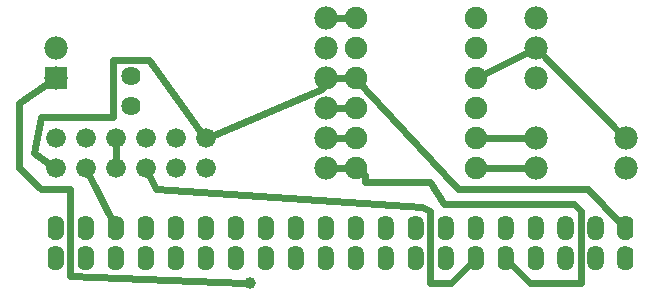
<source format=gtl>
G04 MADE WITH FRITZING*
G04 WWW.FRITZING.ORG*
G04 DOUBLE SIDED*
G04 HOLES PLATED*
G04 CONTOUR ON CENTER OF CONTOUR VECTOR*
%ASAXBY*%
%FSLAX23Y23*%
%MOIN*%
%OFA0B0*%
%SFA1.0B1.0*%
%ADD10C,0.054000*%
%ADD11C,0.074803*%
%ADD12C,0.066000*%
%ADD13C,0.063976*%
%ADD14C,0.078000*%
%ADD15C,0.039370*%
%ADD16R,0.078000X0.078000*%
%ADD17C,0.024000*%
%ADD18R,0.001000X0.001000*%
%LNCOPPER1*%
G90*
G70*
G54D10*
X2057Y239D03*
X2057Y138D03*
X1958Y239D03*
X1958Y138D03*
X1858Y239D03*
X1858Y138D03*
X1758Y239D03*
X1758Y138D03*
X1658Y239D03*
X1658Y138D03*
X1558Y239D03*
X1558Y138D03*
X1458Y239D03*
X1458Y138D03*
X1358Y239D03*
X1358Y138D03*
X1258Y239D03*
X1258Y138D03*
X1158Y239D03*
X1158Y138D03*
X1058Y239D03*
X1058Y138D03*
X958Y239D03*
X958Y138D03*
X858Y239D03*
X858Y138D03*
X758Y239D03*
X758Y138D03*
X658Y239D03*
X658Y138D03*
X558Y239D03*
X558Y138D03*
X458Y239D03*
X458Y138D03*
X358Y239D03*
X358Y138D03*
X258Y239D03*
X258Y138D03*
X158Y239D03*
X158Y138D03*
G54D11*
X1158Y939D03*
X1158Y438D03*
X1158Y538D03*
X1158Y638D03*
X1158Y738D03*
X1158Y838D03*
X1558Y939D03*
X1559Y438D03*
X1559Y538D03*
X1559Y638D03*
X1559Y738D03*
X1559Y838D03*
G54D12*
X658Y439D03*
X258Y439D03*
X558Y439D03*
X158Y439D03*
X458Y439D03*
X358Y439D03*
G54D13*
X408Y647D03*
G54D14*
X1758Y939D03*
X1758Y839D03*
X1758Y739D03*
X1758Y539D03*
X1758Y539D03*
X1758Y439D03*
G54D12*
X658Y539D03*
X258Y539D03*
X558Y539D03*
X158Y539D03*
X458Y539D03*
X358Y539D03*
G54D13*
X408Y747D03*
G54D14*
X1058Y439D03*
X1058Y539D03*
X1058Y639D03*
X1058Y739D03*
X1058Y839D03*
X1058Y939D03*
X158Y739D03*
X158Y839D03*
X2058Y539D03*
X2058Y539D03*
X2058Y439D03*
G54D15*
X804Y56D03*
G54D16*
X158Y739D03*
G54D17*
X1128Y439D02*
X1088Y439D01*
D02*
X1128Y539D02*
X1088Y539D01*
D02*
X1128Y639D02*
X1088Y639D01*
D02*
X1128Y739D02*
X1088Y739D01*
D02*
X1127Y939D02*
X1088Y939D01*
D02*
X1589Y439D02*
X1728Y439D01*
D02*
X1589Y539D02*
X1728Y539D01*
D02*
X344Y266D02*
X272Y411D01*
D02*
X358Y470D02*
X358Y508D01*
D02*
X1679Y117D02*
X1740Y56D01*
X1740Y56D02*
X1908Y56D01*
X1908Y56D02*
X1908Y296D01*
X1908Y296D02*
X1884Y320D01*
X1884Y320D02*
X1452Y320D01*
X1452Y320D02*
X1404Y392D01*
X1404Y392D02*
X1188Y392D01*
X1188Y392D02*
X1188Y416D01*
X1188Y416D02*
X1183Y420D01*
D02*
X1731Y825D02*
X1586Y752D01*
D02*
X2036Y560D02*
X1779Y818D01*
D02*
X1537Y117D02*
X1476Y56D01*
X1476Y56D02*
X1404Y56D01*
X1404Y56D02*
X1404Y296D01*
X1404Y296D02*
X1380Y308D01*
X1380Y308D02*
X492Y368D01*
X492Y368D02*
X471Y411D01*
D02*
X1047Y711D02*
X1044Y704D01*
X1044Y704D02*
X686Y551D01*
D02*
X132Y456D02*
X84Y488D01*
X84Y488D02*
X108Y608D01*
X108Y608D02*
X348Y608D01*
X348Y608D02*
X348Y800D01*
X348Y800D02*
X468Y800D01*
X468Y800D02*
X640Y564D01*
D02*
X2036Y261D02*
X1932Y368D01*
X1932Y368D02*
X1500Y368D01*
X1500Y368D02*
X1188Y704D01*
X1188Y704D02*
X1178Y716D01*
D02*
X785Y57D02*
X204Y80D01*
X204Y80D02*
X204Y368D01*
X204Y368D02*
X108Y368D01*
X108Y368D02*
X36Y440D01*
X36Y440D02*
X36Y656D01*
X36Y656D02*
X133Y722D01*
G54D18*
X153Y279D02*
X162Y279D01*
X253Y279D02*
X261Y279D01*
X353Y279D02*
X361Y279D01*
X453Y279D02*
X461Y279D01*
X553Y279D02*
X561Y279D01*
X653Y279D02*
X661Y279D01*
X753Y279D02*
X761Y279D01*
X853Y279D02*
X861Y279D01*
X953Y279D02*
X961Y279D01*
X1053Y279D02*
X1061Y279D01*
X1153Y279D02*
X1161Y279D01*
X1253Y279D02*
X1261Y279D01*
X1353Y279D02*
X1361Y279D01*
X1453Y279D02*
X1461Y279D01*
X1553Y279D02*
X1561Y279D01*
X1653Y279D02*
X1661Y279D01*
X1753Y279D02*
X1761Y279D01*
X1853Y279D02*
X1861Y279D01*
X1953Y279D02*
X1961Y279D01*
X2052Y279D02*
X2061Y279D01*
X148Y278D02*
X166Y278D01*
X248Y278D02*
X266Y278D01*
X348Y278D02*
X366Y278D01*
X448Y278D02*
X466Y278D01*
X548Y278D02*
X566Y278D01*
X648Y278D02*
X666Y278D01*
X748Y278D02*
X766Y278D01*
X848Y278D02*
X866Y278D01*
X948Y278D02*
X966Y278D01*
X1048Y278D02*
X1066Y278D01*
X1148Y278D02*
X1166Y278D01*
X1248Y278D02*
X1266Y278D01*
X1348Y278D02*
X1366Y278D01*
X1448Y278D02*
X1466Y278D01*
X1548Y278D02*
X1566Y278D01*
X1648Y278D02*
X1666Y278D01*
X1748Y278D02*
X1766Y278D01*
X1848Y278D02*
X1866Y278D01*
X1948Y278D02*
X1966Y278D01*
X2048Y278D02*
X2066Y278D01*
X145Y277D02*
X169Y277D01*
X245Y277D02*
X269Y277D01*
X345Y277D02*
X369Y277D01*
X445Y277D02*
X469Y277D01*
X545Y277D02*
X569Y277D01*
X645Y277D02*
X669Y277D01*
X745Y277D02*
X769Y277D01*
X845Y277D02*
X869Y277D01*
X945Y277D02*
X969Y277D01*
X1045Y277D02*
X1069Y277D01*
X1145Y277D02*
X1169Y277D01*
X1245Y277D02*
X1269Y277D01*
X1345Y277D02*
X1369Y277D01*
X1445Y277D02*
X1469Y277D01*
X1545Y277D02*
X1569Y277D01*
X1645Y277D02*
X1669Y277D01*
X1745Y277D02*
X1769Y277D01*
X1845Y277D02*
X1869Y277D01*
X1945Y277D02*
X1969Y277D01*
X2045Y277D02*
X2068Y277D01*
X143Y276D02*
X172Y276D01*
X243Y276D02*
X272Y276D01*
X343Y276D02*
X372Y276D01*
X443Y276D02*
X472Y276D01*
X543Y276D02*
X572Y276D01*
X643Y276D02*
X672Y276D01*
X743Y276D02*
X772Y276D01*
X843Y276D02*
X872Y276D01*
X943Y276D02*
X972Y276D01*
X1043Y276D02*
X1072Y276D01*
X1143Y276D02*
X1171Y276D01*
X1243Y276D02*
X1271Y276D01*
X1343Y276D02*
X1371Y276D01*
X1443Y276D02*
X1471Y276D01*
X1543Y276D02*
X1571Y276D01*
X1643Y276D02*
X1671Y276D01*
X1743Y276D02*
X1771Y276D01*
X1843Y276D02*
X1871Y276D01*
X1943Y276D02*
X1971Y276D01*
X2042Y276D02*
X2071Y276D01*
X141Y275D02*
X173Y275D01*
X241Y275D02*
X273Y275D01*
X341Y275D02*
X373Y275D01*
X441Y275D02*
X473Y275D01*
X541Y275D02*
X573Y275D01*
X641Y275D02*
X673Y275D01*
X741Y275D02*
X773Y275D01*
X841Y275D02*
X873Y275D01*
X941Y275D02*
X973Y275D01*
X1041Y275D02*
X1073Y275D01*
X1141Y275D02*
X1173Y275D01*
X1241Y275D02*
X1273Y275D01*
X1341Y275D02*
X1373Y275D01*
X1441Y275D02*
X1473Y275D01*
X1541Y275D02*
X1573Y275D01*
X1641Y275D02*
X1673Y275D01*
X1741Y275D02*
X1773Y275D01*
X1841Y275D02*
X1873Y275D01*
X1941Y275D02*
X1973Y275D01*
X2040Y275D02*
X2073Y275D01*
X140Y274D02*
X175Y274D01*
X239Y274D02*
X275Y274D01*
X339Y274D02*
X375Y274D01*
X439Y274D02*
X475Y274D01*
X539Y274D02*
X575Y274D01*
X639Y274D02*
X675Y274D01*
X739Y274D02*
X775Y274D01*
X839Y274D02*
X875Y274D01*
X939Y274D02*
X975Y274D01*
X1039Y274D02*
X1075Y274D01*
X1139Y274D02*
X1175Y274D01*
X1239Y274D02*
X1275Y274D01*
X1339Y274D02*
X1375Y274D01*
X1439Y274D02*
X1475Y274D01*
X1539Y274D02*
X1575Y274D01*
X1639Y274D02*
X1675Y274D01*
X1739Y274D02*
X1775Y274D01*
X1839Y274D02*
X1875Y274D01*
X1939Y274D02*
X1975Y274D01*
X2039Y274D02*
X2074Y274D01*
X138Y273D02*
X176Y273D01*
X238Y273D02*
X276Y273D01*
X338Y273D02*
X376Y273D01*
X438Y273D02*
X476Y273D01*
X538Y273D02*
X576Y273D01*
X638Y273D02*
X676Y273D01*
X738Y273D02*
X776Y273D01*
X838Y273D02*
X876Y273D01*
X938Y273D02*
X976Y273D01*
X1038Y273D02*
X1076Y273D01*
X1138Y273D02*
X1176Y273D01*
X1238Y273D02*
X1276Y273D01*
X1338Y273D02*
X1376Y273D01*
X1438Y273D02*
X1476Y273D01*
X1538Y273D02*
X1576Y273D01*
X1638Y273D02*
X1676Y273D01*
X1738Y273D02*
X1776Y273D01*
X1838Y273D02*
X1876Y273D01*
X1938Y273D02*
X1976Y273D01*
X2037Y273D02*
X2076Y273D01*
X137Y272D02*
X178Y272D01*
X237Y272D02*
X277Y272D01*
X337Y272D02*
X377Y272D01*
X437Y272D02*
X477Y272D01*
X537Y272D02*
X577Y272D01*
X637Y272D02*
X677Y272D01*
X737Y272D02*
X777Y272D01*
X837Y272D02*
X877Y272D01*
X937Y272D02*
X977Y272D01*
X1037Y272D02*
X1077Y272D01*
X1137Y272D02*
X1177Y272D01*
X1237Y272D02*
X1277Y272D01*
X1337Y272D02*
X1377Y272D01*
X1437Y272D02*
X1477Y272D01*
X1537Y272D02*
X1577Y272D01*
X1637Y272D02*
X1677Y272D01*
X1737Y272D02*
X1777Y272D01*
X1837Y272D02*
X1877Y272D01*
X1937Y272D02*
X1977Y272D01*
X2036Y272D02*
X2077Y272D01*
X136Y271D02*
X179Y271D01*
X236Y271D02*
X279Y271D01*
X336Y271D02*
X379Y271D01*
X436Y271D02*
X479Y271D01*
X536Y271D02*
X579Y271D01*
X636Y271D02*
X679Y271D01*
X736Y271D02*
X779Y271D01*
X836Y271D02*
X879Y271D01*
X936Y271D02*
X979Y271D01*
X1036Y271D02*
X1078Y271D01*
X1136Y271D02*
X1178Y271D01*
X1236Y271D02*
X1278Y271D01*
X1336Y271D02*
X1378Y271D01*
X1436Y271D02*
X1478Y271D01*
X1536Y271D02*
X1578Y271D01*
X1636Y271D02*
X1678Y271D01*
X1736Y271D02*
X1778Y271D01*
X1836Y271D02*
X1878Y271D01*
X1936Y271D02*
X1978Y271D01*
X2035Y271D02*
X2078Y271D01*
X135Y270D02*
X180Y270D01*
X235Y270D02*
X280Y270D01*
X335Y270D02*
X380Y270D01*
X435Y270D02*
X479Y270D01*
X535Y270D02*
X579Y270D01*
X635Y270D02*
X679Y270D01*
X735Y270D02*
X779Y270D01*
X835Y270D02*
X879Y270D01*
X935Y270D02*
X979Y270D01*
X1035Y270D02*
X1079Y270D01*
X1135Y270D02*
X1179Y270D01*
X1235Y270D02*
X1279Y270D01*
X1335Y270D02*
X1379Y270D01*
X1435Y270D02*
X1479Y270D01*
X1535Y270D02*
X1579Y270D01*
X1635Y270D02*
X1679Y270D01*
X1735Y270D02*
X1779Y270D01*
X1835Y270D02*
X1879Y270D01*
X1935Y270D02*
X1979Y270D01*
X2034Y270D02*
X2079Y270D01*
X134Y269D02*
X180Y269D01*
X234Y269D02*
X280Y269D01*
X334Y269D02*
X380Y269D01*
X434Y269D02*
X480Y269D01*
X534Y269D02*
X580Y269D01*
X634Y269D02*
X680Y269D01*
X734Y269D02*
X780Y269D01*
X834Y269D02*
X880Y269D01*
X934Y269D02*
X980Y269D01*
X1034Y269D02*
X1080Y269D01*
X1134Y269D02*
X1180Y269D01*
X1234Y269D02*
X1280Y269D01*
X1334Y269D02*
X1380Y269D01*
X1434Y269D02*
X1480Y269D01*
X1534Y269D02*
X1580Y269D01*
X1634Y269D02*
X1680Y269D01*
X1734Y269D02*
X1780Y269D01*
X1834Y269D02*
X1880Y269D01*
X1934Y269D02*
X1980Y269D01*
X2034Y269D02*
X2080Y269D01*
X134Y268D02*
X181Y268D01*
X234Y268D02*
X281Y268D01*
X333Y268D02*
X381Y268D01*
X433Y268D02*
X481Y268D01*
X533Y268D02*
X581Y268D01*
X633Y268D02*
X681Y268D01*
X733Y268D02*
X781Y268D01*
X833Y268D02*
X881Y268D01*
X933Y268D02*
X981Y268D01*
X1033Y268D02*
X1081Y268D01*
X1133Y268D02*
X1181Y268D01*
X1233Y268D02*
X1281Y268D01*
X1333Y268D02*
X1381Y268D01*
X1433Y268D02*
X1481Y268D01*
X1533Y268D02*
X1581Y268D01*
X1633Y268D02*
X1681Y268D01*
X1733Y268D02*
X1781Y268D01*
X1833Y268D02*
X1881Y268D01*
X1933Y268D02*
X1981Y268D01*
X2033Y268D02*
X2080Y268D01*
X133Y267D02*
X182Y267D01*
X233Y267D02*
X282Y267D01*
X333Y267D02*
X382Y267D01*
X433Y267D02*
X482Y267D01*
X533Y267D02*
X582Y267D01*
X633Y267D02*
X682Y267D01*
X733Y267D02*
X782Y267D01*
X833Y267D02*
X882Y267D01*
X933Y267D02*
X982Y267D01*
X1033Y267D02*
X1082Y267D01*
X1133Y267D02*
X1182Y267D01*
X1233Y267D02*
X1282Y267D01*
X1333Y267D02*
X1382Y267D01*
X1433Y267D02*
X1481Y267D01*
X1533Y267D02*
X1581Y267D01*
X1633Y267D02*
X1681Y267D01*
X1733Y267D02*
X1781Y267D01*
X1833Y267D02*
X1881Y267D01*
X1933Y267D02*
X1981Y267D01*
X2032Y267D02*
X2081Y267D01*
X132Y266D02*
X182Y266D01*
X232Y266D02*
X282Y266D01*
X332Y266D02*
X382Y266D01*
X432Y266D02*
X482Y266D01*
X532Y266D02*
X582Y266D01*
X632Y266D02*
X682Y266D01*
X732Y266D02*
X782Y266D01*
X832Y266D02*
X882Y266D01*
X932Y266D02*
X982Y266D01*
X1032Y266D02*
X1082Y266D01*
X1132Y266D02*
X1182Y266D01*
X1232Y266D02*
X1282Y266D01*
X1332Y266D02*
X1382Y266D01*
X1432Y266D02*
X1482Y266D01*
X1532Y266D02*
X1582Y266D01*
X1632Y266D02*
X1682Y266D01*
X1732Y266D02*
X1782Y266D01*
X1832Y266D02*
X1882Y266D01*
X1932Y266D02*
X1982Y266D01*
X2032Y266D02*
X2081Y266D01*
X132Y265D02*
X183Y265D01*
X232Y265D02*
X283Y265D01*
X332Y265D02*
X383Y265D01*
X432Y265D02*
X483Y265D01*
X532Y265D02*
X583Y265D01*
X632Y265D02*
X683Y265D01*
X732Y265D02*
X783Y265D01*
X832Y265D02*
X883Y265D01*
X932Y265D02*
X983Y265D01*
X1032Y265D02*
X1083Y265D01*
X1132Y265D02*
X1183Y265D01*
X1232Y265D02*
X1282Y265D01*
X1332Y265D02*
X1382Y265D01*
X1432Y265D02*
X1482Y265D01*
X1532Y265D02*
X1582Y265D01*
X1632Y265D02*
X1682Y265D01*
X1732Y265D02*
X1782Y265D01*
X1832Y265D02*
X1882Y265D01*
X1932Y265D02*
X1982Y265D01*
X2031Y265D02*
X2082Y265D01*
X132Y264D02*
X183Y264D01*
X232Y264D02*
X283Y264D01*
X331Y264D02*
X383Y264D01*
X431Y264D02*
X483Y264D01*
X531Y264D02*
X583Y264D01*
X631Y264D02*
X683Y264D01*
X731Y264D02*
X783Y264D01*
X831Y264D02*
X883Y264D01*
X931Y264D02*
X983Y264D01*
X1031Y264D02*
X1083Y264D01*
X1131Y264D02*
X1183Y264D01*
X1231Y264D02*
X1283Y264D01*
X1331Y264D02*
X1383Y264D01*
X1431Y264D02*
X1483Y264D01*
X1531Y264D02*
X1583Y264D01*
X1631Y264D02*
X1683Y264D01*
X1731Y264D02*
X1783Y264D01*
X1831Y264D02*
X1883Y264D01*
X1931Y264D02*
X1983Y264D01*
X2031Y264D02*
X2082Y264D01*
X131Y263D02*
X183Y263D01*
X231Y263D02*
X283Y263D01*
X331Y263D02*
X383Y263D01*
X431Y263D02*
X483Y263D01*
X531Y263D02*
X583Y263D01*
X631Y263D02*
X683Y263D01*
X731Y263D02*
X783Y263D01*
X831Y263D02*
X883Y263D01*
X931Y263D02*
X983Y263D01*
X1031Y263D02*
X1083Y263D01*
X1131Y263D02*
X1183Y263D01*
X1231Y263D02*
X1283Y263D01*
X1331Y263D02*
X1383Y263D01*
X1431Y263D02*
X1483Y263D01*
X1531Y263D02*
X1583Y263D01*
X1631Y263D02*
X1683Y263D01*
X1731Y263D02*
X1783Y263D01*
X1831Y263D02*
X1883Y263D01*
X1931Y263D02*
X1983Y263D01*
X2030Y263D02*
X2083Y263D01*
X131Y262D02*
X183Y262D01*
X231Y262D02*
X283Y262D01*
X331Y262D02*
X383Y262D01*
X431Y262D02*
X483Y262D01*
X531Y262D02*
X583Y262D01*
X631Y262D02*
X683Y262D01*
X731Y262D02*
X783Y262D01*
X831Y262D02*
X883Y262D01*
X931Y262D02*
X983Y262D01*
X1031Y262D02*
X1083Y262D01*
X1131Y262D02*
X1183Y262D01*
X1231Y262D02*
X1283Y262D01*
X1331Y262D02*
X1383Y262D01*
X1431Y262D02*
X1483Y262D01*
X1531Y262D02*
X1583Y262D01*
X1631Y262D02*
X1683Y262D01*
X1731Y262D02*
X1783Y262D01*
X1831Y262D02*
X1883Y262D01*
X1931Y262D02*
X1983Y262D01*
X2030Y262D02*
X2083Y262D01*
X131Y261D02*
X184Y261D01*
X231Y261D02*
X284Y261D01*
X331Y261D02*
X384Y261D01*
X431Y261D02*
X484Y261D01*
X531Y261D02*
X584Y261D01*
X631Y261D02*
X684Y261D01*
X731Y261D02*
X784Y261D01*
X831Y261D02*
X884Y261D01*
X931Y261D02*
X984Y261D01*
X1031Y261D02*
X1084Y261D01*
X1131Y261D02*
X1184Y261D01*
X1231Y261D02*
X1283Y261D01*
X1331Y261D02*
X1383Y261D01*
X1431Y261D02*
X1483Y261D01*
X1531Y261D02*
X1583Y261D01*
X1631Y261D02*
X1683Y261D01*
X1731Y261D02*
X1783Y261D01*
X1831Y261D02*
X1883Y261D01*
X1931Y261D02*
X1983Y261D01*
X2030Y261D02*
X2083Y261D01*
X131Y260D02*
X184Y260D01*
X231Y260D02*
X284Y260D01*
X331Y260D02*
X384Y260D01*
X431Y260D02*
X484Y260D01*
X531Y260D02*
X584Y260D01*
X631Y260D02*
X684Y260D01*
X731Y260D02*
X784Y260D01*
X831Y260D02*
X884Y260D01*
X931Y260D02*
X984Y260D01*
X1031Y260D02*
X1084Y260D01*
X1131Y260D02*
X1184Y260D01*
X1231Y260D02*
X1284Y260D01*
X1331Y260D02*
X1384Y260D01*
X1431Y260D02*
X1484Y260D01*
X1531Y260D02*
X1584Y260D01*
X1631Y260D02*
X1684Y260D01*
X1731Y260D02*
X1783Y260D01*
X1831Y260D02*
X1883Y260D01*
X1931Y260D02*
X1983Y260D01*
X2030Y260D02*
X2083Y260D01*
X131Y259D02*
X184Y259D01*
X231Y259D02*
X284Y259D01*
X331Y259D02*
X384Y259D01*
X431Y259D02*
X484Y259D01*
X531Y259D02*
X584Y259D01*
X631Y259D02*
X684Y259D01*
X731Y259D02*
X784Y259D01*
X831Y259D02*
X884Y259D01*
X931Y259D02*
X984Y259D01*
X1031Y259D02*
X1084Y259D01*
X1131Y259D02*
X1184Y259D01*
X1231Y259D02*
X1284Y259D01*
X1331Y259D02*
X1384Y259D01*
X1431Y259D02*
X1484Y259D01*
X1531Y259D02*
X1584Y259D01*
X1631Y259D02*
X1684Y259D01*
X1731Y259D02*
X1784Y259D01*
X1831Y259D02*
X1884Y259D01*
X1930Y259D02*
X1983Y259D01*
X2030Y259D02*
X2083Y259D01*
X131Y258D02*
X153Y258D01*
X162Y258D02*
X184Y258D01*
X231Y258D02*
X253Y258D01*
X262Y258D02*
X284Y258D01*
X331Y258D02*
X353Y258D01*
X362Y258D02*
X384Y258D01*
X431Y258D02*
X453Y258D01*
X462Y258D02*
X484Y258D01*
X531Y258D02*
X553Y258D01*
X562Y258D02*
X584Y258D01*
X631Y258D02*
X653Y258D01*
X662Y258D02*
X684Y258D01*
X731Y258D02*
X753Y258D01*
X762Y258D02*
X784Y258D01*
X831Y258D02*
X853Y258D01*
X862Y258D02*
X884Y258D01*
X931Y258D02*
X953Y258D01*
X961Y258D02*
X984Y258D01*
X1031Y258D02*
X1053Y258D01*
X1061Y258D02*
X1084Y258D01*
X1131Y258D02*
X1153Y258D01*
X1161Y258D02*
X1184Y258D01*
X1231Y258D02*
X1253Y258D01*
X1261Y258D02*
X1284Y258D01*
X1331Y258D02*
X1353Y258D01*
X1361Y258D02*
X1384Y258D01*
X1431Y258D02*
X1453Y258D01*
X1461Y258D02*
X1484Y258D01*
X1531Y258D02*
X1553Y258D01*
X1561Y258D02*
X1584Y258D01*
X1631Y258D02*
X1653Y258D01*
X1661Y258D02*
X1684Y258D01*
X1731Y258D02*
X1753Y258D01*
X1761Y258D02*
X1784Y258D01*
X1830Y258D02*
X1853Y258D01*
X1861Y258D02*
X1884Y258D01*
X1930Y258D02*
X1953Y258D01*
X1961Y258D02*
X1984Y258D01*
X2030Y258D02*
X2052Y258D01*
X2061Y258D02*
X2083Y258D01*
X131Y257D02*
X150Y257D01*
X165Y257D02*
X184Y257D01*
X231Y257D02*
X250Y257D01*
X265Y257D02*
X284Y257D01*
X331Y257D02*
X350Y257D01*
X365Y257D02*
X384Y257D01*
X431Y257D02*
X450Y257D01*
X465Y257D02*
X484Y257D01*
X531Y257D02*
X550Y257D01*
X565Y257D02*
X584Y257D01*
X631Y257D02*
X650Y257D01*
X665Y257D02*
X684Y257D01*
X731Y257D02*
X750Y257D01*
X765Y257D02*
X784Y257D01*
X831Y257D02*
X850Y257D01*
X865Y257D02*
X884Y257D01*
X931Y257D02*
X950Y257D01*
X965Y257D02*
X984Y257D01*
X1031Y257D02*
X1050Y257D01*
X1065Y257D02*
X1084Y257D01*
X1131Y257D02*
X1149Y257D01*
X1165Y257D02*
X1184Y257D01*
X1231Y257D02*
X1249Y257D01*
X1265Y257D02*
X1284Y257D01*
X1331Y257D02*
X1349Y257D01*
X1365Y257D02*
X1384Y257D01*
X1431Y257D02*
X1449Y257D01*
X1465Y257D02*
X1484Y257D01*
X1531Y257D02*
X1549Y257D01*
X1565Y257D02*
X1584Y257D01*
X1631Y257D02*
X1649Y257D01*
X1665Y257D02*
X1684Y257D01*
X1731Y257D02*
X1749Y257D01*
X1765Y257D02*
X1784Y257D01*
X1830Y257D02*
X1849Y257D01*
X1865Y257D02*
X1884Y257D01*
X1930Y257D02*
X1949Y257D01*
X1965Y257D02*
X1984Y257D01*
X2030Y257D02*
X2049Y257D01*
X2064Y257D02*
X2083Y257D01*
X131Y256D02*
X148Y256D01*
X167Y256D02*
X184Y256D01*
X231Y256D02*
X248Y256D01*
X267Y256D02*
X284Y256D01*
X331Y256D02*
X348Y256D01*
X367Y256D02*
X384Y256D01*
X431Y256D02*
X448Y256D01*
X467Y256D02*
X484Y256D01*
X531Y256D02*
X548Y256D01*
X567Y256D02*
X584Y256D01*
X631Y256D02*
X648Y256D01*
X667Y256D02*
X684Y256D01*
X731Y256D02*
X748Y256D01*
X767Y256D02*
X784Y256D01*
X831Y256D02*
X848Y256D01*
X867Y256D02*
X884Y256D01*
X931Y256D02*
X948Y256D01*
X967Y256D02*
X984Y256D01*
X1031Y256D02*
X1048Y256D01*
X1067Y256D02*
X1084Y256D01*
X1131Y256D02*
X1148Y256D01*
X1167Y256D02*
X1184Y256D01*
X1231Y256D02*
X1247Y256D01*
X1267Y256D02*
X1284Y256D01*
X1331Y256D02*
X1347Y256D01*
X1367Y256D02*
X1384Y256D01*
X1431Y256D02*
X1447Y256D01*
X1467Y256D02*
X1484Y256D01*
X1531Y256D02*
X1547Y256D01*
X1567Y256D02*
X1584Y256D01*
X1631Y256D02*
X1647Y256D01*
X1667Y256D02*
X1684Y256D01*
X1731Y256D02*
X1747Y256D01*
X1767Y256D02*
X1784Y256D01*
X1830Y256D02*
X1847Y256D01*
X1867Y256D02*
X1884Y256D01*
X1930Y256D02*
X1947Y256D01*
X1967Y256D02*
X1984Y256D01*
X2030Y256D02*
X2047Y256D01*
X2066Y256D02*
X2083Y256D01*
X131Y255D02*
X146Y255D01*
X169Y255D02*
X184Y255D01*
X231Y255D02*
X246Y255D01*
X269Y255D02*
X284Y255D01*
X331Y255D02*
X346Y255D01*
X369Y255D02*
X384Y255D01*
X431Y255D02*
X446Y255D01*
X469Y255D02*
X484Y255D01*
X531Y255D02*
X546Y255D01*
X569Y255D02*
X584Y255D01*
X631Y255D02*
X646Y255D01*
X668Y255D02*
X684Y255D01*
X731Y255D02*
X746Y255D01*
X768Y255D02*
X784Y255D01*
X831Y255D02*
X846Y255D01*
X868Y255D02*
X884Y255D01*
X931Y255D02*
X946Y255D01*
X968Y255D02*
X984Y255D01*
X1031Y255D02*
X1046Y255D01*
X1068Y255D02*
X1084Y255D01*
X1131Y255D02*
X1146Y255D01*
X1168Y255D02*
X1184Y255D01*
X1231Y255D02*
X1246Y255D01*
X1268Y255D02*
X1284Y255D01*
X1331Y255D02*
X1346Y255D01*
X1368Y255D02*
X1384Y255D01*
X1431Y255D02*
X1446Y255D01*
X1468Y255D02*
X1484Y255D01*
X1531Y255D02*
X1546Y255D01*
X1568Y255D02*
X1584Y255D01*
X1631Y255D02*
X1646Y255D01*
X1668Y255D02*
X1684Y255D01*
X1731Y255D02*
X1746Y255D01*
X1768Y255D02*
X1784Y255D01*
X1830Y255D02*
X1846Y255D01*
X1868Y255D02*
X1884Y255D01*
X1930Y255D02*
X1946Y255D01*
X1968Y255D02*
X1984Y255D01*
X2030Y255D02*
X2045Y255D01*
X2068Y255D02*
X2083Y255D01*
X131Y254D02*
X145Y254D01*
X170Y254D02*
X184Y254D01*
X231Y254D02*
X245Y254D01*
X270Y254D02*
X284Y254D01*
X331Y254D02*
X345Y254D01*
X370Y254D02*
X384Y254D01*
X431Y254D02*
X445Y254D01*
X470Y254D02*
X484Y254D01*
X531Y254D02*
X545Y254D01*
X570Y254D02*
X584Y254D01*
X631Y254D02*
X645Y254D01*
X670Y254D02*
X684Y254D01*
X731Y254D02*
X745Y254D01*
X770Y254D02*
X784Y254D01*
X831Y254D02*
X845Y254D01*
X870Y254D02*
X884Y254D01*
X931Y254D02*
X945Y254D01*
X970Y254D02*
X984Y254D01*
X1031Y254D02*
X1045Y254D01*
X1070Y254D02*
X1084Y254D01*
X1131Y254D02*
X1145Y254D01*
X1170Y254D02*
X1184Y254D01*
X1231Y254D02*
X1245Y254D01*
X1270Y254D02*
X1284Y254D01*
X1331Y254D02*
X1345Y254D01*
X1370Y254D02*
X1384Y254D01*
X1431Y254D02*
X1445Y254D01*
X1470Y254D02*
X1484Y254D01*
X1531Y254D02*
X1545Y254D01*
X1570Y254D02*
X1584Y254D01*
X1631Y254D02*
X1645Y254D01*
X1670Y254D02*
X1684Y254D01*
X1731Y254D02*
X1744Y254D01*
X1770Y254D02*
X1784Y254D01*
X1830Y254D02*
X1844Y254D01*
X1870Y254D02*
X1884Y254D01*
X1930Y254D02*
X1944Y254D01*
X1970Y254D02*
X1984Y254D01*
X2030Y254D02*
X2044Y254D01*
X2069Y254D02*
X2083Y254D01*
X131Y253D02*
X144Y253D01*
X171Y253D02*
X184Y253D01*
X231Y253D02*
X244Y253D01*
X271Y253D02*
X284Y253D01*
X331Y253D02*
X344Y253D01*
X371Y253D02*
X384Y253D01*
X431Y253D02*
X444Y253D01*
X471Y253D02*
X484Y253D01*
X531Y253D02*
X543Y253D01*
X571Y253D02*
X584Y253D01*
X631Y253D02*
X643Y253D01*
X671Y253D02*
X684Y253D01*
X731Y253D02*
X743Y253D01*
X771Y253D02*
X784Y253D01*
X831Y253D02*
X843Y253D01*
X871Y253D02*
X884Y253D01*
X931Y253D02*
X943Y253D01*
X971Y253D02*
X984Y253D01*
X1031Y253D02*
X1043Y253D01*
X1071Y253D02*
X1084Y253D01*
X1131Y253D02*
X1143Y253D01*
X1171Y253D02*
X1184Y253D01*
X1231Y253D02*
X1243Y253D01*
X1271Y253D02*
X1284Y253D01*
X1331Y253D02*
X1343Y253D01*
X1371Y253D02*
X1384Y253D01*
X1431Y253D02*
X1443Y253D01*
X1471Y253D02*
X1484Y253D01*
X1531Y253D02*
X1543Y253D01*
X1571Y253D02*
X1584Y253D01*
X1631Y253D02*
X1643Y253D01*
X1671Y253D02*
X1684Y253D01*
X1731Y253D02*
X1743Y253D01*
X1771Y253D02*
X1784Y253D01*
X1830Y253D02*
X1843Y253D01*
X1871Y253D02*
X1884Y253D01*
X1930Y253D02*
X1943Y253D01*
X1971Y253D02*
X1984Y253D01*
X2030Y253D02*
X2043Y253D01*
X2070Y253D02*
X2083Y253D01*
X131Y252D02*
X143Y252D01*
X172Y252D02*
X184Y252D01*
X231Y252D02*
X243Y252D01*
X272Y252D02*
X284Y252D01*
X331Y252D02*
X343Y252D01*
X372Y252D02*
X384Y252D01*
X431Y252D02*
X443Y252D01*
X472Y252D02*
X484Y252D01*
X531Y252D02*
X543Y252D01*
X572Y252D02*
X584Y252D01*
X631Y252D02*
X643Y252D01*
X672Y252D02*
X684Y252D01*
X731Y252D02*
X743Y252D01*
X772Y252D02*
X784Y252D01*
X831Y252D02*
X843Y252D01*
X872Y252D02*
X884Y252D01*
X931Y252D02*
X943Y252D01*
X972Y252D02*
X984Y252D01*
X1031Y252D02*
X1043Y252D01*
X1072Y252D02*
X1084Y252D01*
X1131Y252D02*
X1142Y252D01*
X1172Y252D02*
X1184Y252D01*
X1231Y252D02*
X1242Y252D01*
X1272Y252D02*
X1284Y252D01*
X1331Y252D02*
X1342Y252D01*
X1372Y252D02*
X1384Y252D01*
X1431Y252D02*
X1442Y252D01*
X1472Y252D02*
X1484Y252D01*
X1531Y252D02*
X1542Y252D01*
X1572Y252D02*
X1584Y252D01*
X1631Y252D02*
X1642Y252D01*
X1672Y252D02*
X1684Y252D01*
X1731Y252D02*
X1742Y252D01*
X1772Y252D02*
X1784Y252D01*
X1830Y252D02*
X1842Y252D01*
X1872Y252D02*
X1884Y252D01*
X1930Y252D02*
X1942Y252D01*
X1972Y252D02*
X1984Y252D01*
X2030Y252D02*
X2042Y252D01*
X2071Y252D02*
X2083Y252D01*
X131Y251D02*
X142Y251D01*
X173Y251D02*
X184Y251D01*
X231Y251D02*
X242Y251D01*
X273Y251D02*
X284Y251D01*
X331Y251D02*
X342Y251D01*
X373Y251D02*
X384Y251D01*
X431Y251D02*
X442Y251D01*
X473Y251D02*
X484Y251D01*
X531Y251D02*
X542Y251D01*
X573Y251D02*
X584Y251D01*
X631Y251D02*
X642Y251D01*
X673Y251D02*
X684Y251D01*
X731Y251D02*
X742Y251D01*
X773Y251D02*
X784Y251D01*
X831Y251D02*
X842Y251D01*
X873Y251D02*
X884Y251D01*
X931Y251D02*
X942Y251D01*
X973Y251D02*
X984Y251D01*
X1031Y251D02*
X1042Y251D01*
X1073Y251D02*
X1084Y251D01*
X1131Y251D02*
X1142Y251D01*
X1173Y251D02*
X1184Y251D01*
X1231Y251D02*
X1242Y251D01*
X1273Y251D02*
X1284Y251D01*
X1331Y251D02*
X1342Y251D01*
X1373Y251D02*
X1384Y251D01*
X1431Y251D02*
X1442Y251D01*
X1473Y251D02*
X1484Y251D01*
X1531Y251D02*
X1542Y251D01*
X1573Y251D02*
X1584Y251D01*
X1631Y251D02*
X1642Y251D01*
X1672Y251D02*
X1684Y251D01*
X1731Y251D02*
X1742Y251D01*
X1772Y251D02*
X1784Y251D01*
X1830Y251D02*
X1842Y251D01*
X1872Y251D02*
X1884Y251D01*
X1930Y251D02*
X1942Y251D01*
X1972Y251D02*
X1984Y251D01*
X2030Y251D02*
X2041Y251D01*
X2072Y251D02*
X2083Y251D01*
X131Y250D02*
X141Y250D01*
X174Y250D02*
X184Y250D01*
X231Y250D02*
X241Y250D01*
X273Y250D02*
X284Y250D01*
X331Y250D02*
X341Y250D01*
X373Y250D02*
X384Y250D01*
X431Y250D02*
X441Y250D01*
X473Y250D02*
X484Y250D01*
X531Y250D02*
X541Y250D01*
X573Y250D02*
X584Y250D01*
X631Y250D02*
X641Y250D01*
X673Y250D02*
X684Y250D01*
X731Y250D02*
X741Y250D01*
X773Y250D02*
X784Y250D01*
X831Y250D02*
X841Y250D01*
X873Y250D02*
X884Y250D01*
X931Y250D02*
X941Y250D01*
X973Y250D02*
X984Y250D01*
X1031Y250D02*
X1041Y250D01*
X1073Y250D02*
X1084Y250D01*
X1131Y250D02*
X1141Y250D01*
X1173Y250D02*
X1184Y250D01*
X1231Y250D02*
X1241Y250D01*
X1273Y250D02*
X1284Y250D01*
X1331Y250D02*
X1341Y250D01*
X1373Y250D02*
X1384Y250D01*
X1431Y250D02*
X1441Y250D01*
X1473Y250D02*
X1484Y250D01*
X1531Y250D02*
X1541Y250D01*
X1573Y250D02*
X1584Y250D01*
X1631Y250D02*
X1641Y250D01*
X1673Y250D02*
X1684Y250D01*
X1731Y250D02*
X1741Y250D01*
X1773Y250D02*
X1784Y250D01*
X1830Y250D02*
X1841Y250D01*
X1873Y250D02*
X1884Y250D01*
X1930Y250D02*
X1941Y250D01*
X1973Y250D02*
X1984Y250D01*
X2030Y250D02*
X2040Y250D01*
X2073Y250D02*
X2083Y250D01*
X131Y249D02*
X140Y249D01*
X174Y249D02*
X184Y249D01*
X231Y249D02*
X240Y249D01*
X274Y249D02*
X284Y249D01*
X331Y249D02*
X340Y249D01*
X374Y249D02*
X384Y249D01*
X431Y249D02*
X440Y249D01*
X474Y249D02*
X484Y249D01*
X531Y249D02*
X540Y249D01*
X574Y249D02*
X584Y249D01*
X631Y249D02*
X640Y249D01*
X674Y249D02*
X684Y249D01*
X731Y249D02*
X740Y249D01*
X774Y249D02*
X784Y249D01*
X831Y249D02*
X840Y249D01*
X874Y249D02*
X884Y249D01*
X931Y249D02*
X940Y249D01*
X974Y249D02*
X984Y249D01*
X1031Y249D02*
X1040Y249D01*
X1074Y249D02*
X1084Y249D01*
X1131Y249D02*
X1140Y249D01*
X1174Y249D02*
X1184Y249D01*
X1231Y249D02*
X1240Y249D01*
X1274Y249D02*
X1284Y249D01*
X1331Y249D02*
X1340Y249D01*
X1374Y249D02*
X1384Y249D01*
X1431Y249D02*
X1440Y249D01*
X1474Y249D02*
X1484Y249D01*
X1531Y249D02*
X1540Y249D01*
X1574Y249D02*
X1584Y249D01*
X1631Y249D02*
X1640Y249D01*
X1674Y249D02*
X1684Y249D01*
X1731Y249D02*
X1740Y249D01*
X1774Y249D02*
X1784Y249D01*
X1830Y249D02*
X1840Y249D01*
X1874Y249D02*
X1884Y249D01*
X1930Y249D02*
X1940Y249D01*
X1974Y249D02*
X1984Y249D01*
X2030Y249D02*
X2040Y249D01*
X2073Y249D02*
X2083Y249D01*
X131Y248D02*
X140Y248D01*
X175Y248D02*
X184Y248D01*
X231Y248D02*
X240Y248D01*
X275Y248D02*
X284Y248D01*
X331Y248D02*
X340Y248D01*
X375Y248D02*
X384Y248D01*
X431Y248D02*
X440Y248D01*
X475Y248D02*
X484Y248D01*
X531Y248D02*
X540Y248D01*
X575Y248D02*
X584Y248D01*
X631Y248D02*
X640Y248D01*
X675Y248D02*
X684Y248D01*
X731Y248D02*
X740Y248D01*
X775Y248D02*
X784Y248D01*
X831Y248D02*
X840Y248D01*
X875Y248D02*
X884Y248D01*
X931Y248D02*
X940Y248D01*
X974Y248D02*
X984Y248D01*
X1031Y248D02*
X1040Y248D01*
X1074Y248D02*
X1084Y248D01*
X1131Y248D02*
X1140Y248D01*
X1174Y248D02*
X1184Y248D01*
X1231Y248D02*
X1240Y248D01*
X1274Y248D02*
X1284Y248D01*
X1331Y248D02*
X1340Y248D01*
X1374Y248D02*
X1384Y248D01*
X1431Y248D02*
X1440Y248D01*
X1474Y248D02*
X1484Y248D01*
X1531Y248D02*
X1540Y248D01*
X1574Y248D02*
X1584Y248D01*
X1631Y248D02*
X1640Y248D01*
X1674Y248D02*
X1684Y248D01*
X1731Y248D02*
X1740Y248D01*
X1774Y248D02*
X1784Y248D01*
X1830Y248D02*
X1840Y248D01*
X1874Y248D02*
X1884Y248D01*
X1930Y248D02*
X1940Y248D01*
X1974Y248D02*
X1984Y248D01*
X2030Y248D02*
X2039Y248D01*
X2074Y248D02*
X2083Y248D01*
X131Y247D02*
X139Y247D01*
X175Y247D02*
X184Y247D01*
X231Y247D02*
X239Y247D01*
X275Y247D02*
X284Y247D01*
X331Y247D02*
X339Y247D01*
X375Y247D02*
X384Y247D01*
X431Y247D02*
X439Y247D01*
X475Y247D02*
X484Y247D01*
X531Y247D02*
X539Y247D01*
X575Y247D02*
X584Y247D01*
X631Y247D02*
X639Y247D01*
X675Y247D02*
X684Y247D01*
X731Y247D02*
X739Y247D01*
X775Y247D02*
X784Y247D01*
X831Y247D02*
X839Y247D01*
X875Y247D02*
X884Y247D01*
X931Y247D02*
X939Y247D01*
X975Y247D02*
X984Y247D01*
X1031Y247D02*
X1039Y247D01*
X1075Y247D02*
X1084Y247D01*
X1131Y247D02*
X1139Y247D01*
X1175Y247D02*
X1184Y247D01*
X1231Y247D02*
X1239Y247D01*
X1275Y247D02*
X1284Y247D01*
X1331Y247D02*
X1339Y247D01*
X1375Y247D02*
X1384Y247D01*
X1431Y247D02*
X1439Y247D01*
X1475Y247D02*
X1484Y247D01*
X1531Y247D02*
X1539Y247D01*
X1575Y247D02*
X1584Y247D01*
X1631Y247D02*
X1639Y247D01*
X1675Y247D02*
X1684Y247D01*
X1731Y247D02*
X1739Y247D01*
X1775Y247D02*
X1784Y247D01*
X1830Y247D02*
X1839Y247D01*
X1875Y247D02*
X1884Y247D01*
X1930Y247D02*
X1939Y247D01*
X1975Y247D02*
X1984Y247D01*
X2030Y247D02*
X2039Y247D01*
X2074Y247D02*
X2083Y247D01*
X131Y246D02*
X139Y246D01*
X176Y246D02*
X184Y246D01*
X231Y246D02*
X239Y246D01*
X275Y246D02*
X284Y246D01*
X331Y246D02*
X339Y246D01*
X375Y246D02*
X384Y246D01*
X431Y246D02*
X439Y246D01*
X475Y246D02*
X484Y246D01*
X531Y246D02*
X539Y246D01*
X575Y246D02*
X584Y246D01*
X631Y246D02*
X639Y246D01*
X675Y246D02*
X684Y246D01*
X731Y246D02*
X739Y246D01*
X775Y246D02*
X784Y246D01*
X831Y246D02*
X839Y246D01*
X875Y246D02*
X884Y246D01*
X931Y246D02*
X939Y246D01*
X975Y246D02*
X984Y246D01*
X1031Y246D02*
X1039Y246D01*
X1075Y246D02*
X1084Y246D01*
X1131Y246D02*
X1139Y246D01*
X1175Y246D02*
X1184Y246D01*
X1231Y246D02*
X1239Y246D01*
X1275Y246D02*
X1284Y246D01*
X1331Y246D02*
X1339Y246D01*
X1375Y246D02*
X1384Y246D01*
X1431Y246D02*
X1439Y246D01*
X1475Y246D02*
X1484Y246D01*
X1531Y246D02*
X1539Y246D01*
X1575Y246D02*
X1584Y246D01*
X1631Y246D02*
X1639Y246D01*
X1675Y246D02*
X1684Y246D01*
X1731Y246D02*
X1739Y246D01*
X1775Y246D02*
X1784Y246D01*
X1830Y246D02*
X1839Y246D01*
X1875Y246D02*
X1884Y246D01*
X1930Y246D02*
X1939Y246D01*
X1975Y246D02*
X1984Y246D01*
X2030Y246D02*
X2038Y246D01*
X2075Y246D02*
X2083Y246D01*
X131Y245D02*
X139Y245D01*
X176Y245D02*
X184Y245D01*
X231Y245D02*
X239Y245D01*
X276Y245D02*
X284Y245D01*
X331Y245D02*
X339Y245D01*
X376Y245D02*
X384Y245D01*
X431Y245D02*
X439Y245D01*
X476Y245D02*
X484Y245D01*
X531Y245D02*
X539Y245D01*
X576Y245D02*
X584Y245D01*
X631Y245D02*
X639Y245D01*
X676Y245D02*
X684Y245D01*
X731Y245D02*
X739Y245D01*
X776Y245D02*
X784Y245D01*
X831Y245D02*
X839Y245D01*
X876Y245D02*
X884Y245D01*
X931Y245D02*
X939Y245D01*
X976Y245D02*
X984Y245D01*
X1031Y245D02*
X1039Y245D01*
X1076Y245D02*
X1084Y245D01*
X1131Y245D02*
X1139Y245D01*
X1176Y245D02*
X1184Y245D01*
X1231Y245D02*
X1239Y245D01*
X1276Y245D02*
X1284Y245D01*
X1331Y245D02*
X1339Y245D01*
X1376Y245D02*
X1384Y245D01*
X1431Y245D02*
X1439Y245D01*
X1476Y245D02*
X1484Y245D01*
X1531Y245D02*
X1538Y245D01*
X1576Y245D02*
X1584Y245D01*
X1631Y245D02*
X1638Y245D01*
X1676Y245D02*
X1684Y245D01*
X1731Y245D02*
X1738Y245D01*
X1776Y245D02*
X1784Y245D01*
X1830Y245D02*
X1838Y245D01*
X1876Y245D02*
X1884Y245D01*
X1930Y245D02*
X1938Y245D01*
X1976Y245D02*
X1984Y245D01*
X2030Y245D02*
X2038Y245D01*
X2075Y245D02*
X2083Y245D01*
X131Y244D02*
X138Y244D01*
X176Y244D02*
X184Y244D01*
X231Y244D02*
X238Y244D01*
X276Y244D02*
X284Y244D01*
X331Y244D02*
X338Y244D01*
X376Y244D02*
X384Y244D01*
X431Y244D02*
X438Y244D01*
X476Y244D02*
X484Y244D01*
X531Y244D02*
X538Y244D01*
X576Y244D02*
X584Y244D01*
X631Y244D02*
X638Y244D01*
X676Y244D02*
X684Y244D01*
X731Y244D02*
X738Y244D01*
X776Y244D02*
X784Y244D01*
X831Y244D02*
X838Y244D01*
X876Y244D02*
X884Y244D01*
X931Y244D02*
X938Y244D01*
X976Y244D02*
X984Y244D01*
X1031Y244D02*
X1038Y244D01*
X1076Y244D02*
X1084Y244D01*
X1131Y244D02*
X1138Y244D01*
X1176Y244D02*
X1184Y244D01*
X1231Y244D02*
X1238Y244D01*
X1276Y244D02*
X1284Y244D01*
X1331Y244D02*
X1338Y244D01*
X1376Y244D02*
X1384Y244D01*
X1431Y244D02*
X1438Y244D01*
X1476Y244D02*
X1484Y244D01*
X1531Y244D02*
X1538Y244D01*
X1576Y244D02*
X1584Y244D01*
X1631Y244D02*
X1638Y244D01*
X1676Y244D02*
X1684Y244D01*
X1731Y244D02*
X1738Y244D01*
X1776Y244D02*
X1784Y244D01*
X1830Y244D02*
X1838Y244D01*
X1876Y244D02*
X1884Y244D01*
X1930Y244D02*
X1938Y244D01*
X1976Y244D02*
X1984Y244D01*
X2030Y244D02*
X2038Y244D01*
X2075Y244D02*
X2083Y244D01*
X131Y243D02*
X138Y243D01*
X176Y243D02*
X184Y243D01*
X231Y243D02*
X238Y243D01*
X276Y243D02*
X284Y243D01*
X331Y243D02*
X338Y243D01*
X376Y243D02*
X384Y243D01*
X431Y243D02*
X438Y243D01*
X476Y243D02*
X484Y243D01*
X531Y243D02*
X538Y243D01*
X576Y243D02*
X584Y243D01*
X631Y243D02*
X638Y243D01*
X676Y243D02*
X684Y243D01*
X731Y243D02*
X738Y243D01*
X776Y243D02*
X784Y243D01*
X831Y243D02*
X838Y243D01*
X876Y243D02*
X884Y243D01*
X931Y243D02*
X938Y243D01*
X976Y243D02*
X984Y243D01*
X1031Y243D02*
X1038Y243D01*
X1076Y243D02*
X1084Y243D01*
X1131Y243D02*
X1138Y243D01*
X1176Y243D02*
X1184Y243D01*
X1231Y243D02*
X1238Y243D01*
X1276Y243D02*
X1284Y243D01*
X1331Y243D02*
X1338Y243D01*
X1376Y243D02*
X1384Y243D01*
X1431Y243D02*
X1438Y243D01*
X1476Y243D02*
X1484Y243D01*
X1531Y243D02*
X1538Y243D01*
X1576Y243D02*
X1584Y243D01*
X1631Y243D02*
X1638Y243D01*
X1676Y243D02*
X1684Y243D01*
X1731Y243D02*
X1738Y243D01*
X1776Y243D02*
X1784Y243D01*
X1830Y243D02*
X1838Y243D01*
X1876Y243D02*
X1884Y243D01*
X1930Y243D02*
X1938Y243D01*
X1976Y243D02*
X1984Y243D01*
X2030Y243D02*
X2037Y243D01*
X2076Y243D02*
X2083Y243D01*
X131Y242D02*
X138Y242D01*
X176Y242D02*
X184Y242D01*
X231Y242D02*
X238Y242D01*
X276Y242D02*
X284Y242D01*
X331Y242D02*
X338Y242D01*
X376Y242D02*
X384Y242D01*
X431Y242D02*
X438Y242D01*
X476Y242D02*
X484Y242D01*
X531Y242D02*
X538Y242D01*
X576Y242D02*
X584Y242D01*
X631Y242D02*
X638Y242D01*
X676Y242D02*
X684Y242D01*
X731Y242D02*
X738Y242D01*
X776Y242D02*
X784Y242D01*
X831Y242D02*
X838Y242D01*
X876Y242D02*
X884Y242D01*
X931Y242D02*
X938Y242D01*
X976Y242D02*
X984Y242D01*
X1031Y242D02*
X1038Y242D01*
X1076Y242D02*
X1084Y242D01*
X1131Y242D02*
X1138Y242D01*
X1176Y242D02*
X1184Y242D01*
X1231Y242D02*
X1238Y242D01*
X1276Y242D02*
X1284Y242D01*
X1331Y242D02*
X1338Y242D01*
X1376Y242D02*
X1384Y242D01*
X1431Y242D02*
X1438Y242D01*
X1476Y242D02*
X1484Y242D01*
X1531Y242D02*
X1538Y242D01*
X1576Y242D02*
X1584Y242D01*
X1631Y242D02*
X1638Y242D01*
X1676Y242D02*
X1684Y242D01*
X1731Y242D02*
X1738Y242D01*
X1776Y242D02*
X1784Y242D01*
X1830Y242D02*
X1838Y242D01*
X1876Y242D02*
X1884Y242D01*
X1930Y242D02*
X1938Y242D01*
X1976Y242D02*
X1984Y242D01*
X2030Y242D02*
X2037Y242D01*
X2076Y242D02*
X2083Y242D01*
X131Y241D02*
X138Y241D01*
X177Y241D02*
X184Y241D01*
X231Y241D02*
X238Y241D01*
X277Y241D02*
X284Y241D01*
X331Y241D02*
X338Y241D01*
X377Y241D02*
X384Y241D01*
X431Y241D02*
X438Y241D01*
X477Y241D02*
X484Y241D01*
X531Y241D02*
X538Y241D01*
X577Y241D02*
X584Y241D01*
X631Y241D02*
X638Y241D01*
X677Y241D02*
X684Y241D01*
X731Y241D02*
X738Y241D01*
X777Y241D02*
X784Y241D01*
X831Y241D02*
X838Y241D01*
X876Y241D02*
X884Y241D01*
X931Y241D02*
X938Y241D01*
X976Y241D02*
X984Y241D01*
X1031Y241D02*
X1038Y241D01*
X1076Y241D02*
X1084Y241D01*
X1131Y241D02*
X1138Y241D01*
X1176Y241D02*
X1184Y241D01*
X1231Y241D02*
X1238Y241D01*
X1276Y241D02*
X1284Y241D01*
X1331Y241D02*
X1338Y241D01*
X1376Y241D02*
X1384Y241D01*
X1431Y241D02*
X1438Y241D01*
X1476Y241D02*
X1484Y241D01*
X1531Y241D02*
X1538Y241D01*
X1576Y241D02*
X1584Y241D01*
X1631Y241D02*
X1638Y241D01*
X1676Y241D02*
X1684Y241D01*
X1731Y241D02*
X1738Y241D01*
X1776Y241D02*
X1784Y241D01*
X1830Y241D02*
X1838Y241D01*
X1876Y241D02*
X1884Y241D01*
X1930Y241D02*
X1938Y241D01*
X1976Y241D02*
X1984Y241D01*
X2030Y241D02*
X2037Y241D01*
X2076Y241D02*
X2083Y241D01*
X131Y240D02*
X138Y240D01*
X177Y240D02*
X184Y240D01*
X231Y240D02*
X238Y240D01*
X277Y240D02*
X284Y240D01*
X331Y240D02*
X338Y240D01*
X377Y240D02*
X384Y240D01*
X431Y240D02*
X438Y240D01*
X477Y240D02*
X484Y240D01*
X531Y240D02*
X538Y240D01*
X577Y240D02*
X584Y240D01*
X631Y240D02*
X638Y240D01*
X677Y240D02*
X684Y240D01*
X731Y240D02*
X738Y240D01*
X777Y240D02*
X784Y240D01*
X831Y240D02*
X838Y240D01*
X877Y240D02*
X884Y240D01*
X931Y240D02*
X938Y240D01*
X977Y240D02*
X984Y240D01*
X1031Y240D02*
X1038Y240D01*
X1077Y240D02*
X1084Y240D01*
X1131Y240D02*
X1138Y240D01*
X1177Y240D02*
X1184Y240D01*
X1231Y240D02*
X1238Y240D01*
X1277Y240D02*
X1284Y240D01*
X1331Y240D02*
X1338Y240D01*
X1377Y240D02*
X1384Y240D01*
X1431Y240D02*
X1438Y240D01*
X1476Y240D02*
X1484Y240D01*
X1531Y240D02*
X1538Y240D01*
X1576Y240D02*
X1584Y240D01*
X1631Y240D02*
X1638Y240D01*
X1676Y240D02*
X1684Y240D01*
X1731Y240D02*
X1738Y240D01*
X1776Y240D02*
X1784Y240D01*
X1830Y240D02*
X1838Y240D01*
X1876Y240D02*
X1884Y240D01*
X1930Y240D02*
X1938Y240D01*
X1976Y240D02*
X1984Y240D01*
X2030Y240D02*
X2037Y240D01*
X2076Y240D02*
X2083Y240D01*
X131Y239D02*
X138Y239D01*
X177Y239D02*
X184Y239D01*
X231Y239D02*
X238Y239D01*
X277Y239D02*
X284Y239D01*
X331Y239D02*
X338Y239D01*
X377Y239D02*
X384Y239D01*
X431Y239D02*
X438Y239D01*
X477Y239D02*
X484Y239D01*
X531Y239D02*
X538Y239D01*
X577Y239D02*
X584Y239D01*
X631Y239D02*
X638Y239D01*
X677Y239D02*
X684Y239D01*
X731Y239D02*
X738Y239D01*
X777Y239D02*
X784Y239D01*
X831Y239D02*
X838Y239D01*
X877Y239D02*
X884Y239D01*
X931Y239D02*
X938Y239D01*
X977Y239D02*
X984Y239D01*
X1031Y239D02*
X1038Y239D01*
X1077Y239D02*
X1084Y239D01*
X1131Y239D02*
X1138Y239D01*
X1177Y239D02*
X1184Y239D01*
X1231Y239D02*
X1238Y239D01*
X1277Y239D02*
X1284Y239D01*
X1331Y239D02*
X1338Y239D01*
X1377Y239D02*
X1384Y239D01*
X1431Y239D02*
X1438Y239D01*
X1477Y239D02*
X1484Y239D01*
X1531Y239D02*
X1538Y239D01*
X1577Y239D02*
X1584Y239D01*
X1631Y239D02*
X1638Y239D01*
X1676Y239D02*
X1684Y239D01*
X1731Y239D02*
X1738Y239D01*
X1776Y239D02*
X1784Y239D01*
X1830Y239D02*
X1838Y239D01*
X1876Y239D02*
X1884Y239D01*
X1930Y239D02*
X1938Y239D01*
X1976Y239D02*
X1984Y239D01*
X2030Y239D02*
X2037Y239D01*
X2076Y239D02*
X2083Y239D01*
X131Y238D02*
X138Y238D01*
X177Y238D02*
X184Y238D01*
X231Y238D02*
X238Y238D01*
X277Y238D02*
X284Y238D01*
X331Y238D02*
X338Y238D01*
X377Y238D02*
X384Y238D01*
X431Y238D02*
X438Y238D01*
X477Y238D02*
X484Y238D01*
X531Y238D02*
X538Y238D01*
X577Y238D02*
X584Y238D01*
X631Y238D02*
X638Y238D01*
X677Y238D02*
X684Y238D01*
X731Y238D02*
X738Y238D01*
X777Y238D02*
X784Y238D01*
X831Y238D02*
X838Y238D01*
X877Y238D02*
X884Y238D01*
X931Y238D02*
X938Y238D01*
X976Y238D02*
X984Y238D01*
X1031Y238D02*
X1038Y238D01*
X1076Y238D02*
X1084Y238D01*
X1131Y238D02*
X1138Y238D01*
X1176Y238D02*
X1184Y238D01*
X1231Y238D02*
X1238Y238D01*
X1276Y238D02*
X1284Y238D01*
X1331Y238D02*
X1338Y238D01*
X1376Y238D02*
X1384Y238D01*
X1431Y238D02*
X1438Y238D01*
X1476Y238D02*
X1484Y238D01*
X1531Y238D02*
X1538Y238D01*
X1576Y238D02*
X1584Y238D01*
X1631Y238D02*
X1638Y238D01*
X1676Y238D02*
X1684Y238D01*
X1731Y238D02*
X1738Y238D01*
X1776Y238D02*
X1784Y238D01*
X1830Y238D02*
X1838Y238D01*
X1876Y238D02*
X1884Y238D01*
X1930Y238D02*
X1938Y238D01*
X1976Y238D02*
X1984Y238D01*
X2030Y238D02*
X2037Y238D01*
X2076Y238D02*
X2083Y238D01*
X131Y237D02*
X138Y237D01*
X177Y237D02*
X184Y237D01*
X231Y237D02*
X238Y237D01*
X276Y237D02*
X284Y237D01*
X331Y237D02*
X338Y237D01*
X376Y237D02*
X384Y237D01*
X431Y237D02*
X438Y237D01*
X476Y237D02*
X484Y237D01*
X531Y237D02*
X538Y237D01*
X576Y237D02*
X584Y237D01*
X631Y237D02*
X638Y237D01*
X676Y237D02*
X684Y237D01*
X731Y237D02*
X738Y237D01*
X776Y237D02*
X784Y237D01*
X831Y237D02*
X838Y237D01*
X876Y237D02*
X884Y237D01*
X931Y237D02*
X938Y237D01*
X976Y237D02*
X984Y237D01*
X1031Y237D02*
X1038Y237D01*
X1076Y237D02*
X1084Y237D01*
X1131Y237D02*
X1138Y237D01*
X1176Y237D02*
X1184Y237D01*
X1231Y237D02*
X1238Y237D01*
X1276Y237D02*
X1284Y237D01*
X1331Y237D02*
X1338Y237D01*
X1376Y237D02*
X1384Y237D01*
X1431Y237D02*
X1438Y237D01*
X1476Y237D02*
X1484Y237D01*
X1531Y237D02*
X1538Y237D01*
X1576Y237D02*
X1584Y237D01*
X1631Y237D02*
X1638Y237D01*
X1676Y237D02*
X1684Y237D01*
X1731Y237D02*
X1738Y237D01*
X1776Y237D02*
X1784Y237D01*
X1830Y237D02*
X1838Y237D01*
X1876Y237D02*
X1884Y237D01*
X1930Y237D02*
X1938Y237D01*
X1976Y237D02*
X1984Y237D01*
X2030Y237D02*
X2037Y237D01*
X2076Y237D02*
X2083Y237D01*
X131Y236D02*
X138Y236D01*
X176Y236D02*
X184Y236D01*
X231Y236D02*
X238Y236D01*
X276Y236D02*
X284Y236D01*
X331Y236D02*
X338Y236D01*
X376Y236D02*
X384Y236D01*
X431Y236D02*
X438Y236D01*
X476Y236D02*
X484Y236D01*
X531Y236D02*
X538Y236D01*
X576Y236D02*
X584Y236D01*
X631Y236D02*
X638Y236D01*
X676Y236D02*
X684Y236D01*
X731Y236D02*
X738Y236D01*
X776Y236D02*
X784Y236D01*
X831Y236D02*
X838Y236D01*
X876Y236D02*
X884Y236D01*
X931Y236D02*
X938Y236D01*
X976Y236D02*
X984Y236D01*
X1031Y236D02*
X1038Y236D01*
X1076Y236D02*
X1084Y236D01*
X1131Y236D02*
X1138Y236D01*
X1176Y236D02*
X1184Y236D01*
X1231Y236D02*
X1238Y236D01*
X1276Y236D02*
X1284Y236D01*
X1331Y236D02*
X1338Y236D01*
X1376Y236D02*
X1384Y236D01*
X1431Y236D02*
X1438Y236D01*
X1476Y236D02*
X1484Y236D01*
X1531Y236D02*
X1538Y236D01*
X1576Y236D02*
X1584Y236D01*
X1631Y236D02*
X1638Y236D01*
X1676Y236D02*
X1684Y236D01*
X1731Y236D02*
X1738Y236D01*
X1776Y236D02*
X1784Y236D01*
X1830Y236D02*
X1838Y236D01*
X1876Y236D02*
X1884Y236D01*
X1930Y236D02*
X1938Y236D01*
X1976Y236D02*
X1984Y236D01*
X2030Y236D02*
X2037Y236D01*
X2076Y236D02*
X2083Y236D01*
X131Y235D02*
X138Y235D01*
X176Y235D02*
X184Y235D01*
X231Y235D02*
X238Y235D01*
X276Y235D02*
X284Y235D01*
X331Y235D02*
X338Y235D01*
X376Y235D02*
X384Y235D01*
X431Y235D02*
X438Y235D01*
X476Y235D02*
X484Y235D01*
X531Y235D02*
X538Y235D01*
X576Y235D02*
X584Y235D01*
X631Y235D02*
X638Y235D01*
X676Y235D02*
X684Y235D01*
X731Y235D02*
X738Y235D01*
X776Y235D02*
X784Y235D01*
X831Y235D02*
X838Y235D01*
X876Y235D02*
X884Y235D01*
X931Y235D02*
X938Y235D01*
X976Y235D02*
X984Y235D01*
X1031Y235D02*
X1038Y235D01*
X1076Y235D02*
X1084Y235D01*
X1131Y235D02*
X1138Y235D01*
X1176Y235D02*
X1184Y235D01*
X1231Y235D02*
X1238Y235D01*
X1276Y235D02*
X1284Y235D01*
X1331Y235D02*
X1338Y235D01*
X1376Y235D02*
X1384Y235D01*
X1431Y235D02*
X1438Y235D01*
X1476Y235D02*
X1484Y235D01*
X1531Y235D02*
X1538Y235D01*
X1576Y235D02*
X1584Y235D01*
X1631Y235D02*
X1638Y235D01*
X1676Y235D02*
X1684Y235D01*
X1731Y235D02*
X1738Y235D01*
X1776Y235D02*
X1784Y235D01*
X1830Y235D02*
X1838Y235D01*
X1876Y235D02*
X1884Y235D01*
X1930Y235D02*
X1938Y235D01*
X1976Y235D02*
X1984Y235D01*
X2030Y235D02*
X2038Y235D01*
X2075Y235D02*
X2083Y235D01*
X131Y234D02*
X139Y234D01*
X176Y234D02*
X184Y234D01*
X231Y234D02*
X239Y234D01*
X276Y234D02*
X284Y234D01*
X331Y234D02*
X339Y234D01*
X376Y234D02*
X384Y234D01*
X431Y234D02*
X439Y234D01*
X476Y234D02*
X484Y234D01*
X531Y234D02*
X539Y234D01*
X576Y234D02*
X584Y234D01*
X631Y234D02*
X639Y234D01*
X676Y234D02*
X684Y234D01*
X731Y234D02*
X739Y234D01*
X776Y234D02*
X784Y234D01*
X831Y234D02*
X839Y234D01*
X876Y234D02*
X884Y234D01*
X931Y234D02*
X939Y234D01*
X976Y234D02*
X984Y234D01*
X1031Y234D02*
X1039Y234D01*
X1076Y234D02*
X1084Y234D01*
X1131Y234D02*
X1139Y234D01*
X1176Y234D02*
X1184Y234D01*
X1231Y234D02*
X1238Y234D01*
X1276Y234D02*
X1284Y234D01*
X1331Y234D02*
X1338Y234D01*
X1376Y234D02*
X1384Y234D01*
X1431Y234D02*
X1438Y234D01*
X1476Y234D02*
X1484Y234D01*
X1531Y234D02*
X1538Y234D01*
X1576Y234D02*
X1584Y234D01*
X1631Y234D02*
X1638Y234D01*
X1676Y234D02*
X1684Y234D01*
X1731Y234D02*
X1738Y234D01*
X1776Y234D02*
X1784Y234D01*
X1830Y234D02*
X1838Y234D01*
X1876Y234D02*
X1884Y234D01*
X1930Y234D02*
X1938Y234D01*
X1976Y234D02*
X1984Y234D01*
X2030Y234D02*
X2038Y234D01*
X2075Y234D02*
X2083Y234D01*
X131Y233D02*
X139Y233D01*
X176Y233D02*
X184Y233D01*
X231Y233D02*
X239Y233D01*
X276Y233D02*
X284Y233D01*
X331Y233D02*
X339Y233D01*
X376Y233D02*
X384Y233D01*
X431Y233D02*
X439Y233D01*
X476Y233D02*
X484Y233D01*
X531Y233D02*
X539Y233D01*
X576Y233D02*
X584Y233D01*
X631Y233D02*
X639Y233D01*
X675Y233D02*
X684Y233D01*
X731Y233D02*
X739Y233D01*
X775Y233D02*
X784Y233D01*
X831Y233D02*
X839Y233D01*
X875Y233D02*
X884Y233D01*
X931Y233D02*
X939Y233D01*
X975Y233D02*
X984Y233D01*
X1031Y233D02*
X1039Y233D01*
X1075Y233D02*
X1084Y233D01*
X1131Y233D02*
X1139Y233D01*
X1175Y233D02*
X1184Y233D01*
X1231Y233D02*
X1239Y233D01*
X1275Y233D02*
X1284Y233D01*
X1331Y233D02*
X1339Y233D01*
X1375Y233D02*
X1384Y233D01*
X1431Y233D02*
X1439Y233D01*
X1475Y233D02*
X1484Y233D01*
X1531Y233D02*
X1539Y233D01*
X1575Y233D02*
X1584Y233D01*
X1631Y233D02*
X1639Y233D01*
X1675Y233D02*
X1684Y233D01*
X1731Y233D02*
X1739Y233D01*
X1775Y233D02*
X1784Y233D01*
X1830Y233D02*
X1839Y233D01*
X1875Y233D02*
X1884Y233D01*
X1930Y233D02*
X1939Y233D01*
X1975Y233D02*
X1984Y233D01*
X2030Y233D02*
X2038Y233D01*
X2075Y233D02*
X2083Y233D01*
X131Y232D02*
X139Y232D01*
X175Y232D02*
X184Y232D01*
X231Y232D02*
X239Y232D01*
X275Y232D02*
X284Y232D01*
X331Y232D02*
X339Y232D01*
X375Y232D02*
X384Y232D01*
X431Y232D02*
X439Y232D01*
X475Y232D02*
X484Y232D01*
X531Y232D02*
X539Y232D01*
X575Y232D02*
X584Y232D01*
X631Y232D02*
X639Y232D01*
X675Y232D02*
X684Y232D01*
X731Y232D02*
X739Y232D01*
X775Y232D02*
X784Y232D01*
X831Y232D02*
X839Y232D01*
X875Y232D02*
X884Y232D01*
X931Y232D02*
X939Y232D01*
X975Y232D02*
X984Y232D01*
X1031Y232D02*
X1039Y232D01*
X1075Y232D02*
X1084Y232D01*
X1131Y232D02*
X1139Y232D01*
X1175Y232D02*
X1184Y232D01*
X1231Y232D02*
X1239Y232D01*
X1275Y232D02*
X1284Y232D01*
X1331Y232D02*
X1339Y232D01*
X1375Y232D02*
X1384Y232D01*
X1431Y232D02*
X1439Y232D01*
X1475Y232D02*
X1484Y232D01*
X1531Y232D02*
X1539Y232D01*
X1575Y232D02*
X1584Y232D01*
X1631Y232D02*
X1639Y232D01*
X1675Y232D02*
X1684Y232D01*
X1731Y232D02*
X1739Y232D01*
X1775Y232D02*
X1784Y232D01*
X1830Y232D02*
X1839Y232D01*
X1875Y232D02*
X1884Y232D01*
X1930Y232D02*
X1939Y232D01*
X1975Y232D02*
X1984Y232D01*
X2030Y232D02*
X2039Y232D01*
X2074Y232D02*
X2083Y232D01*
X131Y231D02*
X140Y231D01*
X175Y231D02*
X184Y231D01*
X231Y231D02*
X240Y231D01*
X275Y231D02*
X284Y231D01*
X331Y231D02*
X340Y231D01*
X375Y231D02*
X384Y231D01*
X431Y231D02*
X440Y231D01*
X475Y231D02*
X484Y231D01*
X531Y231D02*
X540Y231D01*
X575Y231D02*
X584Y231D01*
X631Y231D02*
X640Y231D01*
X675Y231D02*
X684Y231D01*
X731Y231D02*
X740Y231D01*
X775Y231D02*
X784Y231D01*
X831Y231D02*
X840Y231D01*
X875Y231D02*
X884Y231D01*
X931Y231D02*
X940Y231D01*
X975Y231D02*
X984Y231D01*
X1031Y231D02*
X1040Y231D01*
X1075Y231D02*
X1084Y231D01*
X1131Y231D02*
X1140Y231D01*
X1175Y231D02*
X1184Y231D01*
X1231Y231D02*
X1240Y231D01*
X1275Y231D02*
X1284Y231D01*
X1331Y231D02*
X1340Y231D01*
X1375Y231D02*
X1384Y231D01*
X1431Y231D02*
X1440Y231D01*
X1475Y231D02*
X1484Y231D01*
X1531Y231D02*
X1540Y231D01*
X1574Y231D02*
X1584Y231D01*
X1631Y231D02*
X1640Y231D01*
X1674Y231D02*
X1684Y231D01*
X1731Y231D02*
X1740Y231D01*
X1774Y231D02*
X1784Y231D01*
X1830Y231D02*
X1840Y231D01*
X1874Y231D02*
X1884Y231D01*
X1930Y231D02*
X1940Y231D01*
X1974Y231D02*
X1984Y231D01*
X2030Y231D02*
X2039Y231D01*
X2074Y231D02*
X2083Y231D01*
X131Y230D02*
X140Y230D01*
X174Y230D02*
X184Y230D01*
X231Y230D02*
X240Y230D01*
X274Y230D02*
X284Y230D01*
X331Y230D02*
X340Y230D01*
X374Y230D02*
X384Y230D01*
X431Y230D02*
X440Y230D01*
X474Y230D02*
X484Y230D01*
X531Y230D02*
X540Y230D01*
X574Y230D02*
X584Y230D01*
X631Y230D02*
X640Y230D01*
X674Y230D02*
X684Y230D01*
X731Y230D02*
X740Y230D01*
X774Y230D02*
X784Y230D01*
X831Y230D02*
X840Y230D01*
X874Y230D02*
X884Y230D01*
X931Y230D02*
X940Y230D01*
X974Y230D02*
X984Y230D01*
X1031Y230D02*
X1040Y230D01*
X1074Y230D02*
X1084Y230D01*
X1131Y230D02*
X1140Y230D01*
X1174Y230D02*
X1184Y230D01*
X1231Y230D02*
X1240Y230D01*
X1274Y230D02*
X1284Y230D01*
X1331Y230D02*
X1340Y230D01*
X1374Y230D02*
X1384Y230D01*
X1431Y230D02*
X1440Y230D01*
X1474Y230D02*
X1484Y230D01*
X1531Y230D02*
X1540Y230D01*
X1574Y230D02*
X1584Y230D01*
X1631Y230D02*
X1640Y230D01*
X1674Y230D02*
X1684Y230D01*
X1731Y230D02*
X1740Y230D01*
X1774Y230D02*
X1784Y230D01*
X1830Y230D02*
X1840Y230D01*
X1874Y230D02*
X1884Y230D01*
X1930Y230D02*
X1940Y230D01*
X1974Y230D02*
X1984Y230D01*
X2030Y230D02*
X2040Y230D01*
X2073Y230D02*
X2083Y230D01*
X131Y229D02*
X141Y229D01*
X174Y229D02*
X184Y229D01*
X231Y229D02*
X241Y229D01*
X274Y229D02*
X284Y229D01*
X331Y229D02*
X341Y229D01*
X374Y229D02*
X384Y229D01*
X431Y229D02*
X441Y229D01*
X474Y229D02*
X484Y229D01*
X531Y229D02*
X541Y229D01*
X574Y229D02*
X584Y229D01*
X631Y229D02*
X641Y229D01*
X674Y229D02*
X684Y229D01*
X731Y229D02*
X741Y229D01*
X774Y229D02*
X784Y229D01*
X831Y229D02*
X841Y229D01*
X874Y229D02*
X884Y229D01*
X931Y229D02*
X941Y229D01*
X973Y229D02*
X984Y229D01*
X1031Y229D02*
X1041Y229D01*
X1073Y229D02*
X1084Y229D01*
X1131Y229D02*
X1141Y229D01*
X1173Y229D02*
X1184Y229D01*
X1231Y229D02*
X1241Y229D01*
X1273Y229D02*
X1284Y229D01*
X1331Y229D02*
X1341Y229D01*
X1373Y229D02*
X1384Y229D01*
X1431Y229D02*
X1441Y229D01*
X1473Y229D02*
X1484Y229D01*
X1531Y229D02*
X1541Y229D01*
X1573Y229D02*
X1584Y229D01*
X1631Y229D02*
X1641Y229D01*
X1673Y229D02*
X1684Y229D01*
X1731Y229D02*
X1741Y229D01*
X1773Y229D02*
X1784Y229D01*
X1830Y229D02*
X1841Y229D01*
X1873Y229D02*
X1884Y229D01*
X1930Y229D02*
X1941Y229D01*
X1973Y229D02*
X1984Y229D01*
X2030Y229D02*
X2040Y229D01*
X2073Y229D02*
X2083Y229D01*
X131Y228D02*
X142Y228D01*
X173Y228D02*
X184Y228D01*
X231Y228D02*
X242Y228D01*
X273Y228D02*
X284Y228D01*
X331Y228D02*
X342Y228D01*
X373Y228D02*
X384Y228D01*
X431Y228D02*
X442Y228D01*
X473Y228D02*
X484Y228D01*
X531Y228D02*
X542Y228D01*
X573Y228D02*
X584Y228D01*
X631Y228D02*
X642Y228D01*
X673Y228D02*
X684Y228D01*
X731Y228D02*
X742Y228D01*
X773Y228D02*
X784Y228D01*
X831Y228D02*
X842Y228D01*
X873Y228D02*
X884Y228D01*
X931Y228D02*
X942Y228D01*
X973Y228D02*
X984Y228D01*
X1031Y228D02*
X1042Y228D01*
X1073Y228D02*
X1084Y228D01*
X1131Y228D02*
X1142Y228D01*
X1173Y228D02*
X1184Y228D01*
X1231Y228D02*
X1242Y228D01*
X1273Y228D02*
X1284Y228D01*
X1331Y228D02*
X1341Y228D01*
X1373Y228D02*
X1384Y228D01*
X1431Y228D02*
X1441Y228D01*
X1473Y228D02*
X1484Y228D01*
X1531Y228D02*
X1541Y228D01*
X1573Y228D02*
X1584Y228D01*
X1631Y228D02*
X1641Y228D01*
X1673Y228D02*
X1684Y228D01*
X1731Y228D02*
X1741Y228D01*
X1773Y228D02*
X1784Y228D01*
X1830Y228D02*
X1841Y228D01*
X1873Y228D02*
X1884Y228D01*
X1930Y228D02*
X1941Y228D01*
X1973Y228D02*
X1984Y228D01*
X2030Y228D02*
X2041Y228D01*
X2072Y228D02*
X2083Y228D01*
X131Y227D02*
X143Y227D01*
X172Y227D02*
X184Y227D01*
X231Y227D02*
X242Y227D01*
X272Y227D02*
X284Y227D01*
X331Y227D02*
X342Y227D01*
X372Y227D02*
X384Y227D01*
X431Y227D02*
X442Y227D01*
X472Y227D02*
X484Y227D01*
X531Y227D02*
X542Y227D01*
X572Y227D02*
X584Y227D01*
X631Y227D02*
X642Y227D01*
X672Y227D02*
X684Y227D01*
X731Y227D02*
X742Y227D01*
X772Y227D02*
X784Y227D01*
X831Y227D02*
X842Y227D01*
X872Y227D02*
X884Y227D01*
X931Y227D02*
X942Y227D01*
X972Y227D02*
X984Y227D01*
X1031Y227D02*
X1042Y227D01*
X1072Y227D02*
X1084Y227D01*
X1131Y227D02*
X1142Y227D01*
X1172Y227D02*
X1184Y227D01*
X1231Y227D02*
X1242Y227D01*
X1272Y227D02*
X1284Y227D01*
X1331Y227D02*
X1342Y227D01*
X1372Y227D02*
X1384Y227D01*
X1431Y227D02*
X1442Y227D01*
X1472Y227D02*
X1484Y227D01*
X1531Y227D02*
X1542Y227D01*
X1572Y227D02*
X1584Y227D01*
X1631Y227D02*
X1642Y227D01*
X1672Y227D02*
X1684Y227D01*
X1731Y227D02*
X1742Y227D01*
X1772Y227D02*
X1784Y227D01*
X1830Y227D02*
X1842Y227D01*
X1872Y227D02*
X1884Y227D01*
X1930Y227D02*
X1942Y227D01*
X1972Y227D02*
X1984Y227D01*
X2030Y227D02*
X2042Y227D01*
X2071Y227D02*
X2083Y227D01*
X131Y226D02*
X143Y226D01*
X171Y226D02*
X184Y226D01*
X231Y226D02*
X243Y226D01*
X271Y226D02*
X284Y226D01*
X331Y226D02*
X343Y226D01*
X371Y226D02*
X384Y226D01*
X431Y226D02*
X443Y226D01*
X471Y226D02*
X484Y226D01*
X531Y226D02*
X543Y226D01*
X571Y226D02*
X584Y226D01*
X631Y226D02*
X643Y226D01*
X671Y226D02*
X684Y226D01*
X731Y226D02*
X743Y226D01*
X771Y226D02*
X784Y226D01*
X831Y226D02*
X843Y226D01*
X871Y226D02*
X884Y226D01*
X931Y226D02*
X943Y226D01*
X971Y226D02*
X984Y226D01*
X1031Y226D02*
X1043Y226D01*
X1071Y226D02*
X1084Y226D01*
X1131Y226D02*
X1143Y226D01*
X1171Y226D02*
X1184Y226D01*
X1231Y226D02*
X1243Y226D01*
X1271Y226D02*
X1284Y226D01*
X1331Y226D02*
X1343Y226D01*
X1371Y226D02*
X1384Y226D01*
X1431Y226D02*
X1443Y226D01*
X1471Y226D02*
X1484Y226D01*
X1531Y226D02*
X1543Y226D01*
X1571Y226D02*
X1584Y226D01*
X1631Y226D02*
X1643Y226D01*
X1671Y226D02*
X1684Y226D01*
X1731Y226D02*
X1743Y226D01*
X1771Y226D02*
X1784Y226D01*
X1830Y226D02*
X1843Y226D01*
X1871Y226D02*
X1884Y226D01*
X1930Y226D02*
X1943Y226D01*
X1971Y226D02*
X1984Y226D01*
X2030Y226D02*
X2043Y226D01*
X2070Y226D02*
X2083Y226D01*
X131Y225D02*
X145Y225D01*
X170Y225D02*
X184Y225D01*
X231Y225D02*
X245Y225D01*
X270Y225D02*
X284Y225D01*
X331Y225D02*
X345Y225D01*
X370Y225D02*
X384Y225D01*
X431Y225D02*
X444Y225D01*
X470Y225D02*
X484Y225D01*
X531Y225D02*
X544Y225D01*
X570Y225D02*
X584Y225D01*
X631Y225D02*
X644Y225D01*
X670Y225D02*
X684Y225D01*
X731Y225D02*
X744Y225D01*
X770Y225D02*
X784Y225D01*
X831Y225D02*
X844Y225D01*
X870Y225D02*
X884Y225D01*
X931Y225D02*
X944Y225D01*
X970Y225D02*
X984Y225D01*
X1031Y225D02*
X1044Y225D01*
X1070Y225D02*
X1084Y225D01*
X1131Y225D02*
X1144Y225D01*
X1170Y225D02*
X1184Y225D01*
X1231Y225D02*
X1244Y225D01*
X1270Y225D02*
X1284Y225D01*
X1331Y225D02*
X1344Y225D01*
X1370Y225D02*
X1384Y225D01*
X1431Y225D02*
X1444Y225D01*
X1470Y225D02*
X1484Y225D01*
X1531Y225D02*
X1544Y225D01*
X1570Y225D02*
X1584Y225D01*
X1631Y225D02*
X1644Y225D01*
X1670Y225D02*
X1684Y225D01*
X1731Y225D02*
X1744Y225D01*
X1770Y225D02*
X1784Y225D01*
X1830Y225D02*
X1844Y225D01*
X1870Y225D02*
X1884Y225D01*
X1930Y225D02*
X1944Y225D01*
X1970Y225D02*
X1984Y225D01*
X2030Y225D02*
X2044Y225D01*
X2069Y225D02*
X2083Y225D01*
X131Y224D02*
X146Y224D01*
X169Y224D02*
X184Y224D01*
X231Y224D02*
X246Y224D01*
X269Y224D02*
X284Y224D01*
X331Y224D02*
X346Y224D01*
X369Y224D02*
X384Y224D01*
X431Y224D02*
X446Y224D01*
X469Y224D02*
X484Y224D01*
X531Y224D02*
X546Y224D01*
X569Y224D02*
X584Y224D01*
X631Y224D02*
X646Y224D01*
X669Y224D02*
X684Y224D01*
X731Y224D02*
X746Y224D01*
X769Y224D02*
X784Y224D01*
X831Y224D02*
X846Y224D01*
X869Y224D02*
X884Y224D01*
X931Y224D02*
X946Y224D01*
X969Y224D02*
X984Y224D01*
X1031Y224D02*
X1046Y224D01*
X1069Y224D02*
X1084Y224D01*
X1131Y224D02*
X1146Y224D01*
X1169Y224D02*
X1184Y224D01*
X1231Y224D02*
X1246Y224D01*
X1269Y224D02*
X1284Y224D01*
X1331Y224D02*
X1346Y224D01*
X1369Y224D02*
X1384Y224D01*
X1431Y224D02*
X1446Y224D01*
X1469Y224D02*
X1484Y224D01*
X1531Y224D02*
X1546Y224D01*
X1569Y224D02*
X1584Y224D01*
X1631Y224D02*
X1646Y224D01*
X1669Y224D02*
X1684Y224D01*
X1731Y224D02*
X1746Y224D01*
X1769Y224D02*
X1784Y224D01*
X1830Y224D02*
X1845Y224D01*
X1869Y224D02*
X1884Y224D01*
X1930Y224D02*
X1945Y224D01*
X1969Y224D02*
X1984Y224D01*
X2030Y224D02*
X2045Y224D01*
X2068Y224D02*
X2083Y224D01*
X131Y223D02*
X147Y223D01*
X167Y223D02*
X184Y223D01*
X231Y223D02*
X247Y223D01*
X267Y223D02*
X284Y223D01*
X331Y223D02*
X347Y223D01*
X367Y223D02*
X384Y223D01*
X431Y223D02*
X447Y223D01*
X467Y223D02*
X484Y223D01*
X531Y223D02*
X547Y223D01*
X567Y223D02*
X584Y223D01*
X631Y223D02*
X647Y223D01*
X667Y223D02*
X684Y223D01*
X731Y223D02*
X747Y223D01*
X767Y223D02*
X784Y223D01*
X831Y223D02*
X847Y223D01*
X867Y223D02*
X884Y223D01*
X931Y223D02*
X947Y223D01*
X967Y223D02*
X984Y223D01*
X1031Y223D02*
X1047Y223D01*
X1067Y223D02*
X1084Y223D01*
X1131Y223D02*
X1147Y223D01*
X1167Y223D02*
X1184Y223D01*
X1231Y223D02*
X1247Y223D01*
X1267Y223D02*
X1284Y223D01*
X1331Y223D02*
X1347Y223D01*
X1367Y223D02*
X1384Y223D01*
X1431Y223D02*
X1447Y223D01*
X1467Y223D02*
X1484Y223D01*
X1531Y223D02*
X1547Y223D01*
X1567Y223D02*
X1584Y223D01*
X1631Y223D02*
X1647Y223D01*
X1667Y223D02*
X1684Y223D01*
X1731Y223D02*
X1747Y223D01*
X1767Y223D02*
X1784Y223D01*
X1830Y223D02*
X1847Y223D01*
X1867Y223D02*
X1884Y223D01*
X1930Y223D02*
X1947Y223D01*
X1967Y223D02*
X1984Y223D01*
X2030Y223D02*
X2047Y223D01*
X2066Y223D02*
X2083Y223D01*
X131Y222D02*
X149Y222D01*
X165Y222D02*
X184Y222D01*
X231Y222D02*
X249Y222D01*
X265Y222D02*
X284Y222D01*
X331Y222D02*
X349Y222D01*
X365Y222D02*
X384Y222D01*
X431Y222D02*
X449Y222D01*
X465Y222D02*
X484Y222D01*
X531Y222D02*
X549Y222D01*
X565Y222D02*
X584Y222D01*
X631Y222D02*
X649Y222D01*
X665Y222D02*
X684Y222D01*
X731Y222D02*
X749Y222D01*
X765Y222D02*
X784Y222D01*
X831Y222D02*
X849Y222D01*
X865Y222D02*
X884Y222D01*
X931Y222D02*
X949Y222D01*
X965Y222D02*
X984Y222D01*
X1031Y222D02*
X1049Y222D01*
X1065Y222D02*
X1084Y222D01*
X1131Y222D02*
X1149Y222D01*
X1165Y222D02*
X1184Y222D01*
X1231Y222D02*
X1249Y222D01*
X1265Y222D02*
X1284Y222D01*
X1331Y222D02*
X1349Y222D01*
X1365Y222D02*
X1384Y222D01*
X1431Y222D02*
X1449Y222D01*
X1465Y222D02*
X1484Y222D01*
X1531Y222D02*
X1549Y222D01*
X1565Y222D02*
X1584Y222D01*
X1631Y222D02*
X1649Y222D01*
X1665Y222D02*
X1684Y222D01*
X1731Y222D02*
X1749Y222D01*
X1765Y222D02*
X1784Y222D01*
X1830Y222D02*
X1849Y222D01*
X1865Y222D02*
X1884Y222D01*
X1930Y222D02*
X1949Y222D01*
X1965Y222D02*
X1984Y222D01*
X2030Y222D02*
X2049Y222D01*
X2065Y222D02*
X2083Y222D01*
X131Y221D02*
X152Y221D01*
X162Y221D02*
X184Y221D01*
X231Y221D02*
X252Y221D01*
X262Y221D02*
X284Y221D01*
X331Y221D02*
X352Y221D01*
X362Y221D02*
X384Y221D01*
X431Y221D02*
X452Y221D01*
X462Y221D02*
X484Y221D01*
X531Y221D02*
X552Y221D01*
X562Y221D02*
X584Y221D01*
X631Y221D02*
X652Y221D01*
X662Y221D02*
X684Y221D01*
X731Y221D02*
X752Y221D01*
X762Y221D02*
X784Y221D01*
X831Y221D02*
X852Y221D01*
X862Y221D02*
X884Y221D01*
X931Y221D02*
X952Y221D01*
X962Y221D02*
X984Y221D01*
X1031Y221D02*
X1052Y221D01*
X1062Y221D02*
X1084Y221D01*
X1131Y221D02*
X1152Y221D01*
X1162Y221D02*
X1184Y221D01*
X1231Y221D02*
X1252Y221D01*
X1262Y221D02*
X1284Y221D01*
X1331Y221D02*
X1352Y221D01*
X1362Y221D02*
X1384Y221D01*
X1431Y221D02*
X1452Y221D01*
X1462Y221D02*
X1484Y221D01*
X1531Y221D02*
X1552Y221D01*
X1562Y221D02*
X1584Y221D01*
X1631Y221D02*
X1652Y221D01*
X1662Y221D02*
X1684Y221D01*
X1731Y221D02*
X1752Y221D01*
X1762Y221D02*
X1784Y221D01*
X1830Y221D02*
X1852Y221D01*
X1862Y221D02*
X1884Y221D01*
X1930Y221D02*
X1952Y221D01*
X1962Y221D02*
X1984Y221D01*
X2030Y221D02*
X2052Y221D01*
X2061Y221D02*
X2083Y221D01*
X131Y220D02*
X184Y220D01*
X231Y220D02*
X284Y220D01*
X331Y220D02*
X384Y220D01*
X431Y220D02*
X484Y220D01*
X531Y220D02*
X584Y220D01*
X631Y220D02*
X684Y220D01*
X731Y220D02*
X784Y220D01*
X831Y220D02*
X884Y220D01*
X931Y220D02*
X984Y220D01*
X1031Y220D02*
X1084Y220D01*
X1131Y220D02*
X1184Y220D01*
X1231Y220D02*
X1284Y220D01*
X1331Y220D02*
X1384Y220D01*
X1431Y220D02*
X1484Y220D01*
X1531Y220D02*
X1584Y220D01*
X1631Y220D02*
X1684Y220D01*
X1731Y220D02*
X1784Y220D01*
X1830Y220D02*
X1884Y220D01*
X1930Y220D02*
X1984Y220D01*
X2030Y220D02*
X2083Y220D01*
X131Y219D02*
X184Y219D01*
X231Y219D02*
X284Y219D01*
X331Y219D02*
X384Y219D01*
X431Y219D02*
X484Y219D01*
X531Y219D02*
X584Y219D01*
X631Y219D02*
X684Y219D01*
X731Y219D02*
X784Y219D01*
X831Y219D02*
X884Y219D01*
X931Y219D02*
X984Y219D01*
X1031Y219D02*
X1084Y219D01*
X1131Y219D02*
X1184Y219D01*
X1231Y219D02*
X1284Y219D01*
X1331Y219D02*
X1384Y219D01*
X1431Y219D02*
X1484Y219D01*
X1531Y219D02*
X1584Y219D01*
X1631Y219D02*
X1684Y219D01*
X1731Y219D02*
X1784Y219D01*
X1831Y219D02*
X1884Y219D01*
X1931Y219D02*
X1983Y219D01*
X2030Y219D02*
X2083Y219D01*
X131Y218D02*
X184Y218D01*
X231Y218D02*
X284Y218D01*
X331Y218D02*
X384Y218D01*
X431Y218D02*
X484Y218D01*
X531Y218D02*
X584Y218D01*
X631Y218D02*
X684Y218D01*
X731Y218D02*
X784Y218D01*
X831Y218D02*
X884Y218D01*
X931Y218D02*
X984Y218D01*
X1031Y218D02*
X1084Y218D01*
X1131Y218D02*
X1184Y218D01*
X1231Y218D02*
X1284Y218D01*
X1331Y218D02*
X1384Y218D01*
X1431Y218D02*
X1484Y218D01*
X1531Y218D02*
X1583Y218D01*
X1631Y218D02*
X1683Y218D01*
X1731Y218D02*
X1783Y218D01*
X1831Y218D02*
X1883Y218D01*
X1931Y218D02*
X1983Y218D01*
X2030Y218D02*
X2083Y218D01*
X131Y217D02*
X184Y217D01*
X231Y217D02*
X284Y217D01*
X331Y217D02*
X384Y217D01*
X431Y217D02*
X484Y217D01*
X531Y217D02*
X584Y217D01*
X631Y217D02*
X684Y217D01*
X731Y217D02*
X783Y217D01*
X831Y217D02*
X883Y217D01*
X931Y217D02*
X983Y217D01*
X1031Y217D02*
X1083Y217D01*
X1131Y217D02*
X1183Y217D01*
X1231Y217D02*
X1283Y217D01*
X1331Y217D02*
X1383Y217D01*
X1431Y217D02*
X1483Y217D01*
X1531Y217D02*
X1583Y217D01*
X1631Y217D02*
X1683Y217D01*
X1731Y217D02*
X1783Y217D01*
X1831Y217D02*
X1883Y217D01*
X1931Y217D02*
X1983Y217D01*
X2030Y217D02*
X2083Y217D01*
X131Y216D02*
X183Y216D01*
X231Y216D02*
X283Y216D01*
X331Y216D02*
X383Y216D01*
X431Y216D02*
X483Y216D01*
X531Y216D02*
X583Y216D01*
X631Y216D02*
X683Y216D01*
X731Y216D02*
X783Y216D01*
X831Y216D02*
X883Y216D01*
X931Y216D02*
X983Y216D01*
X1031Y216D02*
X1083Y216D01*
X1131Y216D02*
X1183Y216D01*
X1231Y216D02*
X1283Y216D01*
X1331Y216D02*
X1383Y216D01*
X1431Y216D02*
X1483Y216D01*
X1531Y216D02*
X1583Y216D01*
X1631Y216D02*
X1683Y216D01*
X1731Y216D02*
X1783Y216D01*
X1831Y216D02*
X1883Y216D01*
X1931Y216D02*
X1983Y216D01*
X2030Y216D02*
X2083Y216D01*
X131Y215D02*
X183Y215D01*
X231Y215D02*
X283Y215D01*
X331Y215D02*
X383Y215D01*
X431Y215D02*
X483Y215D01*
X531Y215D02*
X583Y215D01*
X631Y215D02*
X683Y215D01*
X731Y215D02*
X783Y215D01*
X831Y215D02*
X883Y215D01*
X931Y215D02*
X983Y215D01*
X1031Y215D02*
X1083Y215D01*
X1131Y215D02*
X1183Y215D01*
X1231Y215D02*
X1283Y215D01*
X1331Y215D02*
X1383Y215D01*
X1431Y215D02*
X1483Y215D01*
X1531Y215D02*
X1583Y215D01*
X1631Y215D02*
X1683Y215D01*
X1731Y215D02*
X1783Y215D01*
X1831Y215D02*
X1883Y215D01*
X1931Y215D02*
X1983Y215D01*
X2031Y215D02*
X2082Y215D01*
X132Y214D02*
X183Y214D01*
X232Y214D02*
X283Y214D01*
X332Y214D02*
X383Y214D01*
X432Y214D02*
X483Y214D01*
X532Y214D02*
X583Y214D01*
X632Y214D02*
X683Y214D01*
X732Y214D02*
X783Y214D01*
X832Y214D02*
X883Y214D01*
X932Y214D02*
X983Y214D01*
X1032Y214D02*
X1083Y214D01*
X1132Y214D02*
X1183Y214D01*
X1232Y214D02*
X1283Y214D01*
X1332Y214D02*
X1383Y214D01*
X1432Y214D02*
X1483Y214D01*
X1532Y214D02*
X1583Y214D01*
X1632Y214D02*
X1683Y214D01*
X1732Y214D02*
X1782Y214D01*
X1832Y214D02*
X1882Y214D01*
X1931Y214D02*
X1982Y214D01*
X2031Y214D02*
X2082Y214D01*
X132Y213D02*
X182Y213D01*
X232Y213D02*
X282Y213D01*
X332Y213D02*
X382Y213D01*
X432Y213D02*
X482Y213D01*
X532Y213D02*
X582Y213D01*
X632Y213D02*
X682Y213D01*
X732Y213D02*
X782Y213D01*
X832Y213D02*
X882Y213D01*
X932Y213D02*
X982Y213D01*
X1032Y213D02*
X1082Y213D01*
X1132Y213D02*
X1182Y213D01*
X1232Y213D02*
X1282Y213D01*
X1332Y213D02*
X1382Y213D01*
X1432Y213D02*
X1482Y213D01*
X1532Y213D02*
X1582Y213D01*
X1632Y213D02*
X1682Y213D01*
X1732Y213D02*
X1782Y213D01*
X1832Y213D02*
X1882Y213D01*
X1932Y213D02*
X1982Y213D01*
X2031Y213D02*
X2082Y213D01*
X133Y212D02*
X182Y212D01*
X233Y212D02*
X282Y212D01*
X333Y212D02*
X382Y212D01*
X433Y212D02*
X482Y212D01*
X533Y212D02*
X582Y212D01*
X633Y212D02*
X682Y212D01*
X733Y212D02*
X782Y212D01*
X833Y212D02*
X882Y212D01*
X933Y212D02*
X982Y212D01*
X1033Y212D02*
X1082Y212D01*
X1133Y212D02*
X1182Y212D01*
X1232Y212D02*
X1282Y212D01*
X1332Y212D02*
X1382Y212D01*
X1432Y212D02*
X1482Y212D01*
X1532Y212D02*
X1582Y212D01*
X1632Y212D02*
X1682Y212D01*
X1732Y212D02*
X1782Y212D01*
X1832Y212D02*
X1882Y212D01*
X1932Y212D02*
X1982Y212D01*
X2032Y212D02*
X2081Y212D01*
X133Y211D02*
X181Y211D01*
X233Y211D02*
X281Y211D01*
X333Y211D02*
X381Y211D01*
X433Y211D02*
X481Y211D01*
X533Y211D02*
X581Y211D01*
X633Y211D02*
X681Y211D01*
X733Y211D02*
X781Y211D01*
X833Y211D02*
X881Y211D01*
X933Y211D02*
X981Y211D01*
X1033Y211D02*
X1081Y211D01*
X1133Y211D02*
X1181Y211D01*
X1233Y211D02*
X1281Y211D01*
X1333Y211D02*
X1381Y211D01*
X1433Y211D02*
X1481Y211D01*
X1533Y211D02*
X1581Y211D01*
X1633Y211D02*
X1681Y211D01*
X1733Y211D02*
X1781Y211D01*
X1833Y211D02*
X1881Y211D01*
X1933Y211D02*
X1981Y211D01*
X2033Y211D02*
X2081Y211D01*
X134Y210D02*
X181Y210D01*
X234Y210D02*
X281Y210D01*
X334Y210D02*
X381Y210D01*
X434Y210D02*
X481Y210D01*
X534Y210D02*
X580Y210D01*
X634Y210D02*
X680Y210D01*
X734Y210D02*
X780Y210D01*
X834Y210D02*
X880Y210D01*
X934Y210D02*
X980Y210D01*
X1034Y210D02*
X1080Y210D01*
X1134Y210D02*
X1180Y210D01*
X1234Y210D02*
X1280Y210D01*
X1334Y210D02*
X1380Y210D01*
X1434Y210D02*
X1480Y210D01*
X1534Y210D02*
X1580Y210D01*
X1634Y210D02*
X1680Y210D01*
X1734Y210D02*
X1780Y210D01*
X1834Y210D02*
X1880Y210D01*
X1934Y210D02*
X1980Y210D01*
X2033Y210D02*
X2080Y210D01*
X135Y209D02*
X180Y209D01*
X235Y209D02*
X280Y209D01*
X335Y209D02*
X380Y209D01*
X435Y209D02*
X480Y209D01*
X535Y209D02*
X580Y209D01*
X635Y209D02*
X680Y209D01*
X735Y209D02*
X780Y209D01*
X835Y209D02*
X880Y209D01*
X935Y209D02*
X980Y209D01*
X1035Y209D02*
X1080Y209D01*
X1135Y209D02*
X1180Y209D01*
X1235Y209D02*
X1280Y209D01*
X1335Y209D02*
X1380Y209D01*
X1435Y209D02*
X1480Y209D01*
X1535Y209D02*
X1580Y209D01*
X1635Y209D02*
X1680Y209D01*
X1735Y209D02*
X1780Y209D01*
X1835Y209D02*
X1880Y209D01*
X1934Y209D02*
X1980Y209D01*
X2034Y209D02*
X2079Y209D01*
X136Y208D02*
X179Y208D01*
X236Y208D02*
X279Y208D01*
X336Y208D02*
X379Y208D01*
X436Y208D02*
X479Y208D01*
X536Y208D02*
X579Y208D01*
X635Y208D02*
X679Y208D01*
X735Y208D02*
X779Y208D01*
X835Y208D02*
X879Y208D01*
X935Y208D02*
X979Y208D01*
X1035Y208D02*
X1079Y208D01*
X1135Y208D02*
X1179Y208D01*
X1235Y208D02*
X1279Y208D01*
X1335Y208D02*
X1379Y208D01*
X1435Y208D02*
X1479Y208D01*
X1535Y208D02*
X1579Y208D01*
X1635Y208D02*
X1679Y208D01*
X1735Y208D02*
X1779Y208D01*
X1835Y208D02*
X1879Y208D01*
X1935Y208D02*
X1979Y208D01*
X2035Y208D02*
X2078Y208D01*
X137Y207D02*
X178Y207D01*
X237Y207D02*
X278Y207D01*
X337Y207D02*
X378Y207D01*
X437Y207D02*
X478Y207D01*
X537Y207D02*
X578Y207D01*
X637Y207D02*
X678Y207D01*
X737Y207D02*
X778Y207D01*
X837Y207D02*
X878Y207D01*
X937Y207D02*
X978Y207D01*
X1037Y207D02*
X1078Y207D01*
X1137Y207D02*
X1178Y207D01*
X1236Y207D02*
X1278Y207D01*
X1336Y207D02*
X1378Y207D01*
X1436Y207D02*
X1478Y207D01*
X1536Y207D02*
X1578Y207D01*
X1636Y207D02*
X1678Y207D01*
X1736Y207D02*
X1778Y207D01*
X1836Y207D02*
X1878Y207D01*
X1936Y207D02*
X1978Y207D01*
X2036Y207D02*
X2077Y207D01*
X138Y206D02*
X177Y206D01*
X238Y206D02*
X277Y206D01*
X338Y206D02*
X377Y206D01*
X438Y206D02*
X477Y206D01*
X538Y206D02*
X577Y206D01*
X638Y206D02*
X677Y206D01*
X738Y206D02*
X777Y206D01*
X838Y206D02*
X877Y206D01*
X938Y206D02*
X977Y206D01*
X1038Y206D02*
X1077Y206D01*
X1138Y206D02*
X1177Y206D01*
X1238Y206D02*
X1277Y206D01*
X1338Y206D02*
X1377Y206D01*
X1438Y206D02*
X1477Y206D01*
X1538Y206D02*
X1577Y206D01*
X1638Y206D02*
X1677Y206D01*
X1738Y206D02*
X1777Y206D01*
X1838Y206D02*
X1876Y206D01*
X1938Y206D02*
X1976Y206D01*
X2037Y206D02*
X2076Y206D01*
X139Y205D02*
X176Y205D01*
X239Y205D02*
X276Y205D01*
X339Y205D02*
X376Y205D01*
X439Y205D02*
X476Y205D01*
X539Y205D02*
X575Y205D01*
X639Y205D02*
X675Y205D01*
X739Y205D02*
X775Y205D01*
X839Y205D02*
X875Y205D01*
X939Y205D02*
X975Y205D01*
X1039Y205D02*
X1075Y205D01*
X1139Y205D02*
X1175Y205D01*
X1239Y205D02*
X1275Y205D01*
X1339Y205D02*
X1375Y205D01*
X1439Y205D02*
X1475Y205D01*
X1539Y205D02*
X1575Y205D01*
X1639Y205D02*
X1675Y205D01*
X1739Y205D02*
X1775Y205D01*
X1839Y205D02*
X1875Y205D01*
X1939Y205D02*
X1975Y205D01*
X2038Y205D02*
X2075Y205D01*
X141Y204D02*
X174Y204D01*
X241Y204D02*
X274Y204D01*
X341Y204D02*
X374Y204D01*
X441Y204D02*
X474Y204D01*
X541Y204D02*
X574Y204D01*
X641Y204D02*
X674Y204D01*
X741Y204D02*
X774Y204D01*
X841Y204D02*
X874Y204D01*
X940Y204D02*
X974Y204D01*
X1040Y204D02*
X1074Y204D01*
X1140Y204D02*
X1174Y204D01*
X1240Y204D02*
X1274Y204D01*
X1340Y204D02*
X1374Y204D01*
X1440Y204D02*
X1474Y204D01*
X1540Y204D02*
X1574Y204D01*
X1640Y204D02*
X1674Y204D01*
X1740Y204D02*
X1774Y204D01*
X1840Y204D02*
X1874Y204D01*
X1940Y204D02*
X1974Y204D01*
X2040Y204D02*
X2073Y204D01*
X142Y203D02*
X172Y203D01*
X242Y203D02*
X272Y203D01*
X342Y203D02*
X372Y203D01*
X442Y203D02*
X472Y203D01*
X542Y203D02*
X572Y203D01*
X642Y203D02*
X672Y203D01*
X742Y203D02*
X772Y203D01*
X842Y203D02*
X872Y203D01*
X942Y203D02*
X972Y203D01*
X1042Y203D02*
X1072Y203D01*
X1142Y203D02*
X1172Y203D01*
X1242Y203D02*
X1272Y203D01*
X1342Y203D02*
X1372Y203D01*
X1442Y203D02*
X1472Y203D01*
X1542Y203D02*
X1572Y203D01*
X1642Y203D02*
X1672Y203D01*
X1742Y203D02*
X1772Y203D01*
X1842Y203D02*
X1872Y203D01*
X1942Y203D02*
X1972Y203D01*
X2042Y203D02*
X2071Y203D01*
X145Y202D02*
X170Y202D01*
X245Y202D02*
X270Y202D01*
X345Y202D02*
X370Y202D01*
X445Y202D02*
X470Y202D01*
X544Y202D02*
X570Y202D01*
X644Y202D02*
X670Y202D01*
X744Y202D02*
X770Y202D01*
X844Y202D02*
X870Y202D01*
X944Y202D02*
X970Y202D01*
X1044Y202D02*
X1070Y202D01*
X1144Y202D02*
X1170Y202D01*
X1244Y202D02*
X1270Y202D01*
X1344Y202D02*
X1370Y202D01*
X1444Y202D02*
X1470Y202D01*
X1544Y202D02*
X1570Y202D01*
X1644Y202D02*
X1670Y202D01*
X1744Y202D02*
X1770Y202D01*
X1844Y202D02*
X1870Y202D01*
X1944Y202D02*
X1970Y202D01*
X2044Y202D02*
X2069Y202D01*
X147Y201D02*
X167Y201D01*
X247Y201D02*
X267Y201D01*
X347Y201D02*
X367Y201D01*
X447Y201D02*
X467Y201D01*
X547Y201D02*
X567Y201D01*
X647Y201D02*
X667Y201D01*
X747Y201D02*
X767Y201D01*
X847Y201D02*
X867Y201D01*
X947Y201D02*
X967Y201D01*
X1047Y201D02*
X1067Y201D01*
X1147Y201D02*
X1167Y201D01*
X1247Y201D02*
X1267Y201D01*
X1347Y201D02*
X1367Y201D01*
X1447Y201D02*
X1467Y201D01*
X1547Y201D02*
X1567Y201D01*
X1647Y201D02*
X1667Y201D01*
X1747Y201D02*
X1767Y201D01*
X1847Y201D02*
X1867Y201D01*
X1947Y201D02*
X1967Y201D01*
X2046Y201D02*
X2067Y201D01*
X151Y200D02*
X163Y200D01*
X251Y200D02*
X263Y200D01*
X351Y200D02*
X363Y200D01*
X451Y200D02*
X463Y200D01*
X551Y200D02*
X563Y200D01*
X651Y200D02*
X663Y200D01*
X751Y200D02*
X763Y200D01*
X851Y200D02*
X863Y200D01*
X951Y200D02*
X963Y200D01*
X1051Y200D02*
X1063Y200D01*
X1151Y200D02*
X1163Y200D01*
X1251Y200D02*
X1263Y200D01*
X1351Y200D02*
X1363Y200D01*
X1451Y200D02*
X1463Y200D01*
X1551Y200D02*
X1563Y200D01*
X1651Y200D02*
X1663Y200D01*
X1751Y200D02*
X1763Y200D01*
X1851Y200D02*
X1863Y200D01*
X1951Y200D02*
X1963Y200D01*
X2051Y200D02*
X2062Y200D01*
X150Y178D02*
X164Y178D01*
X250Y178D02*
X264Y178D01*
X350Y178D02*
X364Y178D01*
X450Y178D02*
X464Y178D01*
X550Y178D02*
X564Y178D01*
X650Y178D02*
X664Y178D01*
X750Y178D02*
X764Y178D01*
X850Y178D02*
X864Y178D01*
X950Y178D02*
X964Y178D01*
X1050Y178D02*
X1064Y178D01*
X1150Y178D02*
X1164Y178D01*
X1250Y178D02*
X1264Y178D01*
X1350Y178D02*
X1364Y178D01*
X1450Y178D02*
X1464Y178D01*
X1550Y178D02*
X1564Y178D01*
X1650Y178D02*
X1664Y178D01*
X1750Y178D02*
X1764Y178D01*
X1850Y178D02*
X1864Y178D01*
X1950Y178D02*
X1964Y178D01*
X2050Y178D02*
X2063Y178D01*
X147Y177D02*
X168Y177D01*
X247Y177D02*
X268Y177D01*
X346Y177D02*
X368Y177D01*
X446Y177D02*
X468Y177D01*
X546Y177D02*
X568Y177D01*
X646Y177D02*
X668Y177D01*
X746Y177D02*
X768Y177D01*
X846Y177D02*
X868Y177D01*
X946Y177D02*
X968Y177D01*
X1046Y177D02*
X1068Y177D01*
X1146Y177D02*
X1168Y177D01*
X1246Y177D02*
X1268Y177D01*
X1346Y177D02*
X1368Y177D01*
X1446Y177D02*
X1468Y177D01*
X1546Y177D02*
X1568Y177D01*
X1646Y177D02*
X1668Y177D01*
X1746Y177D02*
X1768Y177D01*
X1846Y177D02*
X1868Y177D01*
X1946Y177D02*
X1968Y177D01*
X2046Y177D02*
X2067Y177D01*
X144Y176D02*
X170Y176D01*
X244Y176D02*
X270Y176D01*
X344Y176D02*
X370Y176D01*
X444Y176D02*
X470Y176D01*
X544Y176D02*
X570Y176D01*
X644Y176D02*
X670Y176D01*
X744Y176D02*
X770Y176D01*
X844Y176D02*
X870Y176D01*
X944Y176D02*
X970Y176D01*
X1044Y176D02*
X1070Y176D01*
X1144Y176D02*
X1170Y176D01*
X1244Y176D02*
X1270Y176D01*
X1344Y176D02*
X1370Y176D01*
X1444Y176D02*
X1470Y176D01*
X1544Y176D02*
X1570Y176D01*
X1644Y176D02*
X1670Y176D01*
X1744Y176D02*
X1770Y176D01*
X1844Y176D02*
X1870Y176D01*
X1944Y176D02*
X1970Y176D01*
X2043Y176D02*
X2070Y176D01*
X142Y175D02*
X173Y175D01*
X242Y175D02*
X273Y175D01*
X342Y175D02*
X373Y175D01*
X442Y175D02*
X473Y175D01*
X542Y175D02*
X573Y175D01*
X642Y175D02*
X673Y175D01*
X742Y175D02*
X772Y175D01*
X842Y175D02*
X872Y175D01*
X942Y175D02*
X972Y175D01*
X1042Y175D02*
X1072Y175D01*
X1142Y175D02*
X1172Y175D01*
X1242Y175D02*
X1272Y175D01*
X1342Y175D02*
X1372Y175D01*
X1442Y175D02*
X1472Y175D01*
X1542Y175D02*
X1572Y175D01*
X1642Y175D02*
X1672Y175D01*
X1742Y175D02*
X1772Y175D01*
X1842Y175D02*
X1872Y175D01*
X1942Y175D02*
X1972Y175D01*
X2041Y175D02*
X2072Y175D01*
X140Y174D02*
X174Y174D01*
X240Y174D02*
X274Y174D01*
X340Y174D02*
X374Y174D01*
X440Y174D02*
X474Y174D01*
X540Y174D02*
X574Y174D01*
X640Y174D02*
X674Y174D01*
X740Y174D02*
X774Y174D01*
X840Y174D02*
X874Y174D01*
X940Y174D02*
X974Y174D01*
X1040Y174D02*
X1074Y174D01*
X1140Y174D02*
X1174Y174D01*
X1240Y174D02*
X1274Y174D01*
X1340Y174D02*
X1374Y174D01*
X1440Y174D02*
X1474Y174D01*
X1540Y174D02*
X1574Y174D01*
X1640Y174D02*
X1674Y174D01*
X1740Y174D02*
X1774Y174D01*
X1840Y174D02*
X1874Y174D01*
X1940Y174D02*
X1974Y174D01*
X2040Y174D02*
X2073Y174D01*
X139Y173D02*
X176Y173D01*
X239Y173D02*
X276Y173D01*
X339Y173D02*
X376Y173D01*
X439Y173D02*
X476Y173D01*
X539Y173D02*
X576Y173D01*
X639Y173D02*
X676Y173D01*
X739Y173D02*
X776Y173D01*
X839Y173D02*
X876Y173D01*
X939Y173D02*
X976Y173D01*
X1039Y173D02*
X1076Y173D01*
X1139Y173D02*
X1176Y173D01*
X1239Y173D02*
X1276Y173D01*
X1339Y173D02*
X1376Y173D01*
X1439Y173D02*
X1476Y173D01*
X1538Y173D02*
X1576Y173D01*
X1638Y173D02*
X1676Y173D01*
X1738Y173D02*
X1776Y173D01*
X1838Y173D02*
X1876Y173D01*
X1938Y173D02*
X1976Y173D01*
X2038Y173D02*
X2075Y173D01*
X138Y172D02*
X177Y172D01*
X238Y172D02*
X277Y172D01*
X338Y172D02*
X377Y172D01*
X437Y172D02*
X477Y172D01*
X537Y172D02*
X577Y172D01*
X637Y172D02*
X677Y172D01*
X737Y172D02*
X777Y172D01*
X837Y172D02*
X877Y172D01*
X937Y172D02*
X977Y172D01*
X1037Y172D02*
X1077Y172D01*
X1137Y172D02*
X1177Y172D01*
X1237Y172D02*
X1277Y172D01*
X1337Y172D02*
X1377Y172D01*
X1437Y172D02*
X1477Y172D01*
X1537Y172D02*
X1577Y172D01*
X1637Y172D02*
X1677Y172D01*
X1737Y172D02*
X1777Y172D01*
X1837Y172D02*
X1877Y172D01*
X1937Y172D02*
X1977Y172D01*
X2037Y172D02*
X2076Y172D01*
X136Y171D02*
X178Y171D01*
X236Y171D02*
X278Y171D01*
X336Y171D02*
X378Y171D01*
X436Y171D02*
X478Y171D01*
X536Y171D02*
X578Y171D01*
X636Y171D02*
X678Y171D01*
X736Y171D02*
X778Y171D01*
X836Y171D02*
X878Y171D01*
X936Y171D02*
X978Y171D01*
X1036Y171D02*
X1078Y171D01*
X1136Y171D02*
X1178Y171D01*
X1236Y171D02*
X1278Y171D01*
X1336Y171D02*
X1378Y171D01*
X1436Y171D02*
X1478Y171D01*
X1536Y171D02*
X1578Y171D01*
X1636Y171D02*
X1678Y171D01*
X1736Y171D02*
X1778Y171D01*
X1836Y171D02*
X1878Y171D01*
X1936Y171D02*
X1978Y171D01*
X2036Y171D02*
X2077Y171D01*
X135Y170D02*
X179Y170D01*
X235Y170D02*
X279Y170D01*
X335Y170D02*
X379Y170D01*
X435Y170D02*
X479Y170D01*
X535Y170D02*
X579Y170D01*
X635Y170D02*
X679Y170D01*
X735Y170D02*
X779Y170D01*
X835Y170D02*
X879Y170D01*
X935Y170D02*
X979Y170D01*
X1035Y170D02*
X1079Y170D01*
X1135Y170D02*
X1179Y170D01*
X1235Y170D02*
X1279Y170D01*
X1335Y170D02*
X1379Y170D01*
X1435Y170D02*
X1479Y170D01*
X1535Y170D02*
X1579Y170D01*
X1635Y170D02*
X1679Y170D01*
X1735Y170D02*
X1779Y170D01*
X1835Y170D02*
X1879Y170D01*
X1935Y170D02*
X1979Y170D01*
X2035Y170D02*
X2078Y170D01*
X135Y169D02*
X180Y169D01*
X235Y169D02*
X280Y169D01*
X335Y169D02*
X380Y169D01*
X435Y169D02*
X480Y169D01*
X535Y169D02*
X580Y169D01*
X635Y169D02*
X680Y169D01*
X735Y169D02*
X780Y169D01*
X834Y169D02*
X880Y169D01*
X934Y169D02*
X980Y169D01*
X1034Y169D02*
X1080Y169D01*
X1134Y169D02*
X1180Y169D01*
X1234Y169D02*
X1280Y169D01*
X1334Y169D02*
X1380Y169D01*
X1434Y169D02*
X1480Y169D01*
X1534Y169D02*
X1580Y169D01*
X1634Y169D02*
X1680Y169D01*
X1734Y169D02*
X1780Y169D01*
X1834Y169D02*
X1880Y169D01*
X1934Y169D02*
X1980Y169D01*
X2034Y169D02*
X2079Y169D01*
X134Y168D02*
X181Y168D01*
X234Y168D02*
X281Y168D01*
X334Y168D02*
X381Y168D01*
X434Y168D02*
X481Y168D01*
X534Y168D02*
X581Y168D01*
X634Y168D02*
X681Y168D01*
X734Y168D02*
X781Y168D01*
X834Y168D02*
X881Y168D01*
X934Y168D02*
X981Y168D01*
X1034Y168D02*
X1081Y168D01*
X1134Y168D02*
X1181Y168D01*
X1234Y168D02*
X1280Y168D01*
X1334Y168D02*
X1380Y168D01*
X1434Y168D02*
X1480Y168D01*
X1534Y168D02*
X1580Y168D01*
X1634Y168D02*
X1680Y168D01*
X1734Y168D02*
X1780Y168D01*
X1834Y168D02*
X1880Y168D01*
X1934Y168D02*
X1980Y168D01*
X2033Y168D02*
X2080Y168D01*
X133Y167D02*
X181Y167D01*
X233Y167D02*
X281Y167D01*
X333Y167D02*
X381Y167D01*
X433Y167D02*
X481Y167D01*
X533Y167D02*
X581Y167D01*
X633Y167D02*
X681Y167D01*
X733Y167D02*
X781Y167D01*
X833Y167D02*
X881Y167D01*
X933Y167D02*
X981Y167D01*
X1033Y167D02*
X1081Y167D01*
X1133Y167D02*
X1181Y167D01*
X1233Y167D02*
X1281Y167D01*
X1333Y167D02*
X1381Y167D01*
X1433Y167D02*
X1481Y167D01*
X1533Y167D02*
X1581Y167D01*
X1633Y167D02*
X1681Y167D01*
X1733Y167D02*
X1781Y167D01*
X1833Y167D02*
X1881Y167D01*
X1933Y167D02*
X1981Y167D01*
X2032Y167D02*
X2081Y167D01*
X133Y166D02*
X182Y166D01*
X233Y166D02*
X282Y166D01*
X333Y166D02*
X382Y166D01*
X433Y166D02*
X482Y166D01*
X533Y166D02*
X582Y166D01*
X632Y166D02*
X682Y166D01*
X732Y166D02*
X782Y166D01*
X832Y166D02*
X882Y166D01*
X932Y166D02*
X982Y166D01*
X1032Y166D02*
X1082Y166D01*
X1132Y166D02*
X1182Y166D01*
X1232Y166D02*
X1282Y166D01*
X1332Y166D02*
X1382Y166D01*
X1432Y166D02*
X1482Y166D01*
X1532Y166D02*
X1582Y166D01*
X1632Y166D02*
X1682Y166D01*
X1732Y166D02*
X1782Y166D01*
X1832Y166D02*
X1882Y166D01*
X1932Y166D02*
X1982Y166D01*
X2032Y166D02*
X2081Y166D01*
X132Y165D02*
X182Y165D01*
X232Y165D02*
X282Y165D01*
X332Y165D02*
X382Y165D01*
X432Y165D02*
X482Y165D01*
X532Y165D02*
X582Y165D01*
X632Y165D02*
X682Y165D01*
X732Y165D02*
X782Y165D01*
X832Y165D02*
X882Y165D01*
X932Y165D02*
X982Y165D01*
X1032Y165D02*
X1082Y165D01*
X1132Y165D02*
X1182Y165D01*
X1232Y165D02*
X1282Y165D01*
X1332Y165D02*
X1382Y165D01*
X1432Y165D02*
X1482Y165D01*
X1532Y165D02*
X1582Y165D01*
X1632Y165D02*
X1682Y165D01*
X1732Y165D02*
X1782Y165D01*
X1832Y165D02*
X1882Y165D01*
X1932Y165D02*
X1982Y165D01*
X2031Y165D02*
X2082Y165D01*
X132Y164D02*
X183Y164D01*
X232Y164D02*
X283Y164D01*
X332Y164D02*
X383Y164D01*
X432Y164D02*
X483Y164D01*
X532Y164D02*
X583Y164D01*
X632Y164D02*
X683Y164D01*
X732Y164D02*
X783Y164D01*
X832Y164D02*
X883Y164D01*
X932Y164D02*
X983Y164D01*
X1032Y164D02*
X1083Y164D01*
X1132Y164D02*
X1183Y164D01*
X1232Y164D02*
X1283Y164D01*
X1332Y164D02*
X1383Y164D01*
X1431Y164D02*
X1483Y164D01*
X1531Y164D02*
X1583Y164D01*
X1631Y164D02*
X1683Y164D01*
X1731Y164D02*
X1783Y164D01*
X1831Y164D02*
X1883Y164D01*
X1931Y164D02*
X1983Y164D01*
X2031Y164D02*
X2082Y164D01*
X131Y163D02*
X183Y163D01*
X231Y163D02*
X283Y163D01*
X331Y163D02*
X383Y163D01*
X431Y163D02*
X483Y163D01*
X531Y163D02*
X583Y163D01*
X631Y163D02*
X683Y163D01*
X731Y163D02*
X783Y163D01*
X831Y163D02*
X883Y163D01*
X931Y163D02*
X983Y163D01*
X1031Y163D02*
X1083Y163D01*
X1131Y163D02*
X1183Y163D01*
X1231Y163D02*
X1283Y163D01*
X1331Y163D02*
X1383Y163D01*
X1431Y163D02*
X1483Y163D01*
X1531Y163D02*
X1583Y163D01*
X1631Y163D02*
X1683Y163D01*
X1731Y163D02*
X1783Y163D01*
X1831Y163D02*
X1883Y163D01*
X1931Y163D02*
X1983Y163D01*
X2031Y163D02*
X2082Y163D01*
X131Y162D02*
X183Y162D01*
X231Y162D02*
X283Y162D01*
X331Y162D02*
X383Y162D01*
X431Y162D02*
X483Y162D01*
X531Y162D02*
X583Y162D01*
X631Y162D02*
X683Y162D01*
X731Y162D02*
X783Y162D01*
X831Y162D02*
X883Y162D01*
X931Y162D02*
X983Y162D01*
X1031Y162D02*
X1083Y162D01*
X1131Y162D02*
X1183Y162D01*
X1231Y162D02*
X1283Y162D01*
X1331Y162D02*
X1383Y162D01*
X1431Y162D02*
X1483Y162D01*
X1531Y162D02*
X1583Y162D01*
X1631Y162D02*
X1683Y162D01*
X1731Y162D02*
X1783Y162D01*
X1831Y162D02*
X1883Y162D01*
X1931Y162D02*
X1983Y162D01*
X2030Y162D02*
X2083Y162D01*
X131Y161D02*
X184Y161D01*
X231Y161D02*
X284Y161D01*
X331Y161D02*
X384Y161D01*
X431Y161D02*
X484Y161D01*
X531Y161D02*
X584Y161D01*
X631Y161D02*
X684Y161D01*
X731Y161D02*
X784Y161D01*
X831Y161D02*
X884Y161D01*
X931Y161D02*
X983Y161D01*
X1031Y161D02*
X1083Y161D01*
X1131Y161D02*
X1183Y161D01*
X1231Y161D02*
X1283Y161D01*
X1331Y161D02*
X1383Y161D01*
X1431Y161D02*
X1483Y161D01*
X1531Y161D02*
X1583Y161D01*
X1631Y161D02*
X1683Y161D01*
X1731Y161D02*
X1783Y161D01*
X1831Y161D02*
X1883Y161D01*
X1931Y161D02*
X1983Y161D01*
X2030Y161D02*
X2083Y161D01*
X131Y160D02*
X184Y160D01*
X231Y160D02*
X284Y160D01*
X331Y160D02*
X384Y160D01*
X431Y160D02*
X484Y160D01*
X531Y160D02*
X584Y160D01*
X631Y160D02*
X684Y160D01*
X731Y160D02*
X784Y160D01*
X831Y160D02*
X884Y160D01*
X931Y160D02*
X984Y160D01*
X1031Y160D02*
X1084Y160D01*
X1131Y160D02*
X1184Y160D01*
X1231Y160D02*
X1284Y160D01*
X1331Y160D02*
X1384Y160D01*
X1431Y160D02*
X1483Y160D01*
X1531Y160D02*
X1583Y160D01*
X1631Y160D02*
X1683Y160D01*
X1731Y160D02*
X1783Y160D01*
X1831Y160D02*
X1883Y160D01*
X1931Y160D02*
X1983Y160D01*
X2030Y160D02*
X2083Y160D01*
X131Y159D02*
X184Y159D01*
X231Y159D02*
X284Y159D01*
X331Y159D02*
X384Y159D01*
X431Y159D02*
X484Y159D01*
X531Y159D02*
X584Y159D01*
X631Y159D02*
X684Y159D01*
X731Y159D02*
X784Y159D01*
X831Y159D02*
X884Y159D01*
X931Y159D02*
X984Y159D01*
X1031Y159D02*
X1084Y159D01*
X1131Y159D02*
X1184Y159D01*
X1231Y159D02*
X1284Y159D01*
X1331Y159D02*
X1384Y159D01*
X1431Y159D02*
X1484Y159D01*
X1531Y159D02*
X1584Y159D01*
X1631Y159D02*
X1684Y159D01*
X1731Y159D02*
X1784Y159D01*
X1831Y159D02*
X1884Y159D01*
X1930Y159D02*
X1983Y159D01*
X2030Y159D02*
X2083Y159D01*
X131Y158D02*
X184Y158D01*
X231Y158D02*
X284Y158D01*
X331Y158D02*
X384Y158D01*
X431Y158D02*
X484Y158D01*
X531Y158D02*
X584Y158D01*
X631Y158D02*
X684Y158D01*
X731Y158D02*
X784Y158D01*
X831Y158D02*
X884Y158D01*
X931Y158D02*
X984Y158D01*
X1031Y158D02*
X1084Y158D01*
X1131Y158D02*
X1184Y158D01*
X1231Y158D02*
X1284Y158D01*
X1331Y158D02*
X1384Y158D01*
X1431Y158D02*
X1484Y158D01*
X1531Y158D02*
X1584Y158D01*
X1631Y158D02*
X1684Y158D01*
X1731Y158D02*
X1784Y158D01*
X1830Y158D02*
X1884Y158D01*
X1930Y158D02*
X1984Y158D01*
X2030Y158D02*
X2083Y158D01*
X131Y157D02*
X151Y157D01*
X163Y157D02*
X184Y157D01*
X231Y157D02*
X251Y157D01*
X263Y157D02*
X284Y157D01*
X331Y157D02*
X351Y157D01*
X363Y157D02*
X384Y157D01*
X431Y157D02*
X451Y157D01*
X463Y157D02*
X484Y157D01*
X531Y157D02*
X551Y157D01*
X563Y157D02*
X584Y157D01*
X631Y157D02*
X651Y157D01*
X663Y157D02*
X684Y157D01*
X731Y157D02*
X751Y157D01*
X763Y157D02*
X784Y157D01*
X831Y157D02*
X851Y157D01*
X863Y157D02*
X884Y157D01*
X931Y157D02*
X951Y157D01*
X963Y157D02*
X984Y157D01*
X1031Y157D02*
X1051Y157D01*
X1063Y157D02*
X1084Y157D01*
X1131Y157D02*
X1151Y157D01*
X1163Y157D02*
X1184Y157D01*
X1231Y157D02*
X1251Y157D01*
X1263Y157D02*
X1284Y157D01*
X1331Y157D02*
X1351Y157D01*
X1363Y157D02*
X1384Y157D01*
X1431Y157D02*
X1451Y157D01*
X1463Y157D02*
X1484Y157D01*
X1531Y157D02*
X1551Y157D01*
X1563Y157D02*
X1584Y157D01*
X1631Y157D02*
X1651Y157D01*
X1663Y157D02*
X1684Y157D01*
X1731Y157D02*
X1751Y157D01*
X1763Y157D02*
X1784Y157D01*
X1830Y157D02*
X1851Y157D01*
X1863Y157D02*
X1884Y157D01*
X1930Y157D02*
X1951Y157D01*
X1963Y157D02*
X1984Y157D01*
X2030Y157D02*
X2050Y157D01*
X2063Y157D02*
X2083Y157D01*
X131Y156D02*
X149Y156D01*
X166Y156D02*
X184Y156D01*
X231Y156D02*
X249Y156D01*
X266Y156D02*
X284Y156D01*
X331Y156D02*
X349Y156D01*
X366Y156D02*
X384Y156D01*
X431Y156D02*
X448Y156D01*
X466Y156D02*
X484Y156D01*
X531Y156D02*
X548Y156D01*
X566Y156D02*
X584Y156D01*
X631Y156D02*
X648Y156D01*
X666Y156D02*
X684Y156D01*
X731Y156D02*
X748Y156D01*
X766Y156D02*
X784Y156D01*
X831Y156D02*
X848Y156D01*
X866Y156D02*
X884Y156D01*
X931Y156D02*
X948Y156D01*
X966Y156D02*
X984Y156D01*
X1031Y156D02*
X1048Y156D01*
X1066Y156D02*
X1084Y156D01*
X1131Y156D02*
X1148Y156D01*
X1166Y156D02*
X1184Y156D01*
X1231Y156D02*
X1248Y156D01*
X1266Y156D02*
X1284Y156D01*
X1331Y156D02*
X1348Y156D01*
X1366Y156D02*
X1384Y156D01*
X1431Y156D02*
X1448Y156D01*
X1466Y156D02*
X1484Y156D01*
X1531Y156D02*
X1548Y156D01*
X1566Y156D02*
X1584Y156D01*
X1631Y156D02*
X1648Y156D01*
X1666Y156D02*
X1684Y156D01*
X1731Y156D02*
X1748Y156D01*
X1766Y156D02*
X1784Y156D01*
X1830Y156D02*
X1848Y156D01*
X1866Y156D02*
X1884Y156D01*
X1930Y156D02*
X1948Y156D01*
X1966Y156D02*
X1984Y156D01*
X2030Y156D02*
X2048Y156D01*
X2065Y156D02*
X2083Y156D01*
X131Y155D02*
X147Y155D01*
X168Y155D02*
X184Y155D01*
X231Y155D02*
X247Y155D01*
X268Y155D02*
X284Y155D01*
X331Y155D02*
X347Y155D01*
X368Y155D02*
X384Y155D01*
X431Y155D02*
X447Y155D01*
X468Y155D02*
X484Y155D01*
X531Y155D02*
X547Y155D01*
X568Y155D02*
X584Y155D01*
X631Y155D02*
X647Y155D01*
X668Y155D02*
X684Y155D01*
X731Y155D02*
X747Y155D01*
X768Y155D02*
X784Y155D01*
X831Y155D02*
X847Y155D01*
X868Y155D02*
X884Y155D01*
X931Y155D02*
X947Y155D01*
X968Y155D02*
X984Y155D01*
X1031Y155D02*
X1047Y155D01*
X1068Y155D02*
X1084Y155D01*
X1131Y155D02*
X1147Y155D01*
X1168Y155D02*
X1184Y155D01*
X1231Y155D02*
X1247Y155D01*
X1268Y155D02*
X1284Y155D01*
X1331Y155D02*
X1347Y155D01*
X1368Y155D02*
X1384Y155D01*
X1431Y155D02*
X1446Y155D01*
X1468Y155D02*
X1484Y155D01*
X1531Y155D02*
X1546Y155D01*
X1568Y155D02*
X1584Y155D01*
X1631Y155D02*
X1646Y155D01*
X1668Y155D02*
X1684Y155D01*
X1731Y155D02*
X1746Y155D01*
X1768Y155D02*
X1784Y155D01*
X1830Y155D02*
X1846Y155D01*
X1868Y155D02*
X1884Y155D01*
X1930Y155D02*
X1946Y155D01*
X1968Y155D02*
X1984Y155D01*
X2030Y155D02*
X2046Y155D01*
X2067Y155D02*
X2083Y155D01*
X131Y154D02*
X145Y154D01*
X169Y154D02*
X184Y154D01*
X231Y154D02*
X245Y154D01*
X269Y154D02*
X284Y154D01*
X331Y154D02*
X345Y154D01*
X369Y154D02*
X384Y154D01*
X431Y154D02*
X445Y154D01*
X469Y154D02*
X484Y154D01*
X531Y154D02*
X545Y154D01*
X569Y154D02*
X584Y154D01*
X631Y154D02*
X645Y154D01*
X669Y154D02*
X684Y154D01*
X731Y154D02*
X745Y154D01*
X769Y154D02*
X784Y154D01*
X831Y154D02*
X845Y154D01*
X869Y154D02*
X884Y154D01*
X931Y154D02*
X945Y154D01*
X969Y154D02*
X984Y154D01*
X1031Y154D02*
X1045Y154D01*
X1069Y154D02*
X1084Y154D01*
X1131Y154D02*
X1145Y154D01*
X1169Y154D02*
X1184Y154D01*
X1231Y154D02*
X1245Y154D01*
X1269Y154D02*
X1284Y154D01*
X1331Y154D02*
X1345Y154D01*
X1369Y154D02*
X1384Y154D01*
X1431Y154D02*
X1445Y154D01*
X1469Y154D02*
X1484Y154D01*
X1531Y154D02*
X1545Y154D01*
X1569Y154D02*
X1584Y154D01*
X1631Y154D02*
X1645Y154D01*
X1669Y154D02*
X1684Y154D01*
X1731Y154D02*
X1745Y154D01*
X1769Y154D02*
X1784Y154D01*
X1830Y154D02*
X1845Y154D01*
X1869Y154D02*
X1884Y154D01*
X1930Y154D02*
X1945Y154D01*
X1969Y154D02*
X1984Y154D01*
X2030Y154D02*
X2045Y154D01*
X2068Y154D02*
X2083Y154D01*
X131Y153D02*
X144Y153D01*
X170Y153D02*
X184Y153D01*
X231Y153D02*
X244Y153D01*
X270Y153D02*
X284Y153D01*
X331Y153D02*
X344Y153D01*
X370Y153D02*
X384Y153D01*
X431Y153D02*
X444Y153D01*
X470Y153D02*
X484Y153D01*
X531Y153D02*
X544Y153D01*
X570Y153D02*
X584Y153D01*
X631Y153D02*
X644Y153D01*
X670Y153D02*
X684Y153D01*
X731Y153D02*
X744Y153D01*
X770Y153D02*
X784Y153D01*
X831Y153D02*
X844Y153D01*
X870Y153D02*
X884Y153D01*
X931Y153D02*
X944Y153D01*
X970Y153D02*
X984Y153D01*
X1031Y153D02*
X1044Y153D01*
X1070Y153D02*
X1084Y153D01*
X1131Y153D02*
X1144Y153D01*
X1170Y153D02*
X1184Y153D01*
X1231Y153D02*
X1244Y153D01*
X1270Y153D02*
X1284Y153D01*
X1331Y153D02*
X1344Y153D01*
X1370Y153D02*
X1384Y153D01*
X1431Y153D02*
X1444Y153D01*
X1470Y153D02*
X1484Y153D01*
X1531Y153D02*
X1544Y153D01*
X1570Y153D02*
X1584Y153D01*
X1631Y153D02*
X1644Y153D01*
X1670Y153D02*
X1684Y153D01*
X1731Y153D02*
X1744Y153D01*
X1770Y153D02*
X1784Y153D01*
X1830Y153D02*
X1844Y153D01*
X1870Y153D02*
X1884Y153D01*
X1930Y153D02*
X1944Y153D01*
X1970Y153D02*
X1984Y153D01*
X2030Y153D02*
X2043Y153D01*
X2070Y153D02*
X2083Y153D01*
X131Y152D02*
X143Y152D01*
X172Y152D02*
X184Y152D01*
X231Y152D02*
X243Y152D01*
X271Y152D02*
X284Y152D01*
X331Y152D02*
X343Y152D01*
X371Y152D02*
X384Y152D01*
X431Y152D02*
X443Y152D01*
X471Y152D02*
X484Y152D01*
X531Y152D02*
X543Y152D01*
X571Y152D02*
X584Y152D01*
X631Y152D02*
X643Y152D01*
X671Y152D02*
X684Y152D01*
X731Y152D02*
X743Y152D01*
X771Y152D02*
X784Y152D01*
X831Y152D02*
X843Y152D01*
X871Y152D02*
X884Y152D01*
X931Y152D02*
X943Y152D01*
X971Y152D02*
X984Y152D01*
X1031Y152D02*
X1043Y152D01*
X1071Y152D02*
X1084Y152D01*
X1131Y152D02*
X1143Y152D01*
X1171Y152D02*
X1184Y152D01*
X1231Y152D02*
X1243Y152D01*
X1271Y152D02*
X1284Y152D01*
X1331Y152D02*
X1343Y152D01*
X1371Y152D02*
X1384Y152D01*
X1431Y152D02*
X1443Y152D01*
X1471Y152D02*
X1484Y152D01*
X1531Y152D02*
X1543Y152D01*
X1571Y152D02*
X1584Y152D01*
X1631Y152D02*
X1643Y152D01*
X1671Y152D02*
X1684Y152D01*
X1731Y152D02*
X1743Y152D01*
X1771Y152D02*
X1784Y152D01*
X1830Y152D02*
X1843Y152D01*
X1871Y152D02*
X1884Y152D01*
X1930Y152D02*
X1943Y152D01*
X1971Y152D02*
X1984Y152D01*
X2030Y152D02*
X2042Y152D01*
X2071Y152D02*
X2083Y152D01*
X131Y151D02*
X142Y151D01*
X172Y151D02*
X184Y151D01*
X231Y151D02*
X242Y151D01*
X272Y151D02*
X284Y151D01*
X331Y151D02*
X342Y151D01*
X372Y151D02*
X384Y151D01*
X431Y151D02*
X442Y151D01*
X472Y151D02*
X484Y151D01*
X531Y151D02*
X542Y151D01*
X572Y151D02*
X584Y151D01*
X631Y151D02*
X642Y151D01*
X672Y151D02*
X684Y151D01*
X731Y151D02*
X742Y151D01*
X772Y151D02*
X784Y151D01*
X831Y151D02*
X842Y151D01*
X872Y151D02*
X884Y151D01*
X931Y151D02*
X942Y151D01*
X972Y151D02*
X984Y151D01*
X1031Y151D02*
X1042Y151D01*
X1072Y151D02*
X1084Y151D01*
X1131Y151D02*
X1142Y151D01*
X1172Y151D02*
X1184Y151D01*
X1231Y151D02*
X1242Y151D01*
X1272Y151D02*
X1284Y151D01*
X1331Y151D02*
X1342Y151D01*
X1372Y151D02*
X1384Y151D01*
X1431Y151D02*
X1442Y151D01*
X1472Y151D02*
X1484Y151D01*
X1531Y151D02*
X1542Y151D01*
X1572Y151D02*
X1584Y151D01*
X1631Y151D02*
X1642Y151D01*
X1672Y151D02*
X1684Y151D01*
X1731Y151D02*
X1742Y151D01*
X1772Y151D02*
X1784Y151D01*
X1830Y151D02*
X1842Y151D01*
X1872Y151D02*
X1884Y151D01*
X1930Y151D02*
X1942Y151D01*
X1972Y151D02*
X1984Y151D01*
X2030Y151D02*
X2041Y151D01*
X2072Y151D02*
X2083Y151D01*
X131Y150D02*
X141Y150D01*
X173Y150D02*
X184Y150D01*
X231Y150D02*
X241Y150D01*
X273Y150D02*
X284Y150D01*
X331Y150D02*
X341Y150D01*
X373Y150D02*
X384Y150D01*
X431Y150D02*
X441Y150D01*
X473Y150D02*
X484Y150D01*
X531Y150D02*
X541Y150D01*
X573Y150D02*
X584Y150D01*
X631Y150D02*
X641Y150D01*
X673Y150D02*
X684Y150D01*
X731Y150D02*
X741Y150D01*
X773Y150D02*
X784Y150D01*
X831Y150D02*
X841Y150D01*
X873Y150D02*
X884Y150D01*
X931Y150D02*
X941Y150D01*
X973Y150D02*
X984Y150D01*
X1031Y150D02*
X1041Y150D01*
X1073Y150D02*
X1084Y150D01*
X1131Y150D02*
X1141Y150D01*
X1173Y150D02*
X1184Y150D01*
X1231Y150D02*
X1241Y150D01*
X1273Y150D02*
X1284Y150D01*
X1331Y150D02*
X1341Y150D01*
X1373Y150D02*
X1384Y150D01*
X1431Y150D02*
X1441Y150D01*
X1473Y150D02*
X1484Y150D01*
X1531Y150D02*
X1541Y150D01*
X1573Y150D02*
X1584Y150D01*
X1631Y150D02*
X1641Y150D01*
X1673Y150D02*
X1684Y150D01*
X1731Y150D02*
X1741Y150D01*
X1773Y150D02*
X1784Y150D01*
X1830Y150D02*
X1841Y150D01*
X1873Y150D02*
X1884Y150D01*
X1930Y150D02*
X1941Y150D01*
X1973Y150D02*
X1984Y150D01*
X2030Y150D02*
X2041Y150D01*
X2072Y150D02*
X2083Y150D01*
X131Y149D02*
X141Y149D01*
X174Y149D02*
X184Y149D01*
X231Y149D02*
X241Y149D01*
X274Y149D02*
X284Y149D01*
X331Y149D02*
X341Y149D01*
X374Y149D02*
X384Y149D01*
X431Y149D02*
X441Y149D01*
X474Y149D02*
X484Y149D01*
X531Y149D02*
X541Y149D01*
X574Y149D02*
X584Y149D01*
X631Y149D02*
X641Y149D01*
X674Y149D02*
X684Y149D01*
X731Y149D02*
X741Y149D01*
X774Y149D02*
X784Y149D01*
X831Y149D02*
X841Y149D01*
X874Y149D02*
X884Y149D01*
X931Y149D02*
X941Y149D01*
X974Y149D02*
X984Y149D01*
X1031Y149D02*
X1041Y149D01*
X1074Y149D02*
X1084Y149D01*
X1131Y149D02*
X1141Y149D01*
X1174Y149D02*
X1184Y149D01*
X1231Y149D02*
X1241Y149D01*
X1274Y149D02*
X1284Y149D01*
X1331Y149D02*
X1341Y149D01*
X1374Y149D02*
X1384Y149D01*
X1431Y149D02*
X1441Y149D01*
X1474Y149D02*
X1484Y149D01*
X1531Y149D02*
X1541Y149D01*
X1574Y149D02*
X1584Y149D01*
X1631Y149D02*
X1640Y149D01*
X1674Y149D02*
X1684Y149D01*
X1731Y149D02*
X1740Y149D01*
X1774Y149D02*
X1784Y149D01*
X1830Y149D02*
X1840Y149D01*
X1874Y149D02*
X1884Y149D01*
X1930Y149D02*
X1940Y149D01*
X1974Y149D02*
X1984Y149D01*
X2030Y149D02*
X2040Y149D01*
X2073Y149D02*
X2083Y149D01*
X131Y148D02*
X140Y148D01*
X174Y148D02*
X184Y148D01*
X231Y148D02*
X240Y148D01*
X274Y148D02*
X284Y148D01*
X331Y148D02*
X340Y148D01*
X374Y148D02*
X384Y148D01*
X431Y148D02*
X440Y148D01*
X474Y148D02*
X484Y148D01*
X531Y148D02*
X540Y148D01*
X574Y148D02*
X584Y148D01*
X631Y148D02*
X640Y148D01*
X674Y148D02*
X684Y148D01*
X731Y148D02*
X740Y148D01*
X774Y148D02*
X784Y148D01*
X831Y148D02*
X840Y148D01*
X874Y148D02*
X884Y148D01*
X931Y148D02*
X940Y148D01*
X974Y148D02*
X984Y148D01*
X1031Y148D02*
X1040Y148D01*
X1074Y148D02*
X1084Y148D01*
X1131Y148D02*
X1140Y148D01*
X1174Y148D02*
X1184Y148D01*
X1231Y148D02*
X1240Y148D01*
X1274Y148D02*
X1284Y148D01*
X1331Y148D02*
X1340Y148D01*
X1374Y148D02*
X1384Y148D01*
X1431Y148D02*
X1440Y148D01*
X1474Y148D02*
X1484Y148D01*
X1531Y148D02*
X1540Y148D01*
X1574Y148D02*
X1584Y148D01*
X1631Y148D02*
X1640Y148D01*
X1674Y148D02*
X1684Y148D01*
X1731Y148D02*
X1740Y148D01*
X1774Y148D02*
X1784Y148D01*
X1830Y148D02*
X1840Y148D01*
X1874Y148D02*
X1884Y148D01*
X1930Y148D02*
X1940Y148D01*
X1974Y148D02*
X1984Y148D01*
X2030Y148D02*
X2039Y148D01*
X2074Y148D02*
X2083Y148D01*
X131Y147D02*
X140Y147D01*
X175Y147D02*
X184Y147D01*
X231Y147D02*
X240Y147D01*
X275Y147D02*
X284Y147D01*
X331Y147D02*
X340Y147D01*
X375Y147D02*
X384Y147D01*
X431Y147D02*
X440Y147D01*
X475Y147D02*
X484Y147D01*
X531Y147D02*
X540Y147D01*
X575Y147D02*
X584Y147D01*
X631Y147D02*
X640Y147D01*
X675Y147D02*
X684Y147D01*
X731Y147D02*
X740Y147D01*
X775Y147D02*
X784Y147D01*
X831Y147D02*
X840Y147D01*
X875Y147D02*
X884Y147D01*
X931Y147D02*
X939Y147D01*
X975Y147D02*
X984Y147D01*
X1031Y147D02*
X1039Y147D01*
X1075Y147D02*
X1084Y147D01*
X1131Y147D02*
X1139Y147D01*
X1175Y147D02*
X1184Y147D01*
X1231Y147D02*
X1239Y147D01*
X1275Y147D02*
X1284Y147D01*
X1331Y147D02*
X1339Y147D01*
X1375Y147D02*
X1384Y147D01*
X1431Y147D02*
X1439Y147D01*
X1475Y147D02*
X1484Y147D01*
X1531Y147D02*
X1539Y147D01*
X1575Y147D02*
X1584Y147D01*
X1631Y147D02*
X1639Y147D01*
X1675Y147D02*
X1684Y147D01*
X1731Y147D02*
X1739Y147D01*
X1775Y147D02*
X1784Y147D01*
X1830Y147D02*
X1839Y147D01*
X1875Y147D02*
X1884Y147D01*
X1930Y147D02*
X1939Y147D01*
X1975Y147D02*
X1984Y147D01*
X2030Y147D02*
X2039Y147D01*
X2074Y147D02*
X2083Y147D01*
X131Y146D02*
X139Y146D01*
X175Y146D02*
X184Y146D01*
X231Y146D02*
X239Y146D01*
X275Y146D02*
X284Y146D01*
X331Y146D02*
X339Y146D01*
X375Y146D02*
X384Y146D01*
X431Y146D02*
X439Y146D01*
X475Y146D02*
X484Y146D01*
X531Y146D02*
X539Y146D01*
X575Y146D02*
X584Y146D01*
X631Y146D02*
X639Y146D01*
X675Y146D02*
X684Y146D01*
X731Y146D02*
X739Y146D01*
X775Y146D02*
X784Y146D01*
X831Y146D02*
X839Y146D01*
X875Y146D02*
X884Y146D01*
X931Y146D02*
X939Y146D01*
X975Y146D02*
X984Y146D01*
X1031Y146D02*
X1039Y146D01*
X1075Y146D02*
X1084Y146D01*
X1131Y146D02*
X1139Y146D01*
X1175Y146D02*
X1184Y146D01*
X1231Y146D02*
X1239Y146D01*
X1275Y146D02*
X1284Y146D01*
X1331Y146D02*
X1339Y146D01*
X1375Y146D02*
X1384Y146D01*
X1431Y146D02*
X1439Y146D01*
X1475Y146D02*
X1484Y146D01*
X1531Y146D02*
X1539Y146D01*
X1575Y146D02*
X1584Y146D01*
X1631Y146D02*
X1639Y146D01*
X1675Y146D02*
X1684Y146D01*
X1731Y146D02*
X1739Y146D01*
X1775Y146D02*
X1784Y146D01*
X1830Y146D02*
X1839Y146D01*
X1875Y146D02*
X1884Y146D01*
X1930Y146D02*
X1939Y146D01*
X1975Y146D02*
X1984Y146D01*
X2030Y146D02*
X2038Y146D01*
X2075Y146D02*
X2083Y146D01*
X131Y145D02*
X139Y145D01*
X176Y145D02*
X184Y145D01*
X231Y145D02*
X239Y145D01*
X276Y145D02*
X284Y145D01*
X331Y145D02*
X339Y145D01*
X376Y145D02*
X384Y145D01*
X431Y145D02*
X439Y145D01*
X476Y145D02*
X484Y145D01*
X531Y145D02*
X539Y145D01*
X576Y145D02*
X584Y145D01*
X631Y145D02*
X639Y145D01*
X676Y145D02*
X684Y145D01*
X731Y145D02*
X739Y145D01*
X776Y145D02*
X784Y145D01*
X831Y145D02*
X839Y145D01*
X876Y145D02*
X884Y145D01*
X931Y145D02*
X939Y145D01*
X976Y145D02*
X984Y145D01*
X1031Y145D02*
X1039Y145D01*
X1076Y145D02*
X1084Y145D01*
X1131Y145D02*
X1139Y145D01*
X1176Y145D02*
X1184Y145D01*
X1231Y145D02*
X1239Y145D01*
X1276Y145D02*
X1284Y145D01*
X1331Y145D02*
X1339Y145D01*
X1375Y145D02*
X1384Y145D01*
X1431Y145D02*
X1439Y145D01*
X1475Y145D02*
X1484Y145D01*
X1531Y145D02*
X1539Y145D01*
X1575Y145D02*
X1584Y145D01*
X1631Y145D02*
X1639Y145D01*
X1675Y145D02*
X1684Y145D01*
X1731Y145D02*
X1739Y145D01*
X1775Y145D02*
X1784Y145D01*
X1830Y145D02*
X1839Y145D01*
X1875Y145D02*
X1884Y145D01*
X1930Y145D02*
X1939Y145D01*
X1975Y145D02*
X1984Y145D01*
X2030Y145D02*
X2038Y145D01*
X2075Y145D02*
X2083Y145D01*
X131Y144D02*
X139Y144D01*
X176Y144D02*
X184Y144D01*
X231Y144D02*
X239Y144D01*
X276Y144D02*
X284Y144D01*
X331Y144D02*
X339Y144D01*
X376Y144D02*
X384Y144D01*
X431Y144D02*
X438Y144D01*
X476Y144D02*
X484Y144D01*
X531Y144D02*
X538Y144D01*
X576Y144D02*
X584Y144D01*
X631Y144D02*
X638Y144D01*
X676Y144D02*
X684Y144D01*
X731Y144D02*
X738Y144D01*
X776Y144D02*
X784Y144D01*
X831Y144D02*
X838Y144D01*
X876Y144D02*
X884Y144D01*
X931Y144D02*
X938Y144D01*
X976Y144D02*
X984Y144D01*
X1031Y144D02*
X1038Y144D01*
X1076Y144D02*
X1084Y144D01*
X1131Y144D02*
X1138Y144D01*
X1176Y144D02*
X1184Y144D01*
X1231Y144D02*
X1238Y144D01*
X1276Y144D02*
X1284Y144D01*
X1331Y144D02*
X1338Y144D01*
X1376Y144D02*
X1384Y144D01*
X1431Y144D02*
X1438Y144D01*
X1476Y144D02*
X1484Y144D01*
X1531Y144D02*
X1538Y144D01*
X1576Y144D02*
X1584Y144D01*
X1631Y144D02*
X1638Y144D01*
X1676Y144D02*
X1684Y144D01*
X1731Y144D02*
X1738Y144D01*
X1776Y144D02*
X1784Y144D01*
X1830Y144D02*
X1838Y144D01*
X1876Y144D02*
X1884Y144D01*
X1930Y144D02*
X1938Y144D01*
X1976Y144D02*
X1984Y144D01*
X2030Y144D02*
X2038Y144D01*
X2075Y144D02*
X2083Y144D01*
X131Y143D02*
X138Y143D01*
X176Y143D02*
X184Y143D01*
X231Y143D02*
X238Y143D01*
X276Y143D02*
X284Y143D01*
X331Y143D02*
X338Y143D01*
X376Y143D02*
X384Y143D01*
X431Y143D02*
X438Y143D01*
X476Y143D02*
X484Y143D01*
X531Y143D02*
X538Y143D01*
X576Y143D02*
X584Y143D01*
X631Y143D02*
X638Y143D01*
X676Y143D02*
X684Y143D01*
X731Y143D02*
X738Y143D01*
X776Y143D02*
X784Y143D01*
X831Y143D02*
X838Y143D01*
X876Y143D02*
X884Y143D01*
X931Y143D02*
X938Y143D01*
X976Y143D02*
X984Y143D01*
X1031Y143D02*
X1038Y143D01*
X1076Y143D02*
X1084Y143D01*
X1131Y143D02*
X1138Y143D01*
X1176Y143D02*
X1184Y143D01*
X1231Y143D02*
X1238Y143D01*
X1276Y143D02*
X1284Y143D01*
X1331Y143D02*
X1338Y143D01*
X1376Y143D02*
X1384Y143D01*
X1431Y143D02*
X1438Y143D01*
X1476Y143D02*
X1484Y143D01*
X1531Y143D02*
X1538Y143D01*
X1576Y143D02*
X1584Y143D01*
X1631Y143D02*
X1638Y143D01*
X1676Y143D02*
X1684Y143D01*
X1731Y143D02*
X1738Y143D01*
X1776Y143D02*
X1784Y143D01*
X1830Y143D02*
X1838Y143D01*
X1876Y143D02*
X1884Y143D01*
X1930Y143D02*
X1938Y143D01*
X1976Y143D02*
X1984Y143D01*
X2030Y143D02*
X2037Y143D01*
X2076Y143D02*
X2083Y143D01*
X131Y142D02*
X138Y142D01*
X176Y142D02*
X184Y142D01*
X231Y142D02*
X238Y142D01*
X276Y142D02*
X284Y142D01*
X331Y142D02*
X338Y142D01*
X376Y142D02*
X384Y142D01*
X431Y142D02*
X438Y142D01*
X476Y142D02*
X484Y142D01*
X531Y142D02*
X538Y142D01*
X576Y142D02*
X584Y142D01*
X631Y142D02*
X638Y142D01*
X676Y142D02*
X684Y142D01*
X731Y142D02*
X738Y142D01*
X776Y142D02*
X784Y142D01*
X831Y142D02*
X838Y142D01*
X876Y142D02*
X884Y142D01*
X931Y142D02*
X938Y142D01*
X976Y142D02*
X984Y142D01*
X1031Y142D02*
X1038Y142D01*
X1076Y142D02*
X1084Y142D01*
X1131Y142D02*
X1138Y142D01*
X1176Y142D02*
X1184Y142D01*
X1231Y142D02*
X1238Y142D01*
X1276Y142D02*
X1284Y142D01*
X1331Y142D02*
X1338Y142D01*
X1376Y142D02*
X1384Y142D01*
X1431Y142D02*
X1438Y142D01*
X1476Y142D02*
X1484Y142D01*
X1531Y142D02*
X1538Y142D01*
X1576Y142D02*
X1584Y142D01*
X1631Y142D02*
X1638Y142D01*
X1676Y142D02*
X1684Y142D01*
X1731Y142D02*
X1738Y142D01*
X1776Y142D02*
X1784Y142D01*
X1830Y142D02*
X1838Y142D01*
X1876Y142D02*
X1884Y142D01*
X1930Y142D02*
X1938Y142D01*
X1976Y142D02*
X1984Y142D01*
X2030Y142D02*
X2037Y142D01*
X2076Y142D02*
X2083Y142D01*
X131Y141D02*
X138Y141D01*
X177Y141D02*
X184Y141D01*
X231Y141D02*
X238Y141D01*
X277Y141D02*
X284Y141D01*
X331Y141D02*
X338Y141D01*
X377Y141D02*
X384Y141D01*
X431Y141D02*
X438Y141D01*
X477Y141D02*
X484Y141D01*
X531Y141D02*
X538Y141D01*
X576Y141D02*
X584Y141D01*
X631Y141D02*
X638Y141D01*
X676Y141D02*
X684Y141D01*
X731Y141D02*
X738Y141D01*
X776Y141D02*
X784Y141D01*
X831Y141D02*
X838Y141D01*
X876Y141D02*
X884Y141D01*
X931Y141D02*
X938Y141D01*
X976Y141D02*
X984Y141D01*
X1031Y141D02*
X1038Y141D01*
X1076Y141D02*
X1084Y141D01*
X1131Y141D02*
X1138Y141D01*
X1176Y141D02*
X1184Y141D01*
X1231Y141D02*
X1238Y141D01*
X1276Y141D02*
X1284Y141D01*
X1331Y141D02*
X1338Y141D01*
X1376Y141D02*
X1384Y141D01*
X1431Y141D02*
X1438Y141D01*
X1476Y141D02*
X1484Y141D01*
X1531Y141D02*
X1538Y141D01*
X1576Y141D02*
X1584Y141D01*
X1631Y141D02*
X1638Y141D01*
X1676Y141D02*
X1684Y141D01*
X1731Y141D02*
X1738Y141D01*
X1776Y141D02*
X1784Y141D01*
X1830Y141D02*
X1838Y141D01*
X1876Y141D02*
X1884Y141D01*
X1930Y141D02*
X1938Y141D01*
X1976Y141D02*
X1984Y141D01*
X2030Y141D02*
X2037Y141D01*
X2076Y141D02*
X2083Y141D01*
X131Y140D02*
X138Y140D01*
X177Y140D02*
X184Y140D01*
X231Y140D02*
X238Y140D01*
X277Y140D02*
X284Y140D01*
X331Y140D02*
X338Y140D01*
X377Y140D02*
X384Y140D01*
X431Y140D02*
X438Y140D01*
X477Y140D02*
X484Y140D01*
X531Y140D02*
X538Y140D01*
X577Y140D02*
X584Y140D01*
X631Y140D02*
X638Y140D01*
X677Y140D02*
X684Y140D01*
X731Y140D02*
X738Y140D01*
X777Y140D02*
X784Y140D01*
X831Y140D02*
X838Y140D01*
X877Y140D02*
X884Y140D01*
X931Y140D02*
X938Y140D01*
X977Y140D02*
X984Y140D01*
X1031Y140D02*
X1038Y140D01*
X1077Y140D02*
X1084Y140D01*
X1131Y140D02*
X1138Y140D01*
X1176Y140D02*
X1184Y140D01*
X1231Y140D02*
X1238Y140D01*
X1276Y140D02*
X1284Y140D01*
X1331Y140D02*
X1338Y140D01*
X1376Y140D02*
X1384Y140D01*
X1431Y140D02*
X1438Y140D01*
X1476Y140D02*
X1484Y140D01*
X1531Y140D02*
X1538Y140D01*
X1576Y140D02*
X1584Y140D01*
X1631Y140D02*
X1638Y140D01*
X1676Y140D02*
X1684Y140D01*
X1731Y140D02*
X1738Y140D01*
X1776Y140D02*
X1784Y140D01*
X1830Y140D02*
X1838Y140D01*
X1876Y140D02*
X1884Y140D01*
X1930Y140D02*
X1938Y140D01*
X1976Y140D02*
X1984Y140D01*
X2030Y140D02*
X2037Y140D01*
X2076Y140D02*
X2083Y140D01*
X131Y139D02*
X138Y139D01*
X177Y139D02*
X184Y139D01*
X231Y139D02*
X238Y139D01*
X277Y139D02*
X284Y139D01*
X331Y139D02*
X338Y139D01*
X377Y139D02*
X384Y139D01*
X431Y139D02*
X438Y139D01*
X477Y139D02*
X484Y139D01*
X531Y139D02*
X538Y139D01*
X577Y139D02*
X584Y139D01*
X631Y139D02*
X638Y139D01*
X677Y139D02*
X684Y139D01*
X731Y139D02*
X738Y139D01*
X777Y139D02*
X784Y139D01*
X831Y139D02*
X838Y139D01*
X877Y139D02*
X884Y139D01*
X931Y139D02*
X938Y139D01*
X977Y139D02*
X984Y139D01*
X1031Y139D02*
X1038Y139D01*
X1077Y139D02*
X1084Y139D01*
X1131Y139D02*
X1138Y139D01*
X1177Y139D02*
X1184Y139D01*
X1231Y139D02*
X1238Y139D01*
X1277Y139D02*
X1284Y139D01*
X1331Y139D02*
X1338Y139D01*
X1377Y139D02*
X1384Y139D01*
X1431Y139D02*
X1438Y139D01*
X1477Y139D02*
X1484Y139D01*
X1531Y139D02*
X1538Y139D01*
X1577Y139D02*
X1584Y139D01*
X1631Y139D02*
X1638Y139D01*
X1677Y139D02*
X1684Y139D01*
X1731Y139D02*
X1738Y139D01*
X1776Y139D02*
X1784Y139D01*
X1830Y139D02*
X1838Y139D01*
X1876Y139D02*
X1884Y139D01*
X1930Y139D02*
X1938Y139D01*
X1976Y139D02*
X1984Y139D01*
X2030Y139D02*
X2037Y139D01*
X2076Y139D02*
X2083Y139D01*
X131Y138D02*
X138Y138D01*
X177Y138D02*
X184Y138D01*
X231Y138D02*
X238Y138D01*
X277Y138D02*
X284Y138D01*
X331Y138D02*
X338Y138D01*
X377Y138D02*
X384Y138D01*
X431Y138D02*
X438Y138D01*
X477Y138D02*
X484Y138D01*
X531Y138D02*
X538Y138D01*
X577Y138D02*
X584Y138D01*
X631Y138D02*
X638Y138D01*
X677Y138D02*
X684Y138D01*
X731Y138D02*
X738Y138D01*
X777Y138D02*
X784Y138D01*
X831Y138D02*
X838Y138D01*
X877Y138D02*
X884Y138D01*
X931Y138D02*
X938Y138D01*
X977Y138D02*
X984Y138D01*
X1031Y138D02*
X1038Y138D01*
X1077Y138D02*
X1084Y138D01*
X1131Y138D02*
X1138Y138D01*
X1177Y138D02*
X1184Y138D01*
X1231Y138D02*
X1238Y138D01*
X1276Y138D02*
X1284Y138D01*
X1331Y138D02*
X1338Y138D01*
X1376Y138D02*
X1384Y138D01*
X1431Y138D02*
X1438Y138D01*
X1476Y138D02*
X1484Y138D01*
X1531Y138D02*
X1538Y138D01*
X1576Y138D02*
X1584Y138D01*
X1631Y138D02*
X1638Y138D01*
X1676Y138D02*
X1684Y138D01*
X1731Y138D02*
X1738Y138D01*
X1776Y138D02*
X1784Y138D01*
X1830Y138D02*
X1838Y138D01*
X1876Y138D02*
X1884Y138D01*
X1930Y138D02*
X1938Y138D01*
X1976Y138D02*
X1984Y138D01*
X2030Y138D02*
X2037Y138D01*
X2076Y138D02*
X2083Y138D01*
X131Y137D02*
X138Y137D01*
X177Y137D02*
X184Y137D01*
X231Y137D02*
X238Y137D01*
X277Y137D02*
X284Y137D01*
X331Y137D02*
X338Y137D01*
X377Y137D02*
X384Y137D01*
X431Y137D02*
X438Y137D01*
X477Y137D02*
X484Y137D01*
X531Y137D02*
X538Y137D01*
X577Y137D02*
X584Y137D01*
X631Y137D02*
X638Y137D01*
X676Y137D02*
X684Y137D01*
X731Y137D02*
X738Y137D01*
X776Y137D02*
X784Y137D01*
X831Y137D02*
X838Y137D01*
X876Y137D02*
X884Y137D01*
X931Y137D02*
X938Y137D01*
X976Y137D02*
X984Y137D01*
X1031Y137D02*
X1038Y137D01*
X1076Y137D02*
X1084Y137D01*
X1131Y137D02*
X1138Y137D01*
X1176Y137D02*
X1184Y137D01*
X1231Y137D02*
X1238Y137D01*
X1276Y137D02*
X1284Y137D01*
X1331Y137D02*
X1338Y137D01*
X1376Y137D02*
X1384Y137D01*
X1431Y137D02*
X1438Y137D01*
X1476Y137D02*
X1484Y137D01*
X1531Y137D02*
X1538Y137D01*
X1576Y137D02*
X1584Y137D01*
X1631Y137D02*
X1638Y137D01*
X1676Y137D02*
X1684Y137D01*
X1731Y137D02*
X1738Y137D01*
X1776Y137D02*
X1784Y137D01*
X1830Y137D02*
X1838Y137D01*
X1876Y137D02*
X1884Y137D01*
X1930Y137D02*
X1938Y137D01*
X1976Y137D02*
X1984Y137D01*
X2030Y137D02*
X2037Y137D01*
X2076Y137D02*
X2083Y137D01*
X131Y136D02*
X138Y136D01*
X176Y136D02*
X184Y136D01*
X231Y136D02*
X238Y136D01*
X276Y136D02*
X284Y136D01*
X331Y136D02*
X338Y136D01*
X376Y136D02*
X384Y136D01*
X431Y136D02*
X438Y136D01*
X476Y136D02*
X484Y136D01*
X531Y136D02*
X538Y136D01*
X576Y136D02*
X584Y136D01*
X631Y136D02*
X638Y136D01*
X676Y136D02*
X684Y136D01*
X731Y136D02*
X738Y136D01*
X776Y136D02*
X784Y136D01*
X831Y136D02*
X838Y136D01*
X876Y136D02*
X884Y136D01*
X931Y136D02*
X938Y136D01*
X976Y136D02*
X984Y136D01*
X1031Y136D02*
X1038Y136D01*
X1076Y136D02*
X1084Y136D01*
X1131Y136D02*
X1138Y136D01*
X1176Y136D02*
X1184Y136D01*
X1231Y136D02*
X1238Y136D01*
X1276Y136D02*
X1284Y136D01*
X1331Y136D02*
X1338Y136D01*
X1376Y136D02*
X1384Y136D01*
X1431Y136D02*
X1438Y136D01*
X1476Y136D02*
X1484Y136D01*
X1531Y136D02*
X1538Y136D01*
X1576Y136D02*
X1584Y136D01*
X1631Y136D02*
X1638Y136D01*
X1676Y136D02*
X1684Y136D01*
X1731Y136D02*
X1738Y136D01*
X1776Y136D02*
X1784Y136D01*
X1830Y136D02*
X1838Y136D01*
X1876Y136D02*
X1884Y136D01*
X1930Y136D02*
X1938Y136D01*
X1976Y136D02*
X1984Y136D01*
X2030Y136D02*
X2037Y136D01*
X2076Y136D02*
X2083Y136D01*
X131Y135D02*
X138Y135D01*
X176Y135D02*
X184Y135D01*
X231Y135D02*
X238Y135D01*
X276Y135D02*
X284Y135D01*
X331Y135D02*
X338Y135D01*
X376Y135D02*
X384Y135D01*
X431Y135D02*
X438Y135D01*
X476Y135D02*
X484Y135D01*
X531Y135D02*
X538Y135D01*
X576Y135D02*
X584Y135D01*
X631Y135D02*
X638Y135D01*
X676Y135D02*
X684Y135D01*
X731Y135D02*
X738Y135D01*
X776Y135D02*
X784Y135D01*
X831Y135D02*
X838Y135D01*
X876Y135D02*
X884Y135D01*
X931Y135D02*
X938Y135D01*
X976Y135D02*
X984Y135D01*
X1031Y135D02*
X1038Y135D01*
X1076Y135D02*
X1084Y135D01*
X1131Y135D02*
X1138Y135D01*
X1176Y135D02*
X1184Y135D01*
X1231Y135D02*
X1238Y135D01*
X1276Y135D02*
X1284Y135D01*
X1331Y135D02*
X1338Y135D01*
X1376Y135D02*
X1384Y135D01*
X1431Y135D02*
X1438Y135D01*
X1476Y135D02*
X1484Y135D01*
X1531Y135D02*
X1538Y135D01*
X1576Y135D02*
X1584Y135D01*
X1631Y135D02*
X1638Y135D01*
X1676Y135D02*
X1684Y135D01*
X1731Y135D02*
X1738Y135D01*
X1776Y135D02*
X1784Y135D01*
X1830Y135D02*
X1838Y135D01*
X1876Y135D02*
X1884Y135D01*
X1930Y135D02*
X1938Y135D01*
X1976Y135D02*
X1984Y135D01*
X2030Y135D02*
X2037Y135D01*
X2076Y135D02*
X2083Y135D01*
X131Y134D02*
X139Y134D01*
X176Y134D02*
X184Y134D01*
X231Y134D02*
X238Y134D01*
X276Y134D02*
X284Y134D01*
X331Y134D02*
X338Y134D01*
X376Y134D02*
X384Y134D01*
X431Y134D02*
X438Y134D01*
X476Y134D02*
X484Y134D01*
X531Y134D02*
X538Y134D01*
X576Y134D02*
X584Y134D01*
X631Y134D02*
X638Y134D01*
X676Y134D02*
X684Y134D01*
X731Y134D02*
X738Y134D01*
X776Y134D02*
X784Y134D01*
X831Y134D02*
X838Y134D01*
X876Y134D02*
X884Y134D01*
X931Y134D02*
X938Y134D01*
X976Y134D02*
X984Y134D01*
X1031Y134D02*
X1038Y134D01*
X1076Y134D02*
X1084Y134D01*
X1131Y134D02*
X1138Y134D01*
X1176Y134D02*
X1184Y134D01*
X1231Y134D02*
X1238Y134D01*
X1276Y134D02*
X1284Y134D01*
X1331Y134D02*
X1338Y134D01*
X1376Y134D02*
X1384Y134D01*
X1431Y134D02*
X1438Y134D01*
X1476Y134D02*
X1484Y134D01*
X1531Y134D02*
X1538Y134D01*
X1576Y134D02*
X1584Y134D01*
X1631Y134D02*
X1638Y134D01*
X1676Y134D02*
X1684Y134D01*
X1731Y134D02*
X1738Y134D01*
X1776Y134D02*
X1784Y134D01*
X1830Y134D02*
X1838Y134D01*
X1876Y134D02*
X1884Y134D01*
X1930Y134D02*
X1938Y134D01*
X1976Y134D02*
X1984Y134D01*
X2030Y134D02*
X2038Y134D01*
X2075Y134D02*
X2083Y134D01*
X131Y133D02*
X139Y133D01*
X176Y133D02*
X184Y133D01*
X231Y133D02*
X239Y133D01*
X276Y133D02*
X284Y133D01*
X331Y133D02*
X339Y133D01*
X376Y133D02*
X384Y133D01*
X431Y133D02*
X439Y133D01*
X476Y133D02*
X484Y133D01*
X531Y133D02*
X539Y133D01*
X576Y133D02*
X584Y133D01*
X631Y133D02*
X639Y133D01*
X676Y133D02*
X684Y133D01*
X731Y133D02*
X739Y133D01*
X776Y133D02*
X784Y133D01*
X831Y133D02*
X839Y133D01*
X876Y133D02*
X884Y133D01*
X931Y133D02*
X939Y133D01*
X976Y133D02*
X984Y133D01*
X1031Y133D02*
X1039Y133D01*
X1076Y133D02*
X1084Y133D01*
X1131Y133D02*
X1139Y133D01*
X1176Y133D02*
X1184Y133D01*
X1231Y133D02*
X1239Y133D01*
X1276Y133D02*
X1284Y133D01*
X1331Y133D02*
X1339Y133D01*
X1376Y133D02*
X1384Y133D01*
X1431Y133D02*
X1439Y133D01*
X1476Y133D02*
X1484Y133D01*
X1531Y133D02*
X1539Y133D01*
X1575Y133D02*
X1584Y133D01*
X1631Y133D02*
X1639Y133D01*
X1675Y133D02*
X1684Y133D01*
X1731Y133D02*
X1739Y133D01*
X1775Y133D02*
X1784Y133D01*
X1830Y133D02*
X1839Y133D01*
X1875Y133D02*
X1884Y133D01*
X1930Y133D02*
X1939Y133D01*
X1975Y133D02*
X1984Y133D01*
X2030Y133D02*
X2038Y133D01*
X2075Y133D02*
X2083Y133D01*
X131Y132D02*
X139Y132D01*
X175Y132D02*
X184Y132D01*
X231Y132D02*
X239Y132D01*
X275Y132D02*
X284Y132D01*
X331Y132D02*
X339Y132D01*
X375Y132D02*
X384Y132D01*
X431Y132D02*
X439Y132D01*
X475Y132D02*
X484Y132D01*
X531Y132D02*
X539Y132D01*
X575Y132D02*
X584Y132D01*
X631Y132D02*
X639Y132D01*
X675Y132D02*
X684Y132D01*
X731Y132D02*
X739Y132D01*
X775Y132D02*
X784Y132D01*
X831Y132D02*
X839Y132D01*
X875Y132D02*
X884Y132D01*
X931Y132D02*
X939Y132D01*
X975Y132D02*
X984Y132D01*
X1031Y132D02*
X1039Y132D01*
X1075Y132D02*
X1084Y132D01*
X1131Y132D02*
X1139Y132D01*
X1175Y132D02*
X1184Y132D01*
X1231Y132D02*
X1239Y132D01*
X1275Y132D02*
X1284Y132D01*
X1331Y132D02*
X1339Y132D01*
X1375Y132D02*
X1384Y132D01*
X1431Y132D02*
X1439Y132D01*
X1475Y132D02*
X1484Y132D01*
X1531Y132D02*
X1539Y132D01*
X1575Y132D02*
X1584Y132D01*
X1631Y132D02*
X1639Y132D01*
X1675Y132D02*
X1684Y132D01*
X1731Y132D02*
X1739Y132D01*
X1775Y132D02*
X1784Y132D01*
X1830Y132D02*
X1839Y132D01*
X1875Y132D02*
X1884Y132D01*
X1930Y132D02*
X1939Y132D01*
X1975Y132D02*
X1984Y132D01*
X2030Y132D02*
X2038Y132D01*
X2075Y132D02*
X2083Y132D01*
X131Y131D02*
X140Y131D01*
X175Y131D02*
X184Y131D01*
X231Y131D02*
X240Y131D01*
X275Y131D02*
X284Y131D01*
X331Y131D02*
X340Y131D01*
X375Y131D02*
X384Y131D01*
X431Y131D02*
X440Y131D01*
X475Y131D02*
X484Y131D01*
X531Y131D02*
X540Y131D01*
X575Y131D02*
X584Y131D01*
X631Y131D02*
X639Y131D01*
X675Y131D02*
X684Y131D01*
X731Y131D02*
X739Y131D01*
X775Y131D02*
X784Y131D01*
X831Y131D02*
X839Y131D01*
X875Y131D02*
X884Y131D01*
X931Y131D02*
X939Y131D01*
X975Y131D02*
X984Y131D01*
X1031Y131D02*
X1039Y131D01*
X1075Y131D02*
X1084Y131D01*
X1131Y131D02*
X1139Y131D01*
X1175Y131D02*
X1184Y131D01*
X1231Y131D02*
X1239Y131D01*
X1275Y131D02*
X1284Y131D01*
X1331Y131D02*
X1339Y131D01*
X1375Y131D02*
X1384Y131D01*
X1431Y131D02*
X1439Y131D01*
X1475Y131D02*
X1484Y131D01*
X1531Y131D02*
X1539Y131D01*
X1575Y131D02*
X1584Y131D01*
X1631Y131D02*
X1639Y131D01*
X1675Y131D02*
X1684Y131D01*
X1731Y131D02*
X1739Y131D01*
X1775Y131D02*
X1784Y131D01*
X1830Y131D02*
X1839Y131D01*
X1875Y131D02*
X1884Y131D01*
X1930Y131D02*
X1939Y131D01*
X1975Y131D02*
X1984Y131D01*
X2030Y131D02*
X2039Y131D01*
X2074Y131D02*
X2083Y131D01*
X131Y130D02*
X140Y130D01*
X174Y130D02*
X184Y130D01*
X231Y130D02*
X240Y130D01*
X274Y130D02*
X284Y130D01*
X331Y130D02*
X340Y130D01*
X374Y130D02*
X384Y130D01*
X431Y130D02*
X440Y130D01*
X474Y130D02*
X484Y130D01*
X531Y130D02*
X540Y130D01*
X574Y130D02*
X584Y130D01*
X631Y130D02*
X640Y130D01*
X674Y130D02*
X684Y130D01*
X731Y130D02*
X740Y130D01*
X774Y130D02*
X784Y130D01*
X831Y130D02*
X840Y130D01*
X874Y130D02*
X884Y130D01*
X931Y130D02*
X940Y130D01*
X974Y130D02*
X984Y130D01*
X1031Y130D02*
X1040Y130D01*
X1074Y130D02*
X1084Y130D01*
X1131Y130D02*
X1140Y130D01*
X1174Y130D02*
X1184Y130D01*
X1231Y130D02*
X1240Y130D01*
X1274Y130D02*
X1284Y130D01*
X1331Y130D02*
X1340Y130D01*
X1374Y130D02*
X1384Y130D01*
X1431Y130D02*
X1440Y130D01*
X1474Y130D02*
X1484Y130D01*
X1531Y130D02*
X1540Y130D01*
X1574Y130D02*
X1584Y130D01*
X1631Y130D02*
X1640Y130D01*
X1674Y130D02*
X1684Y130D01*
X1731Y130D02*
X1740Y130D01*
X1774Y130D02*
X1784Y130D01*
X1830Y130D02*
X1840Y130D01*
X1874Y130D02*
X1884Y130D01*
X1930Y130D02*
X1940Y130D01*
X1974Y130D02*
X1984Y130D01*
X2030Y130D02*
X2039Y130D01*
X2074Y130D02*
X2083Y130D01*
X131Y129D02*
X141Y129D01*
X174Y129D02*
X184Y129D01*
X231Y129D02*
X241Y129D01*
X274Y129D02*
X284Y129D01*
X331Y129D02*
X341Y129D01*
X374Y129D02*
X384Y129D01*
X431Y129D02*
X441Y129D01*
X474Y129D02*
X484Y129D01*
X531Y129D02*
X541Y129D01*
X574Y129D02*
X584Y129D01*
X631Y129D02*
X641Y129D01*
X674Y129D02*
X684Y129D01*
X731Y129D02*
X741Y129D01*
X774Y129D02*
X784Y129D01*
X831Y129D02*
X841Y129D01*
X874Y129D02*
X884Y129D01*
X931Y129D02*
X941Y129D01*
X974Y129D02*
X984Y129D01*
X1031Y129D02*
X1041Y129D01*
X1074Y129D02*
X1084Y129D01*
X1131Y129D02*
X1140Y129D01*
X1174Y129D02*
X1184Y129D01*
X1231Y129D02*
X1240Y129D01*
X1274Y129D02*
X1284Y129D01*
X1331Y129D02*
X1340Y129D01*
X1374Y129D02*
X1384Y129D01*
X1431Y129D02*
X1440Y129D01*
X1474Y129D02*
X1484Y129D01*
X1531Y129D02*
X1540Y129D01*
X1574Y129D02*
X1584Y129D01*
X1631Y129D02*
X1640Y129D01*
X1674Y129D02*
X1684Y129D01*
X1731Y129D02*
X1740Y129D01*
X1774Y129D02*
X1784Y129D01*
X1830Y129D02*
X1840Y129D01*
X1874Y129D02*
X1884Y129D01*
X1930Y129D02*
X1940Y129D01*
X1974Y129D02*
X1984Y129D01*
X2030Y129D02*
X2040Y129D01*
X2073Y129D02*
X2083Y129D01*
X131Y128D02*
X141Y128D01*
X173Y128D02*
X184Y128D01*
X231Y128D02*
X241Y128D01*
X273Y128D02*
X284Y128D01*
X331Y128D02*
X341Y128D01*
X373Y128D02*
X384Y128D01*
X431Y128D02*
X441Y128D01*
X473Y128D02*
X484Y128D01*
X531Y128D02*
X541Y128D01*
X573Y128D02*
X584Y128D01*
X631Y128D02*
X641Y128D01*
X673Y128D02*
X684Y128D01*
X731Y128D02*
X741Y128D01*
X773Y128D02*
X784Y128D01*
X831Y128D02*
X841Y128D01*
X873Y128D02*
X884Y128D01*
X931Y128D02*
X941Y128D01*
X973Y128D02*
X984Y128D01*
X1031Y128D02*
X1041Y128D01*
X1073Y128D02*
X1084Y128D01*
X1131Y128D02*
X1141Y128D01*
X1173Y128D02*
X1184Y128D01*
X1231Y128D02*
X1241Y128D01*
X1273Y128D02*
X1284Y128D01*
X1331Y128D02*
X1341Y128D01*
X1373Y128D02*
X1384Y128D01*
X1431Y128D02*
X1441Y128D01*
X1473Y128D02*
X1484Y128D01*
X1531Y128D02*
X1541Y128D01*
X1573Y128D02*
X1584Y128D01*
X1631Y128D02*
X1641Y128D01*
X1673Y128D02*
X1684Y128D01*
X1731Y128D02*
X1741Y128D01*
X1773Y128D02*
X1784Y128D01*
X1830Y128D02*
X1841Y128D01*
X1873Y128D02*
X1884Y128D01*
X1930Y128D02*
X1941Y128D01*
X1973Y128D02*
X1984Y128D01*
X2030Y128D02*
X2041Y128D01*
X2072Y128D02*
X2083Y128D01*
X131Y127D02*
X142Y127D01*
X172Y127D02*
X184Y127D01*
X231Y127D02*
X242Y127D01*
X272Y127D02*
X284Y127D01*
X331Y127D02*
X342Y127D01*
X372Y127D02*
X384Y127D01*
X431Y127D02*
X442Y127D01*
X472Y127D02*
X484Y127D01*
X531Y127D02*
X542Y127D01*
X572Y127D02*
X584Y127D01*
X631Y127D02*
X642Y127D01*
X672Y127D02*
X684Y127D01*
X731Y127D02*
X742Y127D01*
X772Y127D02*
X784Y127D01*
X831Y127D02*
X842Y127D01*
X872Y127D02*
X884Y127D01*
X931Y127D02*
X942Y127D01*
X972Y127D02*
X984Y127D01*
X1031Y127D02*
X1042Y127D01*
X1072Y127D02*
X1084Y127D01*
X1131Y127D02*
X1142Y127D01*
X1172Y127D02*
X1184Y127D01*
X1231Y127D02*
X1242Y127D01*
X1272Y127D02*
X1284Y127D01*
X1331Y127D02*
X1342Y127D01*
X1372Y127D02*
X1384Y127D01*
X1431Y127D02*
X1442Y127D01*
X1472Y127D02*
X1484Y127D01*
X1531Y127D02*
X1542Y127D01*
X1572Y127D02*
X1584Y127D01*
X1631Y127D02*
X1642Y127D01*
X1672Y127D02*
X1684Y127D01*
X1731Y127D02*
X1742Y127D01*
X1772Y127D02*
X1784Y127D01*
X1830Y127D02*
X1842Y127D01*
X1872Y127D02*
X1884Y127D01*
X1930Y127D02*
X1942Y127D01*
X1972Y127D02*
X1984Y127D01*
X2030Y127D02*
X2041Y127D01*
X2072Y127D02*
X2083Y127D01*
X131Y126D02*
X143Y126D01*
X172Y126D02*
X184Y126D01*
X231Y126D02*
X243Y126D01*
X272Y126D02*
X284Y126D01*
X331Y126D02*
X343Y126D01*
X372Y126D02*
X384Y126D01*
X431Y126D02*
X443Y126D01*
X472Y126D02*
X484Y126D01*
X531Y126D02*
X543Y126D01*
X572Y126D02*
X584Y126D01*
X631Y126D02*
X643Y126D01*
X672Y126D02*
X684Y126D01*
X731Y126D02*
X743Y126D01*
X771Y126D02*
X784Y126D01*
X831Y126D02*
X843Y126D01*
X871Y126D02*
X884Y126D01*
X931Y126D02*
X943Y126D01*
X971Y126D02*
X984Y126D01*
X1031Y126D02*
X1043Y126D01*
X1071Y126D02*
X1084Y126D01*
X1131Y126D02*
X1143Y126D01*
X1171Y126D02*
X1184Y126D01*
X1231Y126D02*
X1243Y126D01*
X1271Y126D02*
X1284Y126D01*
X1331Y126D02*
X1343Y126D01*
X1371Y126D02*
X1384Y126D01*
X1431Y126D02*
X1443Y126D01*
X1471Y126D02*
X1484Y126D01*
X1531Y126D02*
X1543Y126D01*
X1571Y126D02*
X1584Y126D01*
X1631Y126D02*
X1643Y126D01*
X1671Y126D02*
X1684Y126D01*
X1731Y126D02*
X1743Y126D01*
X1771Y126D02*
X1784Y126D01*
X1830Y126D02*
X1843Y126D01*
X1871Y126D02*
X1884Y126D01*
X1930Y126D02*
X1943Y126D01*
X1971Y126D02*
X1984Y126D01*
X2030Y126D02*
X2042Y126D01*
X2071Y126D02*
X2083Y126D01*
X131Y125D02*
X144Y125D01*
X171Y125D02*
X184Y125D01*
X231Y125D02*
X244Y125D01*
X271Y125D02*
X284Y125D01*
X331Y125D02*
X344Y125D01*
X371Y125D02*
X384Y125D01*
X431Y125D02*
X444Y125D01*
X471Y125D02*
X484Y125D01*
X531Y125D02*
X544Y125D01*
X570Y125D02*
X584Y125D01*
X631Y125D02*
X644Y125D01*
X670Y125D02*
X684Y125D01*
X731Y125D02*
X744Y125D01*
X770Y125D02*
X784Y125D01*
X831Y125D02*
X844Y125D01*
X870Y125D02*
X884Y125D01*
X931Y125D02*
X944Y125D01*
X970Y125D02*
X984Y125D01*
X1031Y125D02*
X1044Y125D01*
X1070Y125D02*
X1084Y125D01*
X1131Y125D02*
X1144Y125D01*
X1170Y125D02*
X1184Y125D01*
X1231Y125D02*
X1244Y125D01*
X1270Y125D02*
X1284Y125D01*
X1331Y125D02*
X1344Y125D01*
X1370Y125D02*
X1384Y125D01*
X1431Y125D02*
X1444Y125D01*
X1470Y125D02*
X1484Y125D01*
X1531Y125D02*
X1544Y125D01*
X1570Y125D02*
X1584Y125D01*
X1631Y125D02*
X1644Y125D01*
X1670Y125D02*
X1684Y125D01*
X1731Y125D02*
X1744Y125D01*
X1770Y125D02*
X1784Y125D01*
X1830Y125D02*
X1844Y125D01*
X1870Y125D02*
X1884Y125D01*
X1930Y125D02*
X1944Y125D01*
X1970Y125D02*
X1984Y125D01*
X2030Y125D02*
X2043Y125D01*
X2070Y125D02*
X2083Y125D01*
X131Y124D02*
X145Y124D01*
X169Y124D02*
X184Y124D01*
X231Y124D02*
X245Y124D01*
X269Y124D02*
X284Y124D01*
X331Y124D02*
X345Y124D01*
X369Y124D02*
X384Y124D01*
X431Y124D02*
X445Y124D01*
X469Y124D02*
X484Y124D01*
X531Y124D02*
X545Y124D01*
X569Y124D02*
X584Y124D01*
X631Y124D02*
X645Y124D01*
X669Y124D02*
X684Y124D01*
X731Y124D02*
X745Y124D01*
X769Y124D02*
X784Y124D01*
X831Y124D02*
X845Y124D01*
X869Y124D02*
X884Y124D01*
X931Y124D02*
X945Y124D01*
X969Y124D02*
X984Y124D01*
X1031Y124D02*
X1045Y124D01*
X1069Y124D02*
X1084Y124D01*
X1131Y124D02*
X1145Y124D01*
X1169Y124D02*
X1184Y124D01*
X1231Y124D02*
X1245Y124D01*
X1269Y124D02*
X1284Y124D01*
X1331Y124D02*
X1345Y124D01*
X1369Y124D02*
X1384Y124D01*
X1431Y124D02*
X1445Y124D01*
X1469Y124D02*
X1484Y124D01*
X1531Y124D02*
X1545Y124D01*
X1569Y124D02*
X1584Y124D01*
X1631Y124D02*
X1645Y124D01*
X1669Y124D02*
X1684Y124D01*
X1731Y124D02*
X1745Y124D01*
X1769Y124D02*
X1784Y124D01*
X1830Y124D02*
X1845Y124D01*
X1869Y124D02*
X1884Y124D01*
X1930Y124D02*
X1945Y124D01*
X1969Y124D02*
X1984Y124D01*
X2030Y124D02*
X2044Y124D01*
X2069Y124D02*
X2083Y124D01*
X131Y123D02*
X147Y123D01*
X168Y123D02*
X184Y123D01*
X231Y123D02*
X247Y123D01*
X268Y123D02*
X284Y123D01*
X331Y123D02*
X346Y123D01*
X368Y123D02*
X384Y123D01*
X431Y123D02*
X446Y123D01*
X468Y123D02*
X484Y123D01*
X531Y123D02*
X546Y123D01*
X568Y123D02*
X584Y123D01*
X631Y123D02*
X646Y123D01*
X668Y123D02*
X684Y123D01*
X731Y123D02*
X746Y123D01*
X768Y123D02*
X784Y123D01*
X831Y123D02*
X846Y123D01*
X868Y123D02*
X884Y123D01*
X931Y123D02*
X946Y123D01*
X968Y123D02*
X984Y123D01*
X1031Y123D02*
X1046Y123D01*
X1068Y123D02*
X1084Y123D01*
X1131Y123D02*
X1146Y123D01*
X1168Y123D02*
X1184Y123D01*
X1231Y123D02*
X1246Y123D01*
X1268Y123D02*
X1284Y123D01*
X1331Y123D02*
X1346Y123D01*
X1368Y123D02*
X1384Y123D01*
X1431Y123D02*
X1446Y123D01*
X1468Y123D02*
X1484Y123D01*
X1531Y123D02*
X1546Y123D01*
X1568Y123D02*
X1584Y123D01*
X1631Y123D02*
X1646Y123D01*
X1668Y123D02*
X1684Y123D01*
X1731Y123D02*
X1746Y123D01*
X1768Y123D02*
X1784Y123D01*
X1830Y123D02*
X1846Y123D01*
X1868Y123D02*
X1884Y123D01*
X1930Y123D02*
X1946Y123D01*
X1968Y123D02*
X1984Y123D01*
X2030Y123D02*
X2046Y123D01*
X2067Y123D02*
X2083Y123D01*
X131Y122D02*
X148Y122D01*
X166Y122D02*
X184Y122D01*
X231Y122D02*
X248Y122D01*
X266Y122D02*
X284Y122D01*
X331Y122D02*
X348Y122D01*
X366Y122D02*
X384Y122D01*
X431Y122D02*
X448Y122D01*
X466Y122D02*
X484Y122D01*
X531Y122D02*
X548Y122D01*
X566Y122D02*
X584Y122D01*
X631Y122D02*
X648Y122D01*
X666Y122D02*
X684Y122D01*
X731Y122D02*
X748Y122D01*
X766Y122D02*
X784Y122D01*
X831Y122D02*
X848Y122D01*
X866Y122D02*
X884Y122D01*
X931Y122D02*
X948Y122D01*
X966Y122D02*
X984Y122D01*
X1031Y122D02*
X1048Y122D01*
X1066Y122D02*
X1084Y122D01*
X1131Y122D02*
X1148Y122D01*
X1166Y122D02*
X1184Y122D01*
X1231Y122D02*
X1248Y122D01*
X1266Y122D02*
X1284Y122D01*
X1331Y122D02*
X1348Y122D01*
X1366Y122D02*
X1384Y122D01*
X1431Y122D02*
X1448Y122D01*
X1466Y122D02*
X1484Y122D01*
X1531Y122D02*
X1548Y122D01*
X1566Y122D02*
X1584Y122D01*
X1631Y122D02*
X1648Y122D01*
X1666Y122D02*
X1684Y122D01*
X1731Y122D02*
X1748Y122D01*
X1766Y122D02*
X1784Y122D01*
X1830Y122D02*
X1848Y122D01*
X1866Y122D02*
X1884Y122D01*
X1930Y122D02*
X1948Y122D01*
X1966Y122D02*
X1984Y122D01*
X2030Y122D02*
X2048Y122D01*
X2065Y122D02*
X2083Y122D01*
X131Y121D02*
X151Y121D01*
X164Y121D02*
X184Y121D01*
X231Y121D02*
X251Y121D01*
X264Y121D02*
X284Y121D01*
X331Y121D02*
X351Y121D01*
X364Y121D02*
X384Y121D01*
X431Y121D02*
X451Y121D01*
X464Y121D02*
X484Y121D01*
X531Y121D02*
X551Y121D01*
X564Y121D02*
X584Y121D01*
X631Y121D02*
X651Y121D01*
X664Y121D02*
X684Y121D01*
X731Y121D02*
X751Y121D01*
X764Y121D02*
X784Y121D01*
X831Y121D02*
X851Y121D01*
X864Y121D02*
X884Y121D01*
X931Y121D02*
X951Y121D01*
X964Y121D02*
X984Y121D01*
X1031Y121D02*
X1051Y121D01*
X1064Y121D02*
X1084Y121D01*
X1131Y121D02*
X1151Y121D01*
X1164Y121D02*
X1184Y121D01*
X1231Y121D02*
X1251Y121D01*
X1264Y121D02*
X1284Y121D01*
X1331Y121D02*
X1351Y121D01*
X1364Y121D02*
X1384Y121D01*
X1431Y121D02*
X1451Y121D01*
X1463Y121D02*
X1484Y121D01*
X1531Y121D02*
X1551Y121D01*
X1563Y121D02*
X1584Y121D01*
X1631Y121D02*
X1651Y121D01*
X1663Y121D02*
X1684Y121D01*
X1731Y121D02*
X1751Y121D01*
X1763Y121D02*
X1784Y121D01*
X1830Y121D02*
X1851Y121D01*
X1863Y121D02*
X1884Y121D01*
X1930Y121D02*
X1951Y121D01*
X1963Y121D02*
X1984Y121D01*
X2030Y121D02*
X2050Y121D01*
X2063Y121D02*
X2083Y121D01*
X131Y120D02*
X156Y120D01*
X158Y120D02*
X184Y120D01*
X231Y120D02*
X256Y120D01*
X258Y120D02*
X284Y120D01*
X331Y120D02*
X356Y120D01*
X358Y120D02*
X384Y120D01*
X431Y120D02*
X456Y120D01*
X458Y120D02*
X484Y120D01*
X531Y120D02*
X556Y120D01*
X558Y120D02*
X584Y120D01*
X631Y120D02*
X656Y120D01*
X658Y120D02*
X684Y120D01*
X731Y120D02*
X756Y120D01*
X758Y120D02*
X784Y120D01*
X831Y120D02*
X856Y120D01*
X858Y120D02*
X884Y120D01*
X931Y120D02*
X956Y120D01*
X958Y120D02*
X984Y120D01*
X1031Y120D02*
X1056Y120D01*
X1058Y120D02*
X1084Y120D01*
X1131Y120D02*
X1156Y120D01*
X1158Y120D02*
X1184Y120D01*
X1231Y120D02*
X1256Y120D01*
X1258Y120D02*
X1284Y120D01*
X1331Y120D02*
X1356Y120D01*
X1358Y120D02*
X1384Y120D01*
X1431Y120D02*
X1456Y120D01*
X1458Y120D02*
X1484Y120D01*
X1531Y120D02*
X1556Y120D01*
X1558Y120D02*
X1584Y120D01*
X1631Y120D02*
X1656Y120D01*
X1658Y120D02*
X1684Y120D01*
X1731Y120D02*
X1756Y120D01*
X1758Y120D02*
X1784Y120D01*
X1830Y120D02*
X1856Y120D01*
X1858Y120D02*
X1884Y120D01*
X1930Y120D02*
X1956Y120D01*
X1958Y120D02*
X1984Y120D01*
X2030Y120D02*
X2083Y120D01*
X131Y119D02*
X184Y119D01*
X231Y119D02*
X284Y119D01*
X331Y119D02*
X384Y119D01*
X431Y119D02*
X484Y119D01*
X531Y119D02*
X584Y119D01*
X631Y119D02*
X684Y119D01*
X731Y119D02*
X784Y119D01*
X831Y119D02*
X884Y119D01*
X931Y119D02*
X984Y119D01*
X1031Y119D02*
X1084Y119D01*
X1131Y119D02*
X1184Y119D01*
X1231Y119D02*
X1284Y119D01*
X1331Y119D02*
X1384Y119D01*
X1431Y119D02*
X1484Y119D01*
X1531Y119D02*
X1584Y119D01*
X1631Y119D02*
X1684Y119D01*
X1731Y119D02*
X1784Y119D01*
X1831Y119D02*
X1884Y119D01*
X1930Y119D02*
X1984Y119D01*
X2030Y119D02*
X2083Y119D01*
X131Y118D02*
X184Y118D01*
X231Y118D02*
X284Y118D01*
X331Y118D02*
X384Y118D01*
X431Y118D02*
X484Y118D01*
X531Y118D02*
X584Y118D01*
X631Y118D02*
X684Y118D01*
X731Y118D02*
X784Y118D01*
X831Y118D02*
X884Y118D01*
X931Y118D02*
X984Y118D01*
X1031Y118D02*
X1084Y118D01*
X1131Y118D02*
X1184Y118D01*
X1231Y118D02*
X1284Y118D01*
X1331Y118D02*
X1384Y118D01*
X1431Y118D02*
X1484Y118D01*
X1531Y118D02*
X1584Y118D01*
X1631Y118D02*
X1684Y118D01*
X1731Y118D02*
X1784Y118D01*
X1831Y118D02*
X1883Y118D01*
X1931Y118D02*
X1983Y118D01*
X2030Y118D02*
X2083Y118D01*
X131Y117D02*
X184Y117D01*
X231Y117D02*
X284Y117D01*
X331Y117D02*
X384Y117D01*
X431Y117D02*
X484Y117D01*
X531Y117D02*
X584Y117D01*
X631Y117D02*
X684Y117D01*
X731Y117D02*
X784Y117D01*
X831Y117D02*
X884Y117D01*
X931Y117D02*
X984Y117D01*
X1031Y117D02*
X1084Y117D01*
X1131Y117D02*
X1183Y117D01*
X1231Y117D02*
X1283Y117D01*
X1331Y117D02*
X1383Y117D01*
X1431Y117D02*
X1483Y117D01*
X1531Y117D02*
X1583Y117D01*
X1631Y117D02*
X1683Y117D01*
X1731Y117D02*
X1783Y117D01*
X1831Y117D02*
X1883Y117D01*
X1931Y117D02*
X1983Y117D01*
X2030Y117D02*
X2083Y117D01*
X131Y116D02*
X183Y116D01*
X231Y116D02*
X283Y116D01*
X331Y116D02*
X383Y116D01*
X431Y116D02*
X483Y116D01*
X531Y116D02*
X583Y116D01*
X631Y116D02*
X683Y116D01*
X731Y116D02*
X783Y116D01*
X831Y116D02*
X883Y116D01*
X931Y116D02*
X983Y116D01*
X1031Y116D02*
X1083Y116D01*
X1131Y116D02*
X1183Y116D01*
X1231Y116D02*
X1283Y116D01*
X1331Y116D02*
X1383Y116D01*
X1431Y116D02*
X1483Y116D01*
X1531Y116D02*
X1583Y116D01*
X1631Y116D02*
X1683Y116D01*
X1731Y116D02*
X1783Y116D01*
X1831Y116D02*
X1883Y116D01*
X1931Y116D02*
X1983Y116D01*
X2030Y116D02*
X2083Y116D01*
X131Y115D02*
X183Y115D01*
X231Y115D02*
X283Y115D01*
X331Y115D02*
X383Y115D01*
X431Y115D02*
X483Y115D01*
X531Y115D02*
X583Y115D01*
X631Y115D02*
X683Y115D01*
X731Y115D02*
X783Y115D01*
X831Y115D02*
X883Y115D01*
X931Y115D02*
X983Y115D01*
X1031Y115D02*
X1083Y115D01*
X1131Y115D02*
X1183Y115D01*
X1231Y115D02*
X1283Y115D01*
X1331Y115D02*
X1383Y115D01*
X1431Y115D02*
X1483Y115D01*
X1531Y115D02*
X1583Y115D01*
X1631Y115D02*
X1683Y115D01*
X1731Y115D02*
X1783Y115D01*
X1831Y115D02*
X1883Y115D01*
X1931Y115D02*
X1983Y115D01*
X2031Y115D02*
X2083Y115D01*
X132Y114D02*
X183Y114D01*
X232Y114D02*
X283Y114D01*
X332Y114D02*
X383Y114D01*
X432Y114D02*
X483Y114D01*
X532Y114D02*
X583Y114D01*
X632Y114D02*
X683Y114D01*
X732Y114D02*
X783Y114D01*
X831Y114D02*
X883Y114D01*
X931Y114D02*
X983Y114D01*
X1031Y114D02*
X1083Y114D01*
X1131Y114D02*
X1183Y114D01*
X1231Y114D02*
X1283Y114D01*
X1331Y114D02*
X1383Y114D01*
X1431Y114D02*
X1483Y114D01*
X1531Y114D02*
X1583Y114D01*
X1631Y114D02*
X1683Y114D01*
X1731Y114D02*
X1783Y114D01*
X1831Y114D02*
X1883Y114D01*
X1931Y114D02*
X1983Y114D01*
X2031Y114D02*
X2082Y114D01*
X132Y113D02*
X182Y113D01*
X232Y113D02*
X282Y113D01*
X332Y113D02*
X382Y113D01*
X432Y113D02*
X482Y113D01*
X532Y113D02*
X582Y113D01*
X632Y113D02*
X682Y113D01*
X732Y113D02*
X782Y113D01*
X832Y113D02*
X882Y113D01*
X932Y113D02*
X982Y113D01*
X1032Y113D02*
X1082Y113D01*
X1132Y113D02*
X1182Y113D01*
X1232Y113D02*
X1282Y113D01*
X1332Y113D02*
X1382Y113D01*
X1432Y113D02*
X1482Y113D01*
X1532Y113D02*
X1582Y113D01*
X1632Y113D02*
X1682Y113D01*
X1732Y113D02*
X1782Y113D01*
X1832Y113D02*
X1882Y113D01*
X1932Y113D02*
X1982Y113D01*
X2031Y113D02*
X2082Y113D01*
X132Y112D02*
X182Y112D01*
X232Y112D02*
X282Y112D01*
X332Y112D02*
X382Y112D01*
X432Y112D02*
X482Y112D01*
X532Y112D02*
X582Y112D01*
X632Y112D02*
X682Y112D01*
X732Y112D02*
X782Y112D01*
X832Y112D02*
X882Y112D01*
X932Y112D02*
X982Y112D01*
X1032Y112D02*
X1082Y112D01*
X1132Y112D02*
X1182Y112D01*
X1232Y112D02*
X1282Y112D01*
X1332Y112D02*
X1382Y112D01*
X1432Y112D02*
X1482Y112D01*
X1532Y112D02*
X1582Y112D01*
X1632Y112D02*
X1682Y112D01*
X1732Y112D02*
X1782Y112D01*
X1832Y112D02*
X1882Y112D01*
X1932Y112D02*
X1982Y112D01*
X2032Y112D02*
X2081Y112D01*
X133Y111D02*
X182Y111D01*
X233Y111D02*
X282Y111D01*
X333Y111D02*
X382Y111D01*
X433Y111D02*
X482Y111D01*
X533Y111D02*
X581Y111D01*
X633Y111D02*
X681Y111D01*
X733Y111D02*
X781Y111D01*
X833Y111D02*
X881Y111D01*
X933Y111D02*
X981Y111D01*
X1033Y111D02*
X1081Y111D01*
X1133Y111D02*
X1181Y111D01*
X1233Y111D02*
X1281Y111D01*
X1333Y111D02*
X1381Y111D01*
X1433Y111D02*
X1481Y111D01*
X1533Y111D02*
X1581Y111D01*
X1633Y111D02*
X1681Y111D01*
X1733Y111D02*
X1781Y111D01*
X1833Y111D02*
X1881Y111D01*
X1933Y111D02*
X1981Y111D01*
X2032Y111D02*
X2081Y111D01*
X134Y110D02*
X181Y110D01*
X234Y110D02*
X281Y110D01*
X334Y110D02*
X381Y110D01*
X434Y110D02*
X481Y110D01*
X534Y110D02*
X581Y110D01*
X634Y110D02*
X681Y110D01*
X734Y110D02*
X781Y110D01*
X834Y110D02*
X881Y110D01*
X934Y110D02*
X981Y110D01*
X1034Y110D02*
X1081Y110D01*
X1134Y110D02*
X1181Y110D01*
X1234Y110D02*
X1281Y110D01*
X1333Y110D02*
X1381Y110D01*
X1433Y110D02*
X1481Y110D01*
X1533Y110D02*
X1581Y110D01*
X1633Y110D02*
X1681Y110D01*
X1733Y110D02*
X1781Y110D01*
X1833Y110D02*
X1881Y110D01*
X1933Y110D02*
X1981Y110D01*
X2033Y110D02*
X2080Y110D01*
X134Y109D02*
X180Y109D01*
X234Y109D02*
X280Y109D01*
X334Y109D02*
X380Y109D01*
X434Y109D02*
X480Y109D01*
X534Y109D02*
X580Y109D01*
X634Y109D02*
X680Y109D01*
X734Y109D02*
X780Y109D01*
X834Y109D02*
X880Y109D01*
X934Y109D02*
X980Y109D01*
X1034Y109D02*
X1080Y109D01*
X1134Y109D02*
X1180Y109D01*
X1234Y109D02*
X1280Y109D01*
X1334Y109D02*
X1380Y109D01*
X1434Y109D02*
X1480Y109D01*
X1534Y109D02*
X1580Y109D01*
X1634Y109D02*
X1680Y109D01*
X1734Y109D02*
X1780Y109D01*
X1834Y109D02*
X1880Y109D01*
X1934Y109D02*
X1980Y109D01*
X2034Y109D02*
X2079Y109D01*
X135Y108D02*
X179Y108D01*
X235Y108D02*
X279Y108D01*
X335Y108D02*
X379Y108D01*
X435Y108D02*
X479Y108D01*
X535Y108D02*
X579Y108D01*
X635Y108D02*
X679Y108D01*
X735Y108D02*
X779Y108D01*
X835Y108D02*
X879Y108D01*
X935Y108D02*
X979Y108D01*
X1035Y108D02*
X1079Y108D01*
X1135Y108D02*
X1179Y108D01*
X1235Y108D02*
X1279Y108D01*
X1335Y108D02*
X1379Y108D01*
X1435Y108D02*
X1479Y108D01*
X1535Y108D02*
X1579Y108D01*
X1635Y108D02*
X1679Y108D01*
X1735Y108D02*
X1779Y108D01*
X1835Y108D02*
X1879Y108D01*
X1935Y108D02*
X1979Y108D01*
X2034Y108D02*
X2079Y108D01*
X136Y107D02*
X178Y107D01*
X236Y107D02*
X278Y107D01*
X336Y107D02*
X378Y107D01*
X436Y107D02*
X478Y107D01*
X536Y107D02*
X578Y107D01*
X636Y107D02*
X678Y107D01*
X736Y107D02*
X778Y107D01*
X836Y107D02*
X878Y107D01*
X936Y107D02*
X978Y107D01*
X1036Y107D02*
X1078Y107D01*
X1136Y107D02*
X1178Y107D01*
X1236Y107D02*
X1278Y107D01*
X1336Y107D02*
X1378Y107D01*
X1436Y107D02*
X1478Y107D01*
X1536Y107D02*
X1578Y107D01*
X1636Y107D02*
X1678Y107D01*
X1736Y107D02*
X1778Y107D01*
X1836Y107D02*
X1878Y107D01*
X1936Y107D02*
X1978Y107D01*
X2035Y107D02*
X2078Y107D01*
X137Y106D02*
X177Y106D01*
X237Y106D02*
X277Y106D01*
X337Y106D02*
X377Y106D01*
X437Y106D02*
X477Y106D01*
X537Y106D02*
X577Y106D01*
X637Y106D02*
X677Y106D01*
X737Y106D02*
X777Y106D01*
X837Y106D02*
X877Y106D01*
X937Y106D02*
X977Y106D01*
X1037Y106D02*
X1077Y106D01*
X1137Y106D02*
X1177Y106D01*
X1237Y106D02*
X1277Y106D01*
X1337Y106D02*
X1377Y106D01*
X1437Y106D02*
X1477Y106D01*
X1537Y106D02*
X1577Y106D01*
X1637Y106D02*
X1677Y106D01*
X1737Y106D02*
X1777Y106D01*
X1837Y106D02*
X1877Y106D01*
X1937Y106D02*
X1977Y106D01*
X2037Y106D02*
X2077Y106D01*
X138Y105D02*
X176Y105D01*
X238Y105D02*
X276Y105D01*
X338Y105D02*
X376Y105D01*
X438Y105D02*
X476Y105D01*
X538Y105D02*
X576Y105D01*
X638Y105D02*
X676Y105D01*
X738Y105D02*
X776Y105D01*
X838Y105D02*
X876Y105D01*
X938Y105D02*
X976Y105D01*
X1038Y105D02*
X1076Y105D01*
X1138Y105D02*
X1176Y105D01*
X1238Y105D02*
X1276Y105D01*
X1338Y105D02*
X1376Y105D01*
X1438Y105D02*
X1476Y105D01*
X1538Y105D02*
X1576Y105D01*
X1638Y105D02*
X1676Y105D01*
X1738Y105D02*
X1776Y105D01*
X1838Y105D02*
X1876Y105D01*
X1938Y105D02*
X1976Y105D01*
X2038Y105D02*
X2075Y105D01*
X140Y104D02*
X175Y104D01*
X240Y104D02*
X275Y104D01*
X340Y104D02*
X375Y104D01*
X440Y104D02*
X475Y104D01*
X540Y104D02*
X575Y104D01*
X640Y104D02*
X675Y104D01*
X740Y104D02*
X775Y104D01*
X840Y104D02*
X875Y104D01*
X940Y104D02*
X975Y104D01*
X1040Y104D02*
X1075Y104D01*
X1140Y104D02*
X1175Y104D01*
X1240Y104D02*
X1275Y104D01*
X1340Y104D02*
X1375Y104D01*
X1440Y104D02*
X1475Y104D01*
X1540Y104D02*
X1575Y104D01*
X1640Y104D02*
X1674Y104D01*
X1740Y104D02*
X1774Y104D01*
X1840Y104D02*
X1874Y104D01*
X1940Y104D02*
X1974Y104D01*
X2039Y104D02*
X2074Y104D01*
X141Y103D02*
X173Y103D01*
X241Y103D02*
X273Y103D01*
X341Y103D02*
X373Y103D01*
X441Y103D02*
X473Y103D01*
X541Y103D02*
X573Y103D01*
X641Y103D02*
X673Y103D01*
X741Y103D02*
X773Y103D01*
X841Y103D02*
X873Y103D01*
X941Y103D02*
X973Y103D01*
X1041Y103D02*
X1073Y103D01*
X1141Y103D02*
X1173Y103D01*
X1241Y103D02*
X1273Y103D01*
X1341Y103D02*
X1373Y103D01*
X1441Y103D02*
X1473Y103D01*
X1541Y103D02*
X1573Y103D01*
X1641Y103D02*
X1673Y103D01*
X1741Y103D02*
X1773Y103D01*
X1841Y103D02*
X1873Y103D01*
X1941Y103D02*
X1973Y103D01*
X2041Y103D02*
X2072Y103D01*
X143Y102D02*
X171Y102D01*
X243Y102D02*
X271Y102D01*
X343Y102D02*
X371Y102D01*
X443Y102D02*
X471Y102D01*
X543Y102D02*
X571Y102D01*
X643Y102D02*
X671Y102D01*
X743Y102D02*
X771Y102D01*
X843Y102D02*
X871Y102D01*
X943Y102D02*
X971Y102D01*
X1043Y102D02*
X1071Y102D01*
X1143Y102D02*
X1171Y102D01*
X1243Y102D02*
X1271Y102D01*
X1343Y102D02*
X1371Y102D01*
X1443Y102D02*
X1471Y102D01*
X1543Y102D02*
X1571Y102D01*
X1643Y102D02*
X1671Y102D01*
X1743Y102D02*
X1771Y102D01*
X1843Y102D02*
X1871Y102D01*
X1943Y102D02*
X1971Y102D01*
X2043Y102D02*
X2070Y102D01*
X146Y101D02*
X169Y101D01*
X246Y101D02*
X269Y101D01*
X346Y101D02*
X369Y101D01*
X446Y101D02*
X469Y101D01*
X546Y101D02*
X569Y101D01*
X646Y101D02*
X669Y101D01*
X746Y101D02*
X769Y101D01*
X846Y101D02*
X869Y101D01*
X946Y101D02*
X968Y101D01*
X1046Y101D02*
X1068Y101D01*
X1146Y101D02*
X1168Y101D01*
X1246Y101D02*
X1268Y101D01*
X1346Y101D02*
X1368Y101D01*
X1446Y101D02*
X1468Y101D01*
X1546Y101D02*
X1568Y101D01*
X1646Y101D02*
X1668Y101D01*
X1746Y101D02*
X1768Y101D01*
X1846Y101D02*
X1868Y101D01*
X1946Y101D02*
X1968Y101D01*
X2045Y101D02*
X2068Y101D01*
X149Y100D02*
X165Y100D01*
X249Y100D02*
X265Y100D01*
X349Y100D02*
X365Y100D01*
X449Y100D02*
X465Y100D01*
X549Y100D02*
X565Y100D01*
X649Y100D02*
X665Y100D01*
X749Y100D02*
X765Y100D01*
X849Y100D02*
X865Y100D01*
X949Y100D02*
X965Y100D01*
X1049Y100D02*
X1065Y100D01*
X1149Y100D02*
X1165Y100D01*
X1249Y100D02*
X1265Y100D01*
X1349Y100D02*
X1365Y100D01*
X1449Y100D02*
X1465Y100D01*
X1549Y100D02*
X1565Y100D01*
X1649Y100D02*
X1665Y100D01*
X1749Y100D02*
X1765Y100D01*
X1849Y100D02*
X1865Y100D01*
X1949Y100D02*
X1965Y100D01*
X2048Y100D02*
X2065Y100D01*
X155Y99D02*
X158Y99D01*
X255Y99D02*
X258Y99D01*
X355Y99D02*
X358Y99D01*
X455Y99D02*
X458Y99D01*
X555Y99D02*
X558Y99D01*
X655Y99D02*
X658Y99D01*
X755Y99D02*
X758Y99D01*
X855Y99D02*
X858Y99D01*
X955Y99D02*
X958Y99D01*
X1055Y99D02*
X1058Y99D01*
X1155Y99D02*
X1158Y99D01*
X1255Y99D02*
X1258Y99D01*
X1355Y99D02*
X1358Y99D01*
X1455Y99D02*
X1458Y99D01*
X1555Y99D02*
X1558Y99D01*
X1655Y99D02*
X1658Y99D01*
X1755Y99D02*
X1758Y99D01*
X1855Y99D02*
X1858Y99D01*
X1955Y99D02*
X1958Y99D01*
X2054Y99D02*
X2058Y99D01*
D02*
G04 End of Copper1*
M02*
</source>
